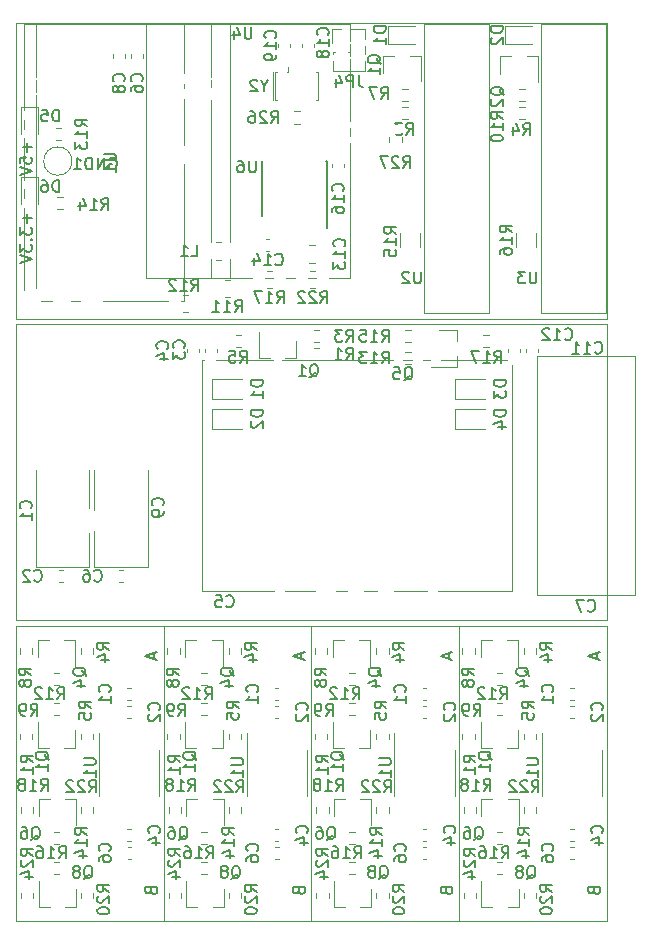
<source format=gbr>
%TF.GenerationSoftware,KiCad,Pcbnew,(5.1.10)-1*%
%TF.CreationDate,2022-01-19T08:45:22+07:00*%
%TF.ProjectId,PCB_4x_pnlz1_3,5043425f-3478-45f7-906e-6c7a315f332e,rev?*%
%TF.SameCoordinates,Original*%
%TF.FileFunction,Legend,Bot*%
%TF.FilePolarity,Positive*%
%FSLAX46Y46*%
G04 Gerber Fmt 4.6, Leading zero omitted, Abs format (unit mm)*
G04 Created by KiCad (PCBNEW (5.1.10)-1) date 2022-01-19 08:45:22*
%MOMM*%
%LPD*%
G01*
G04 APERTURE LIST*
%ADD10C,0.100000*%
%ADD11C,0.150000*%
%ADD12C,0.120000*%
%ADD13R,0.800000X0.900000*%
%ADD14R,1.000000X1.000000*%
%ADD15O,1.000000X1.000000*%
%ADD16C,1.000000*%
%ADD17C,1.600000*%
%ADD18R,1.600000X1.600000*%
%ADD19R,2.400000X1.700000*%
%ADD20O,2.400000X1.700000*%
%ADD21O,1.700000X1.700000*%
%ADD22R,1.900000X2.700000*%
%ADD23C,1.500000*%
%ADD24O,1.600000X1.600000*%
%ADD25C,2.000000*%
%ADD26R,0.400000X3.200000*%
%ADD27R,0.400000X1.000000*%
%ADD28C,1.800000*%
%ADD29R,1.800000X1.800000*%
%ADD30R,1.800000X1.500000*%
%ADD31R,0.900000X0.800000*%
%ADD32R,1.700000X1.700000*%
%ADD33O,1.750000X2.250000*%
%ADD34R,1.750000X2.250000*%
%ADD35R,0.600000X0.450000*%
G04 APERTURE END LIST*
D10*
X85600000Y-128400000D02*
X85600000Y-103400000D01*
X73100000Y-128400000D02*
X73100000Y-103400000D01*
X60600000Y-103400000D02*
X60600000Y-128400000D01*
D11*
X97250666Y-105755904D02*
X97250666Y-106232095D01*
X97536380Y-105660666D02*
X96536380Y-105994000D01*
X97536380Y-106327333D01*
X84750666Y-105755904D02*
X84750666Y-106232095D01*
X85036380Y-105660666D02*
X84036380Y-105994000D01*
X85036380Y-106327333D01*
X72250666Y-105755904D02*
X72250666Y-106232095D01*
X72536380Y-105660666D02*
X71536380Y-105994000D01*
X72536380Y-106327333D01*
X97012571Y-125877428D02*
X97060190Y-126020285D01*
X97107809Y-126067904D01*
X97203047Y-126115523D01*
X97345904Y-126115523D01*
X97441142Y-126067904D01*
X97488761Y-126020285D01*
X97536380Y-125925047D01*
X97536380Y-125544095D01*
X96536380Y-125544095D01*
X96536380Y-125877428D01*
X96584000Y-125972666D01*
X96631619Y-126020285D01*
X96726857Y-126067904D01*
X96822095Y-126067904D01*
X96917333Y-126020285D01*
X96964952Y-125972666D01*
X97012571Y-125877428D01*
X97012571Y-125544095D01*
X84512571Y-125877428D02*
X84560190Y-126020285D01*
X84607809Y-126067904D01*
X84703047Y-126115523D01*
X84845904Y-126115523D01*
X84941142Y-126067904D01*
X84988761Y-126020285D01*
X85036380Y-125925047D01*
X85036380Y-125544095D01*
X84036380Y-125544095D01*
X84036380Y-125877428D01*
X84084000Y-125972666D01*
X84131619Y-126020285D01*
X84226857Y-126067904D01*
X84322095Y-126067904D01*
X84417333Y-126020285D01*
X84464952Y-125972666D01*
X84512571Y-125877428D01*
X84512571Y-125544095D01*
X72012571Y-125877428D02*
X72060190Y-126020285D01*
X72107809Y-126067904D01*
X72203047Y-126115523D01*
X72345904Y-126115523D01*
X72441142Y-126067904D01*
X72488761Y-126020285D01*
X72536380Y-125925047D01*
X72536380Y-125544095D01*
X71536380Y-125544095D01*
X71536380Y-125877428D01*
X71584000Y-125972666D01*
X71631619Y-126020285D01*
X71726857Y-126067904D01*
X71822095Y-126067904D01*
X71917333Y-126020285D01*
X71964952Y-125972666D01*
X72012571Y-125877428D01*
X72012571Y-125544095D01*
D10*
X48100000Y-52400000D02*
X98100000Y-52400000D01*
X98100000Y-77400000D02*
X98100000Y-52400000D01*
X48100000Y-77400000D02*
X48100000Y-52400000D01*
X98100000Y-77400000D02*
X48100000Y-77400000D01*
X48100000Y-77900000D02*
X98100000Y-77900000D01*
X98100000Y-102900000D02*
X98100000Y-77900000D01*
X48100000Y-102900000D02*
X48100000Y-77900000D01*
X98100000Y-102900000D02*
X48100000Y-102900000D01*
X48100000Y-103400000D02*
X98100000Y-103400000D01*
X98100000Y-128400000D02*
X98100000Y-103400000D01*
X48100000Y-128400000D02*
X48100000Y-103400000D01*
X98100000Y-128400000D02*
X48100000Y-128400000D01*
D11*
X49041428Y-68542000D02*
X49041428Y-69303904D01*
X49422380Y-68922952D02*
X48660476Y-68922952D01*
X48422380Y-69684857D02*
X48422380Y-70303904D01*
X48803333Y-69970571D01*
X48803333Y-70113428D01*
X48850952Y-70208666D01*
X48898571Y-70256285D01*
X48993809Y-70303904D01*
X49231904Y-70303904D01*
X49327142Y-70256285D01*
X49374761Y-70208666D01*
X49422380Y-70113428D01*
X49422380Y-69827714D01*
X49374761Y-69732476D01*
X49327142Y-69684857D01*
X49327142Y-70732476D02*
X49374761Y-70780095D01*
X49422380Y-70732476D01*
X49374761Y-70684857D01*
X49327142Y-70732476D01*
X49422380Y-70732476D01*
X48422380Y-71113428D02*
X48422380Y-71732476D01*
X48803333Y-71399142D01*
X48803333Y-71542000D01*
X48850952Y-71637238D01*
X48898571Y-71684857D01*
X48993809Y-71732476D01*
X49231904Y-71732476D01*
X49327142Y-71684857D01*
X49374761Y-71637238D01*
X49422380Y-71542000D01*
X49422380Y-71256285D01*
X49374761Y-71161047D01*
X49327142Y-71113428D01*
X48422380Y-72018190D02*
X49422380Y-72351523D01*
X48422380Y-72684857D01*
X49041428Y-62525285D02*
X49041428Y-63287190D01*
X49422380Y-62906238D02*
X48660476Y-62906238D01*
X48422380Y-64239571D02*
X48422380Y-63763380D01*
X48898571Y-63715761D01*
X48850952Y-63763380D01*
X48803333Y-63858619D01*
X48803333Y-64096714D01*
X48850952Y-64191952D01*
X48898571Y-64239571D01*
X48993809Y-64287190D01*
X49231904Y-64287190D01*
X49327142Y-64239571D01*
X49374761Y-64191952D01*
X49422380Y-64096714D01*
X49422380Y-63858619D01*
X49374761Y-63763380D01*
X49327142Y-63715761D01*
X48422380Y-64572904D02*
X49422380Y-64906238D01*
X48422380Y-65239571D01*
X59750666Y-105755904D02*
X59750666Y-106232095D01*
X60036380Y-105660666D02*
X59036380Y-105994000D01*
X60036380Y-106327333D01*
X59512571Y-125877428D02*
X59560190Y-126020285D01*
X59607809Y-126067904D01*
X59703047Y-126115523D01*
X59845904Y-126115523D01*
X59941142Y-126067904D01*
X59988761Y-126020285D01*
X60036380Y-125925047D01*
X60036380Y-125544095D01*
X59036380Y-125544095D01*
X59036380Y-125877428D01*
X59084000Y-125972666D01*
X59131619Y-126020285D01*
X59226857Y-126067904D01*
X59322095Y-126067904D01*
X59417333Y-126020285D01*
X59464952Y-125972666D01*
X59512571Y-125877428D01*
X59512571Y-125544095D01*
D12*
%TO.C,C1*%
X95306580Y-108659000D02*
X95025420Y-108659000D01*
X95306580Y-109679000D02*
X95025420Y-109679000D01*
X82806580Y-108659000D02*
X82525420Y-108659000D01*
X82806580Y-109679000D02*
X82525420Y-109679000D01*
X70306580Y-108659000D02*
X70025420Y-108659000D01*
X70306580Y-109679000D02*
X70025420Y-109679000D01*
%TO.C,C2*%
X95306580Y-110183000D02*
X95025420Y-110183000D01*
X95306580Y-111203000D02*
X95025420Y-111203000D01*
X82806580Y-110183000D02*
X82525420Y-110183000D01*
X82806580Y-111203000D02*
X82525420Y-111203000D01*
X70306580Y-110183000D02*
X70025420Y-110183000D01*
X70306580Y-111203000D02*
X70025420Y-111203000D01*
%TO.C,C4*%
X95306580Y-120597000D02*
X95025420Y-120597000D01*
X95306580Y-121617000D02*
X95025420Y-121617000D01*
X82806580Y-120597000D02*
X82525420Y-120597000D01*
X82806580Y-121617000D02*
X82525420Y-121617000D01*
X70306580Y-120597000D02*
X70025420Y-120597000D01*
X70306580Y-121617000D02*
X70025420Y-121617000D01*
%TO.C,C6*%
X95319580Y-122121000D02*
X95038420Y-122121000D01*
X95319580Y-123141000D02*
X95038420Y-123141000D01*
X82819580Y-122121000D02*
X82538420Y-122121000D01*
X82819580Y-123141000D02*
X82538420Y-123141000D01*
X70319580Y-122121000D02*
X70038420Y-122121000D01*
X70319580Y-123141000D02*
X70038420Y-123141000D01*
%TO.C,Q1*%
X90602000Y-113723000D02*
X89672000Y-113723000D01*
X87442000Y-113723000D02*
X88372000Y-113723000D01*
X87442000Y-113723000D02*
X87442000Y-111563000D01*
X90602000Y-113723000D02*
X90602000Y-112263000D01*
X78102000Y-113723000D02*
X77172000Y-113723000D01*
X74942000Y-113723000D02*
X75872000Y-113723000D01*
X74942000Y-113723000D02*
X74942000Y-111563000D01*
X78102000Y-113723000D02*
X78102000Y-112263000D01*
X65602000Y-113723000D02*
X64672000Y-113723000D01*
X62442000Y-113723000D02*
X63372000Y-113723000D01*
X62442000Y-113723000D02*
X62442000Y-111563000D01*
X65602000Y-113723000D02*
X65602000Y-112263000D01*
%TO.C,Q4*%
X87442000Y-104615000D02*
X88372000Y-104615000D01*
X90602000Y-104615000D02*
X89672000Y-104615000D01*
X90602000Y-104615000D02*
X90602000Y-106775000D01*
X87442000Y-104615000D02*
X87442000Y-106075000D01*
X74942000Y-104615000D02*
X75872000Y-104615000D01*
X78102000Y-104615000D02*
X77172000Y-104615000D01*
X78102000Y-104615000D02*
X78102000Y-106775000D01*
X74942000Y-104615000D02*
X74942000Y-106075000D01*
X62442000Y-104615000D02*
X63372000Y-104615000D01*
X65602000Y-104615000D02*
X64672000Y-104615000D01*
X65602000Y-104615000D02*
X65602000Y-106775000D01*
X62442000Y-104615000D02*
X62442000Y-106075000D01*
%TO.C,Q6*%
X87503000Y-118077000D02*
X88433000Y-118077000D01*
X90663000Y-118077000D02*
X89733000Y-118077000D01*
X90663000Y-118077000D02*
X90663000Y-120237000D01*
X87503000Y-118077000D02*
X87503000Y-119537000D01*
X75003000Y-118077000D02*
X75933000Y-118077000D01*
X78163000Y-118077000D02*
X77233000Y-118077000D01*
X78163000Y-118077000D02*
X78163000Y-120237000D01*
X75003000Y-118077000D02*
X75003000Y-119537000D01*
X62503000Y-118077000D02*
X63433000Y-118077000D01*
X65663000Y-118077000D02*
X64733000Y-118077000D01*
X65663000Y-118077000D02*
X65663000Y-120237000D01*
X62503000Y-118077000D02*
X62503000Y-119537000D01*
%TO.C,Q8*%
X90663000Y-127185000D02*
X89733000Y-127185000D01*
X87503000Y-127185000D02*
X88433000Y-127185000D01*
X87503000Y-127185000D02*
X87503000Y-125025000D01*
X90663000Y-127185000D02*
X90663000Y-125725000D01*
X78163000Y-127185000D02*
X77233000Y-127185000D01*
X75003000Y-127185000D02*
X75933000Y-127185000D01*
X75003000Y-127185000D02*
X75003000Y-125025000D01*
X78163000Y-127185000D02*
X78163000Y-125725000D01*
X65663000Y-127185000D02*
X64733000Y-127185000D01*
X62503000Y-127185000D02*
X63433000Y-127185000D01*
X62503000Y-127185000D02*
X62503000Y-125025000D01*
X65663000Y-127185000D02*
X65663000Y-125725000D01*
%TO.C,R1*%
X86938500Y-113025258D02*
X86938500Y-112550742D01*
X85893500Y-113025258D02*
X85893500Y-112550742D01*
X74438500Y-113025258D02*
X74438500Y-112550742D01*
X73393500Y-113025258D02*
X73393500Y-112550742D01*
X61938500Y-113025258D02*
X61938500Y-112550742D01*
X60893500Y-113025258D02*
X60893500Y-112550742D01*
%TO.C,R4*%
X91100500Y-105312742D02*
X91100500Y-105787258D01*
X92145500Y-105312742D02*
X92145500Y-105787258D01*
X78600500Y-105312742D02*
X78600500Y-105787258D01*
X79645500Y-105312742D02*
X79645500Y-105787258D01*
X66100500Y-105312742D02*
X66100500Y-105787258D01*
X67145500Y-105312742D02*
X67145500Y-105787258D01*
%TO.C,R5*%
X91100500Y-112550742D02*
X91100500Y-113025258D01*
X92145500Y-112550742D02*
X92145500Y-113025258D01*
X78600500Y-112550742D02*
X78600500Y-113025258D01*
X79645500Y-112550742D02*
X79645500Y-113025258D01*
X66100500Y-112550742D02*
X66100500Y-113025258D01*
X67145500Y-112550742D02*
X67145500Y-113025258D01*
%TO.C,R8*%
X86938500Y-105786258D02*
X86938500Y-105311742D01*
X85893500Y-105786258D02*
X85893500Y-105311742D01*
X74438500Y-105786258D02*
X74438500Y-105311742D01*
X73393500Y-105786258D02*
X73393500Y-105311742D01*
X61938500Y-105786258D02*
X61938500Y-105311742D01*
X60893500Y-105786258D02*
X60893500Y-105311742D01*
%TO.C,R9*%
X88781742Y-110961500D02*
X89256258Y-110961500D01*
X88781742Y-109916500D02*
X89256258Y-109916500D01*
X76281742Y-110961500D02*
X76756258Y-110961500D01*
X76281742Y-109916500D02*
X76756258Y-109916500D01*
X63781742Y-110961500D02*
X64256258Y-110961500D01*
X63781742Y-109916500D02*
X64256258Y-109916500D01*
%TO.C,R12*%
X89257258Y-107376500D02*
X88782742Y-107376500D01*
X89257258Y-108421500D02*
X88782742Y-108421500D01*
X76757258Y-107376500D02*
X76282742Y-107376500D01*
X76757258Y-108421500D02*
X76282742Y-108421500D01*
X64257258Y-107376500D02*
X63782742Y-107376500D01*
X64257258Y-108421500D02*
X63782742Y-108421500D01*
%TO.C,R14*%
X89256258Y-120838500D02*
X88781742Y-120838500D01*
X89256258Y-121883500D02*
X88781742Y-121883500D01*
X76756258Y-120838500D02*
X76281742Y-120838500D01*
X76756258Y-121883500D02*
X76281742Y-121883500D01*
X64256258Y-120838500D02*
X63781742Y-120838500D01*
X64256258Y-121883500D02*
X63781742Y-121883500D01*
%TO.C,R16*%
X88781742Y-124423500D02*
X89256258Y-124423500D01*
X88781742Y-123378500D02*
X89256258Y-123378500D01*
X76281742Y-124423500D02*
X76756258Y-124423500D01*
X76281742Y-123378500D02*
X76756258Y-123378500D01*
X63781742Y-124423500D02*
X64256258Y-124423500D01*
X63781742Y-123378500D02*
X64256258Y-123378500D01*
%TO.C,R18*%
X86020500Y-118774742D02*
X86020500Y-119249258D01*
X87065500Y-118774742D02*
X87065500Y-119249258D01*
X73520500Y-118774742D02*
X73520500Y-119249258D01*
X74565500Y-118774742D02*
X74565500Y-119249258D01*
X61020500Y-118774742D02*
X61020500Y-119249258D01*
X62065500Y-118774742D02*
X62065500Y-119249258D01*
%TO.C,R20*%
X92145500Y-126487258D02*
X92145500Y-126012742D01*
X91100500Y-126487258D02*
X91100500Y-126012742D01*
X79645500Y-126487258D02*
X79645500Y-126012742D01*
X78600500Y-126487258D02*
X78600500Y-126012742D01*
X67145500Y-126487258D02*
X67145500Y-126012742D01*
X66100500Y-126487258D02*
X66100500Y-126012742D01*
%TO.C,R22*%
X91100500Y-118774742D02*
X91100500Y-119249258D01*
X92145500Y-118774742D02*
X92145500Y-119249258D01*
X78600500Y-118774742D02*
X78600500Y-119249258D01*
X79645500Y-118774742D02*
X79645500Y-119249258D01*
X66100500Y-118774742D02*
X66100500Y-119249258D01*
X67145500Y-118774742D02*
X67145500Y-119249258D01*
%TO.C,R24*%
X87065500Y-126487258D02*
X87065500Y-126012742D01*
X86020500Y-126487258D02*
X86020500Y-126012742D01*
X74565500Y-126487258D02*
X74565500Y-126012742D01*
X73520500Y-126487258D02*
X73520500Y-126012742D01*
X62065500Y-126487258D02*
X62065500Y-126012742D01*
X61020500Y-126487258D02*
X61020500Y-126012742D01*
%TO.C,U1*%
X97739000Y-115900000D02*
X97739000Y-117850000D01*
X97739000Y-115900000D02*
X97739000Y-113950000D01*
X92619000Y-115900000D02*
X92619000Y-117850000D01*
X92619000Y-115900000D02*
X92619000Y-112450000D01*
X85239000Y-115900000D02*
X85239000Y-117850000D01*
X85239000Y-115900000D02*
X85239000Y-113950000D01*
X80119000Y-115900000D02*
X80119000Y-117850000D01*
X80119000Y-115900000D02*
X80119000Y-112450000D01*
X72739000Y-115900000D02*
X72739000Y-117850000D01*
X72739000Y-115900000D02*
X72739000Y-113950000D01*
X67619000Y-115900000D02*
X67619000Y-117850000D01*
X67619000Y-115900000D02*
X67619000Y-112450000D01*
%TO.C,U4*%
X66200500Y-52430000D02*
X66200500Y-73930000D01*
X76411500Y-73930000D02*
X59139500Y-73930000D01*
X64600500Y-52430000D02*
X64600500Y-73930000D01*
X76411500Y-52430000D02*
X59139500Y-52430000D01*
X76411500Y-52430000D02*
X76411500Y-73930000D01*
X59139500Y-52430000D02*
X59139500Y-73930000D01*
%TO.C,U1*%
X62308000Y-75943000D02*
X62308000Y-52443000D01*
X62308000Y-52443000D02*
X48808000Y-52443000D01*
X48808000Y-75943000D02*
X62308000Y-75943000D01*
X49808000Y-75943000D02*
X49808000Y-52443000D01*
X48808000Y-75943000D02*
X48808000Y-52443000D01*
%TO.C,JP4*%
X77605000Y-52902000D02*
X77605000Y-53724470D01*
X77605000Y-55609530D02*
X77605000Y-56432000D01*
X77605000Y-54339530D02*
X77605000Y-54994470D01*
X76400000Y-52902000D02*
X77605000Y-52902000D01*
X74945000Y-56432000D02*
X77605000Y-56432000D01*
X76400000Y-52902000D02*
X76400000Y-53468529D01*
X76400000Y-54595471D02*
X76400000Y-54738529D01*
X76346529Y-54792000D02*
X76203471Y-54792000D01*
X75076529Y-54792000D02*
X74945000Y-54792000D01*
X74945000Y-54792000D02*
X74945000Y-54994470D01*
X74945000Y-55609530D02*
X74945000Y-56432000D01*
X75640000Y-52902000D02*
X74880000Y-52902000D01*
X74880000Y-52902000D02*
X74880000Y-54032000D01*
%TO.C,R27*%
X79689500Y-61985742D02*
X79689500Y-62460258D01*
X80734500Y-61985742D02*
X80734500Y-62460258D01*
%TO.C,L1*%
X65022436Y-72420000D02*
X65476564Y-72420000D01*
X65022436Y-70950000D02*
X65476564Y-70950000D01*
%TO.C,C16*%
X74876000Y-64318420D02*
X74876000Y-64599580D01*
X75896000Y-64318420D02*
X75896000Y-64599580D01*
%TO.C,C14*%
X69544580Y-70667000D02*
X69263420Y-70667000D01*
X69544580Y-71687000D02*
X69263420Y-71687000D01*
%TO.C,GND1*%
X52837000Y-64065000D02*
G75*
G03*
X52837000Y-64065000I-1200000J0D01*
G01*
%TO.C,Y2*%
X73630000Y-58915000D02*
X73480000Y-58915000D01*
X73630000Y-56515000D02*
X73480000Y-56515000D01*
X71080000Y-56515000D02*
X71030000Y-56515000D01*
X70030000Y-56515000D02*
X70180000Y-56515000D01*
X70030000Y-58915000D02*
X70180000Y-58915000D01*
X69830000Y-56915000D02*
X69830000Y-56515000D01*
X70030000Y-56915000D02*
X70030000Y-56515000D01*
X73630000Y-56915000D02*
X73630000Y-56515000D01*
X69830000Y-58915000D02*
X69830000Y-56915000D01*
X71080000Y-56515000D02*
X71080000Y-56115000D01*
X70030000Y-56915000D02*
X70030000Y-58915000D01*
X73630000Y-58915000D02*
X73630000Y-56915000D01*
D11*
%TO.C,U6*%
X68907000Y-68697000D02*
X68907000Y-64047000D01*
X74432000Y-69772000D02*
X74432000Y-64072000D01*
X68907000Y-68697000D02*
X68932000Y-68697000D01*
X68907000Y-64047000D02*
X68932000Y-64047000D01*
X74432000Y-64072000D02*
X74332000Y-64072000D01*
D12*
%TO.C,R26*%
X72130258Y-60904500D02*
X71655742Y-60904500D01*
X72130258Y-59859500D02*
X71655742Y-59859500D01*
%TO.C,R22*%
X72976436Y-73363000D02*
X73430564Y-73363000D01*
X72976436Y-74833000D02*
X73430564Y-74833000D01*
%TO.C,R17*%
X69794564Y-74833000D02*
X69340436Y-74833000D01*
X69794564Y-73363000D02*
X69340436Y-73363000D01*
%TO.C,R12*%
X62682564Y-76865000D02*
X62228436Y-76865000D01*
X62682564Y-75395000D02*
X62228436Y-75395000D01*
%TO.C,R11*%
X66238564Y-75595000D02*
X65784436Y-75595000D01*
X66238564Y-74125000D02*
X65784436Y-74125000D01*
%TO.C,R7*%
X81275258Y-58999500D02*
X80800742Y-58999500D01*
X81275258Y-57954500D02*
X80800742Y-57954500D01*
%TO.C,R3*%
X81275258Y-60523500D02*
X80800742Y-60523500D01*
X81275258Y-59478500D02*
X80800742Y-59478500D01*
%TO.C,Q1*%
X79206000Y-55161000D02*
X79206000Y-56621000D01*
X82366000Y-55161000D02*
X82366000Y-57321000D01*
X82366000Y-55161000D02*
X81436000Y-55161000D01*
X79206000Y-55161000D02*
X80136000Y-55161000D01*
%TO.C,C19*%
X71324000Y-54132420D02*
X71324000Y-54413580D01*
X70304000Y-54132420D02*
X70304000Y-54413580D01*
%TO.C,C18*%
X73356000Y-54132420D02*
X73356000Y-54413580D01*
X72336000Y-54132420D02*
X72336000Y-54413580D01*
%TO.C,C13*%
X73427252Y-72674000D02*
X72904748Y-72674000D01*
X73427252Y-71204000D02*
X72904748Y-71204000D01*
%TO.C,C8*%
X56308000Y-55302580D02*
X56308000Y-55021420D01*
X57328000Y-55302580D02*
X57328000Y-55021420D01*
%TO.C,C6*%
X57858000Y-55302580D02*
X57858000Y-55021420D01*
X58878000Y-55302580D02*
X58878000Y-55021420D01*
%TO.C,R4*%
X91181258Y-60523500D02*
X90706742Y-60523500D01*
X91181258Y-59478500D02*
X90706742Y-59478500D01*
%TO.C,R10*%
X91181258Y-58999500D02*
X90706742Y-58999500D01*
X91181258Y-57954500D02*
X90706742Y-57954500D01*
%TO.C,Q2*%
X89112000Y-55193000D02*
X89112000Y-56653000D01*
X92272000Y-55193000D02*
X92272000Y-57353000D01*
X92272000Y-55193000D02*
X91342000Y-55193000D01*
X89112000Y-55193000D02*
X90042000Y-55193000D01*
%TO.C,R14*%
X51590742Y-67098500D02*
X52065258Y-67098500D01*
X51590742Y-68143500D02*
X52065258Y-68143500D01*
%TO.C,D6*%
X49959000Y-65399500D02*
X49959000Y-67684500D01*
X48489000Y-65399500D02*
X49959000Y-65399500D01*
X48489000Y-67684500D02*
X48489000Y-65399500D01*
%TO.C,U2*%
X88166000Y-52450000D02*
X88166000Y-76950000D01*
X88166000Y-52450000D02*
X82666000Y-52450000D01*
X82666000Y-52450000D02*
X82666000Y-76950000D01*
X88166000Y-76950000D02*
X82666000Y-76950000D01*
%TO.C,R16*%
X92111000Y-71372000D02*
X92111000Y-70172000D01*
X90411000Y-70172000D02*
X90411000Y-71372000D01*
%TO.C,R15*%
X82332000Y-71372000D02*
X82332000Y-70172000D01*
X80632000Y-70172000D02*
X80632000Y-71372000D01*
%TO.C,D2*%
X89484000Y-52662000D02*
X91769000Y-52662000D01*
X89484000Y-54132000D02*
X89484000Y-52662000D01*
X91769000Y-54132000D02*
X89484000Y-54132000D01*
%TO.C,D1*%
X79578000Y-52662000D02*
X81863000Y-52662000D01*
X79578000Y-54132000D02*
X79578000Y-52662000D01*
X81863000Y-54132000D02*
X79578000Y-54132000D01*
%TO.C,R13*%
X51462742Y-61256500D02*
X51937258Y-61256500D01*
X51462742Y-62301500D02*
X51937258Y-62301500D01*
%TO.C,D5*%
X49959000Y-59506500D02*
X49959000Y-61791500D01*
X48489000Y-59506500D02*
X49959000Y-59506500D01*
X48489000Y-61791500D02*
X48489000Y-59506500D01*
%TO.C,U3*%
X98072000Y-52450000D02*
X98072000Y-76950000D01*
X98072000Y-52450000D02*
X92572000Y-52450000D01*
X92572000Y-52450000D02*
X92572000Y-76950000D01*
X98072000Y-76950000D02*
X92572000Y-76950000D01*
%TO.C,C5*%
X90083000Y-100452000D02*
X90083000Y-80929000D01*
X63843000Y-100452000D02*
X63843000Y-80929000D01*
X63843000Y-80929000D02*
X90083000Y-80929000D01*
X63843000Y-100452000D02*
X90083000Y-100452000D01*
%TO.C,R15*%
X81054742Y-78374500D02*
X81529258Y-78374500D01*
X81054742Y-79419500D02*
X81529258Y-79419500D01*
%TO.C,R13*%
X81053742Y-80216000D02*
X81528258Y-80216000D01*
X81053742Y-81261000D02*
X81528258Y-81261000D01*
%TO.C,R3*%
X73781258Y-79419500D02*
X73306742Y-79419500D01*
X73781258Y-78374500D02*
X73306742Y-78374500D01*
%TO.C,R1*%
X73306742Y-79898500D02*
X73781258Y-79898500D01*
X73306742Y-80943500D02*
X73781258Y-80943500D01*
%TO.C,Q5*%
X85401000Y-78330500D02*
X83941000Y-78330500D01*
X85401000Y-81490500D02*
X83241000Y-81490500D01*
X85401000Y-81490500D02*
X85401000Y-80560500D01*
X85401000Y-78330500D02*
X85401000Y-79260500D01*
%TO.C,Q1*%
X71825000Y-80720500D02*
X71825000Y-79260500D01*
X68665000Y-80720500D02*
X68665000Y-78560500D01*
X68665000Y-80720500D02*
X69595000Y-80720500D01*
X71825000Y-80720500D02*
X70895000Y-80720500D01*
%TO.C,R17*%
X87658742Y-78755500D02*
X88133258Y-78755500D01*
X87658742Y-79800500D02*
X88133258Y-79800500D01*
%TO.C,R5*%
X67177258Y-79800500D02*
X66702742Y-79800500D01*
X67177258Y-78755500D02*
X66702742Y-78755500D01*
%TO.C,D4*%
X85223000Y-86732000D02*
X87773000Y-86732000D01*
X85223000Y-85032000D02*
X87773000Y-85032000D01*
X85223000Y-86732000D02*
X85223000Y-85032000D01*
%TO.C,D3*%
X85223000Y-84192000D02*
X87773000Y-84192000D01*
X85223000Y-82492000D02*
X87773000Y-82492000D01*
X85223000Y-84192000D02*
X85223000Y-82492000D01*
%TO.C,D2*%
X64649000Y-86732000D02*
X67199000Y-86732000D01*
X64649000Y-85032000D02*
X67199000Y-85032000D01*
X64649000Y-86732000D02*
X64649000Y-85032000D01*
%TO.C,D1*%
X64649000Y-84192000D02*
X67199000Y-84192000D01*
X64649000Y-82492000D02*
X67199000Y-82492000D01*
X64649000Y-84192000D02*
X64649000Y-82492000D01*
%TO.C,C9*%
X54711000Y-98443000D02*
X54711000Y-90208000D01*
X59231000Y-98443000D02*
X54711000Y-98443000D01*
X59231000Y-90208000D02*
X59231000Y-98443000D01*
%TO.C,C7*%
X92221000Y-80575000D02*
X92221000Y-100815000D01*
X100461000Y-80575000D02*
X100461000Y-100815000D01*
X92221000Y-80575000D02*
X100461000Y-80575000D01*
X92221000Y-100815000D02*
X100461000Y-100815000D01*
%TO.C,C6*%
X56830420Y-98707000D02*
X57111580Y-98707000D01*
X56830420Y-99727000D02*
X57111580Y-99727000D01*
%TO.C,C2*%
X51750420Y-98707000D02*
X52031580Y-98707000D01*
X51750420Y-99727000D02*
X52031580Y-99727000D01*
%TO.C,C1*%
X49758000Y-98443000D02*
X49758000Y-90208000D01*
X54278000Y-98443000D02*
X49758000Y-98443000D01*
X54278000Y-90208000D02*
X54278000Y-98443000D01*
%TO.C,C12*%
X90755000Y-79975920D02*
X90755000Y-80257080D01*
X89735000Y-79975920D02*
X89735000Y-80257080D01*
%TO.C,C11*%
X92279000Y-79975920D02*
X92279000Y-80257080D01*
X91259000Y-79975920D02*
X91259000Y-80257080D01*
%TO.C,C4*%
X63577000Y-79975920D02*
X63577000Y-80257080D01*
X62557000Y-79975920D02*
X62557000Y-80257080D01*
%TO.C,C3*%
X65101000Y-79975920D02*
X65101000Y-80257080D01*
X64081000Y-79975920D02*
X64081000Y-80257080D01*
%TO.C,U1*%
X55119000Y-115900000D02*
X55119000Y-112450000D01*
X55119000Y-115900000D02*
X55119000Y-117850000D01*
X60239000Y-115900000D02*
X60239000Y-113950000D01*
X60239000Y-115900000D02*
X60239000Y-117850000D01*
%TO.C,R24*%
X48520500Y-126487258D02*
X48520500Y-126012742D01*
X49565500Y-126487258D02*
X49565500Y-126012742D01*
%TO.C,R22*%
X54645500Y-118774742D02*
X54645500Y-119249258D01*
X53600500Y-118774742D02*
X53600500Y-119249258D01*
%TO.C,R20*%
X53600500Y-126487258D02*
X53600500Y-126012742D01*
X54645500Y-126487258D02*
X54645500Y-126012742D01*
%TO.C,R18*%
X49565500Y-118774742D02*
X49565500Y-119249258D01*
X48520500Y-118774742D02*
X48520500Y-119249258D01*
%TO.C,R16*%
X51281742Y-123378500D02*
X51756258Y-123378500D01*
X51281742Y-124423500D02*
X51756258Y-124423500D01*
%TO.C,R14*%
X51756258Y-121883500D02*
X51281742Y-121883500D01*
X51756258Y-120838500D02*
X51281742Y-120838500D01*
%TO.C,R12*%
X51757258Y-108421500D02*
X51282742Y-108421500D01*
X51757258Y-107376500D02*
X51282742Y-107376500D01*
%TO.C,R9*%
X51281742Y-109916500D02*
X51756258Y-109916500D01*
X51281742Y-110961500D02*
X51756258Y-110961500D01*
%TO.C,R8*%
X48393500Y-105786258D02*
X48393500Y-105311742D01*
X49438500Y-105786258D02*
X49438500Y-105311742D01*
%TO.C,R5*%
X54645500Y-112550742D02*
X54645500Y-113025258D01*
X53600500Y-112550742D02*
X53600500Y-113025258D01*
%TO.C,R4*%
X54645500Y-105312742D02*
X54645500Y-105787258D01*
X53600500Y-105312742D02*
X53600500Y-105787258D01*
%TO.C,R1*%
X48393500Y-113025258D02*
X48393500Y-112550742D01*
X49438500Y-113025258D02*
X49438500Y-112550742D01*
%TO.C,Q8*%
X53163000Y-127185000D02*
X53163000Y-125725000D01*
X50003000Y-127185000D02*
X50003000Y-125025000D01*
X50003000Y-127185000D02*
X50933000Y-127185000D01*
X53163000Y-127185000D02*
X52233000Y-127185000D01*
%TO.C,Q6*%
X50003000Y-118077000D02*
X50003000Y-119537000D01*
X53163000Y-118077000D02*
X53163000Y-120237000D01*
X53163000Y-118077000D02*
X52233000Y-118077000D01*
X50003000Y-118077000D02*
X50933000Y-118077000D01*
%TO.C,Q4*%
X49942000Y-104615000D02*
X49942000Y-106075000D01*
X53102000Y-104615000D02*
X53102000Y-106775000D01*
X53102000Y-104615000D02*
X52172000Y-104615000D01*
X49942000Y-104615000D02*
X50872000Y-104615000D01*
%TO.C,Q1*%
X53102000Y-113723000D02*
X53102000Y-112263000D01*
X49942000Y-113723000D02*
X49942000Y-111563000D01*
X49942000Y-113723000D02*
X50872000Y-113723000D01*
X53102000Y-113723000D02*
X52172000Y-113723000D01*
%TO.C,C6*%
X57819580Y-123141000D02*
X57538420Y-123141000D01*
X57819580Y-122121000D02*
X57538420Y-122121000D01*
%TO.C,C4*%
X57806580Y-121617000D02*
X57525420Y-121617000D01*
X57806580Y-120597000D02*
X57525420Y-120597000D01*
%TO.C,C2*%
X57806580Y-111203000D02*
X57525420Y-111203000D01*
X57806580Y-110183000D02*
X57525420Y-110183000D01*
%TO.C,C1*%
X57806580Y-109679000D02*
X57525420Y-109679000D01*
X57806580Y-108659000D02*
X57525420Y-108659000D01*
D11*
X93504142Y-109002333D02*
X93551761Y-108954714D01*
X93599380Y-108811857D01*
X93599380Y-108716619D01*
X93551761Y-108573761D01*
X93456523Y-108478523D01*
X93361285Y-108430904D01*
X93170809Y-108383285D01*
X93027952Y-108383285D01*
X92837476Y-108430904D01*
X92742238Y-108478523D01*
X92647000Y-108573761D01*
X92599380Y-108716619D01*
X92599380Y-108811857D01*
X92647000Y-108954714D01*
X92694619Y-109002333D01*
X93599380Y-109954714D02*
X93599380Y-109383285D01*
X93599380Y-109669000D02*
X92599380Y-109669000D01*
X92742238Y-109573761D01*
X92837476Y-109478523D01*
X92885095Y-109383285D01*
X81004142Y-109002333D02*
X81051761Y-108954714D01*
X81099380Y-108811857D01*
X81099380Y-108716619D01*
X81051761Y-108573761D01*
X80956523Y-108478523D01*
X80861285Y-108430904D01*
X80670809Y-108383285D01*
X80527952Y-108383285D01*
X80337476Y-108430904D01*
X80242238Y-108478523D01*
X80147000Y-108573761D01*
X80099380Y-108716619D01*
X80099380Y-108811857D01*
X80147000Y-108954714D01*
X80194619Y-109002333D01*
X81099380Y-109954714D02*
X81099380Y-109383285D01*
X81099380Y-109669000D02*
X80099380Y-109669000D01*
X80242238Y-109573761D01*
X80337476Y-109478523D01*
X80385095Y-109383285D01*
X68504142Y-109002333D02*
X68551761Y-108954714D01*
X68599380Y-108811857D01*
X68599380Y-108716619D01*
X68551761Y-108573761D01*
X68456523Y-108478523D01*
X68361285Y-108430904D01*
X68170809Y-108383285D01*
X68027952Y-108383285D01*
X67837476Y-108430904D01*
X67742238Y-108478523D01*
X67647000Y-108573761D01*
X67599380Y-108716619D01*
X67599380Y-108811857D01*
X67647000Y-108954714D01*
X67694619Y-109002333D01*
X68599380Y-109954714D02*
X68599380Y-109383285D01*
X68599380Y-109669000D02*
X67599380Y-109669000D01*
X67742238Y-109573761D01*
X67837476Y-109478523D01*
X67885095Y-109383285D01*
%TO.C,C2*%
X97695142Y-110526333D02*
X97742761Y-110478714D01*
X97790380Y-110335857D01*
X97790380Y-110240619D01*
X97742761Y-110097761D01*
X97647523Y-110002523D01*
X97552285Y-109954904D01*
X97361809Y-109907285D01*
X97218952Y-109907285D01*
X97028476Y-109954904D01*
X96933238Y-110002523D01*
X96838000Y-110097761D01*
X96790380Y-110240619D01*
X96790380Y-110335857D01*
X96838000Y-110478714D01*
X96885619Y-110526333D01*
X96885619Y-110907285D02*
X96838000Y-110954904D01*
X96790380Y-111050142D01*
X96790380Y-111288238D01*
X96838000Y-111383476D01*
X96885619Y-111431095D01*
X96980857Y-111478714D01*
X97076095Y-111478714D01*
X97218952Y-111431095D01*
X97790380Y-110859666D01*
X97790380Y-111478714D01*
X85195142Y-110526333D02*
X85242761Y-110478714D01*
X85290380Y-110335857D01*
X85290380Y-110240619D01*
X85242761Y-110097761D01*
X85147523Y-110002523D01*
X85052285Y-109954904D01*
X84861809Y-109907285D01*
X84718952Y-109907285D01*
X84528476Y-109954904D01*
X84433238Y-110002523D01*
X84338000Y-110097761D01*
X84290380Y-110240619D01*
X84290380Y-110335857D01*
X84338000Y-110478714D01*
X84385619Y-110526333D01*
X84385619Y-110907285D02*
X84338000Y-110954904D01*
X84290380Y-111050142D01*
X84290380Y-111288238D01*
X84338000Y-111383476D01*
X84385619Y-111431095D01*
X84480857Y-111478714D01*
X84576095Y-111478714D01*
X84718952Y-111431095D01*
X85290380Y-110859666D01*
X85290380Y-111478714D01*
X72695142Y-110526333D02*
X72742761Y-110478714D01*
X72790380Y-110335857D01*
X72790380Y-110240619D01*
X72742761Y-110097761D01*
X72647523Y-110002523D01*
X72552285Y-109954904D01*
X72361809Y-109907285D01*
X72218952Y-109907285D01*
X72028476Y-109954904D01*
X71933238Y-110002523D01*
X71838000Y-110097761D01*
X71790380Y-110240619D01*
X71790380Y-110335857D01*
X71838000Y-110478714D01*
X71885619Y-110526333D01*
X71885619Y-110907285D02*
X71838000Y-110954904D01*
X71790380Y-111050142D01*
X71790380Y-111288238D01*
X71838000Y-111383476D01*
X71885619Y-111431095D01*
X71980857Y-111478714D01*
X72076095Y-111478714D01*
X72218952Y-111431095D01*
X72790380Y-110859666D01*
X72790380Y-111478714D01*
%TO.C,C4*%
X97695142Y-120940333D02*
X97742761Y-120892714D01*
X97790380Y-120749857D01*
X97790380Y-120654619D01*
X97742761Y-120511761D01*
X97647523Y-120416523D01*
X97552285Y-120368904D01*
X97361809Y-120321285D01*
X97218952Y-120321285D01*
X97028476Y-120368904D01*
X96933238Y-120416523D01*
X96838000Y-120511761D01*
X96790380Y-120654619D01*
X96790380Y-120749857D01*
X96838000Y-120892714D01*
X96885619Y-120940333D01*
X97123714Y-121797476D02*
X97790380Y-121797476D01*
X96742761Y-121559380D02*
X97457047Y-121321285D01*
X97457047Y-121940333D01*
X85195142Y-120940333D02*
X85242761Y-120892714D01*
X85290380Y-120749857D01*
X85290380Y-120654619D01*
X85242761Y-120511761D01*
X85147523Y-120416523D01*
X85052285Y-120368904D01*
X84861809Y-120321285D01*
X84718952Y-120321285D01*
X84528476Y-120368904D01*
X84433238Y-120416523D01*
X84338000Y-120511761D01*
X84290380Y-120654619D01*
X84290380Y-120749857D01*
X84338000Y-120892714D01*
X84385619Y-120940333D01*
X84623714Y-121797476D02*
X85290380Y-121797476D01*
X84242761Y-121559380D02*
X84957047Y-121321285D01*
X84957047Y-121940333D01*
X72695142Y-120940333D02*
X72742761Y-120892714D01*
X72790380Y-120749857D01*
X72790380Y-120654619D01*
X72742761Y-120511761D01*
X72647523Y-120416523D01*
X72552285Y-120368904D01*
X72361809Y-120321285D01*
X72218952Y-120321285D01*
X72028476Y-120368904D01*
X71933238Y-120416523D01*
X71838000Y-120511761D01*
X71790380Y-120654619D01*
X71790380Y-120749857D01*
X71838000Y-120892714D01*
X71885619Y-120940333D01*
X72123714Y-121797476D02*
X72790380Y-121797476D01*
X71742761Y-121559380D02*
X72457047Y-121321285D01*
X72457047Y-121940333D01*
%TO.C,C6*%
X93504142Y-122464333D02*
X93551761Y-122416714D01*
X93599380Y-122273857D01*
X93599380Y-122178619D01*
X93551761Y-122035761D01*
X93456523Y-121940523D01*
X93361285Y-121892904D01*
X93170809Y-121845285D01*
X93027952Y-121845285D01*
X92837476Y-121892904D01*
X92742238Y-121940523D01*
X92647000Y-122035761D01*
X92599380Y-122178619D01*
X92599380Y-122273857D01*
X92647000Y-122416714D01*
X92694619Y-122464333D01*
X92599380Y-123321476D02*
X92599380Y-123131000D01*
X92647000Y-123035761D01*
X92694619Y-122988142D01*
X92837476Y-122892904D01*
X93027952Y-122845285D01*
X93408904Y-122845285D01*
X93504142Y-122892904D01*
X93551761Y-122940523D01*
X93599380Y-123035761D01*
X93599380Y-123226238D01*
X93551761Y-123321476D01*
X93504142Y-123369095D01*
X93408904Y-123416714D01*
X93170809Y-123416714D01*
X93075571Y-123369095D01*
X93027952Y-123321476D01*
X92980333Y-123226238D01*
X92980333Y-123035761D01*
X93027952Y-122940523D01*
X93075571Y-122892904D01*
X93170809Y-122845285D01*
X81004142Y-122464333D02*
X81051761Y-122416714D01*
X81099380Y-122273857D01*
X81099380Y-122178619D01*
X81051761Y-122035761D01*
X80956523Y-121940523D01*
X80861285Y-121892904D01*
X80670809Y-121845285D01*
X80527952Y-121845285D01*
X80337476Y-121892904D01*
X80242238Y-121940523D01*
X80147000Y-122035761D01*
X80099380Y-122178619D01*
X80099380Y-122273857D01*
X80147000Y-122416714D01*
X80194619Y-122464333D01*
X80099380Y-123321476D02*
X80099380Y-123131000D01*
X80147000Y-123035761D01*
X80194619Y-122988142D01*
X80337476Y-122892904D01*
X80527952Y-122845285D01*
X80908904Y-122845285D01*
X81004142Y-122892904D01*
X81051761Y-122940523D01*
X81099380Y-123035761D01*
X81099380Y-123226238D01*
X81051761Y-123321476D01*
X81004142Y-123369095D01*
X80908904Y-123416714D01*
X80670809Y-123416714D01*
X80575571Y-123369095D01*
X80527952Y-123321476D01*
X80480333Y-123226238D01*
X80480333Y-123035761D01*
X80527952Y-122940523D01*
X80575571Y-122892904D01*
X80670809Y-122845285D01*
X68504142Y-122464333D02*
X68551761Y-122416714D01*
X68599380Y-122273857D01*
X68599380Y-122178619D01*
X68551761Y-122035761D01*
X68456523Y-121940523D01*
X68361285Y-121892904D01*
X68170809Y-121845285D01*
X68027952Y-121845285D01*
X67837476Y-121892904D01*
X67742238Y-121940523D01*
X67647000Y-122035761D01*
X67599380Y-122178619D01*
X67599380Y-122273857D01*
X67647000Y-122416714D01*
X67694619Y-122464333D01*
X67599380Y-123321476D02*
X67599380Y-123131000D01*
X67647000Y-123035761D01*
X67694619Y-122988142D01*
X67837476Y-122892904D01*
X68027952Y-122845285D01*
X68408904Y-122845285D01*
X68504142Y-122892904D01*
X68551761Y-122940523D01*
X68599380Y-123035761D01*
X68599380Y-123226238D01*
X68551761Y-123321476D01*
X68504142Y-123369095D01*
X68408904Y-123416714D01*
X68170809Y-123416714D01*
X68075571Y-123369095D01*
X68027952Y-123321476D01*
X67980333Y-123226238D01*
X67980333Y-123035761D01*
X68027952Y-122940523D01*
X68075571Y-122892904D01*
X68170809Y-122845285D01*
%TO.C,Q1*%
X88360619Y-114788761D02*
X88313000Y-114693523D01*
X88217761Y-114598285D01*
X88074904Y-114455428D01*
X88027285Y-114360190D01*
X88027285Y-114264952D01*
X88265380Y-114312571D02*
X88217761Y-114217333D01*
X88122523Y-114122095D01*
X87932047Y-114074476D01*
X87598714Y-114074476D01*
X87408238Y-114122095D01*
X87313000Y-114217333D01*
X87265380Y-114312571D01*
X87265380Y-114503047D01*
X87313000Y-114598285D01*
X87408238Y-114693523D01*
X87598714Y-114741142D01*
X87932047Y-114741142D01*
X88122523Y-114693523D01*
X88217761Y-114598285D01*
X88265380Y-114503047D01*
X88265380Y-114312571D01*
X88265380Y-115693523D02*
X88265380Y-115122095D01*
X88265380Y-115407809D02*
X87265380Y-115407809D01*
X87408238Y-115312571D01*
X87503476Y-115217333D01*
X87551095Y-115122095D01*
X75860619Y-114788761D02*
X75813000Y-114693523D01*
X75717761Y-114598285D01*
X75574904Y-114455428D01*
X75527285Y-114360190D01*
X75527285Y-114264952D01*
X75765380Y-114312571D02*
X75717761Y-114217333D01*
X75622523Y-114122095D01*
X75432047Y-114074476D01*
X75098714Y-114074476D01*
X74908238Y-114122095D01*
X74813000Y-114217333D01*
X74765380Y-114312571D01*
X74765380Y-114503047D01*
X74813000Y-114598285D01*
X74908238Y-114693523D01*
X75098714Y-114741142D01*
X75432047Y-114741142D01*
X75622523Y-114693523D01*
X75717761Y-114598285D01*
X75765380Y-114503047D01*
X75765380Y-114312571D01*
X75765380Y-115693523D02*
X75765380Y-115122095D01*
X75765380Y-115407809D02*
X74765380Y-115407809D01*
X74908238Y-115312571D01*
X75003476Y-115217333D01*
X75051095Y-115122095D01*
X63360619Y-114788761D02*
X63313000Y-114693523D01*
X63217761Y-114598285D01*
X63074904Y-114455428D01*
X63027285Y-114360190D01*
X63027285Y-114264952D01*
X63265380Y-114312571D02*
X63217761Y-114217333D01*
X63122523Y-114122095D01*
X62932047Y-114074476D01*
X62598714Y-114074476D01*
X62408238Y-114122095D01*
X62313000Y-114217333D01*
X62265380Y-114312571D01*
X62265380Y-114503047D01*
X62313000Y-114598285D01*
X62408238Y-114693523D01*
X62598714Y-114741142D01*
X62932047Y-114741142D01*
X63122523Y-114693523D01*
X63217761Y-114598285D01*
X63265380Y-114503047D01*
X63265380Y-114312571D01*
X63265380Y-115693523D02*
X63265380Y-115122095D01*
X63265380Y-115407809D02*
X62265380Y-115407809D01*
X62408238Y-115312571D01*
X62503476Y-115217333D01*
X62551095Y-115122095D01*
%TO.C,Q4*%
X91535619Y-107676761D02*
X91488000Y-107581523D01*
X91392761Y-107486285D01*
X91249904Y-107343428D01*
X91202285Y-107248190D01*
X91202285Y-107152952D01*
X91440380Y-107200571D02*
X91392761Y-107105333D01*
X91297523Y-107010095D01*
X91107047Y-106962476D01*
X90773714Y-106962476D01*
X90583238Y-107010095D01*
X90488000Y-107105333D01*
X90440380Y-107200571D01*
X90440380Y-107391047D01*
X90488000Y-107486285D01*
X90583238Y-107581523D01*
X90773714Y-107629142D01*
X91107047Y-107629142D01*
X91297523Y-107581523D01*
X91392761Y-107486285D01*
X91440380Y-107391047D01*
X91440380Y-107200571D01*
X90773714Y-108486285D02*
X91440380Y-108486285D01*
X90392761Y-108248190D02*
X91107047Y-108010095D01*
X91107047Y-108629142D01*
X79035619Y-107676761D02*
X78988000Y-107581523D01*
X78892761Y-107486285D01*
X78749904Y-107343428D01*
X78702285Y-107248190D01*
X78702285Y-107152952D01*
X78940380Y-107200571D02*
X78892761Y-107105333D01*
X78797523Y-107010095D01*
X78607047Y-106962476D01*
X78273714Y-106962476D01*
X78083238Y-107010095D01*
X77988000Y-107105333D01*
X77940380Y-107200571D01*
X77940380Y-107391047D01*
X77988000Y-107486285D01*
X78083238Y-107581523D01*
X78273714Y-107629142D01*
X78607047Y-107629142D01*
X78797523Y-107581523D01*
X78892761Y-107486285D01*
X78940380Y-107391047D01*
X78940380Y-107200571D01*
X78273714Y-108486285D02*
X78940380Y-108486285D01*
X77892761Y-108248190D02*
X78607047Y-108010095D01*
X78607047Y-108629142D01*
X66535619Y-107676761D02*
X66488000Y-107581523D01*
X66392761Y-107486285D01*
X66249904Y-107343428D01*
X66202285Y-107248190D01*
X66202285Y-107152952D01*
X66440380Y-107200571D02*
X66392761Y-107105333D01*
X66297523Y-107010095D01*
X66107047Y-106962476D01*
X65773714Y-106962476D01*
X65583238Y-107010095D01*
X65488000Y-107105333D01*
X65440380Y-107200571D01*
X65440380Y-107391047D01*
X65488000Y-107486285D01*
X65583238Y-107581523D01*
X65773714Y-107629142D01*
X66107047Y-107629142D01*
X66297523Y-107581523D01*
X66392761Y-107486285D01*
X66440380Y-107391047D01*
X66440380Y-107200571D01*
X65773714Y-108486285D02*
X66440380Y-108486285D01*
X65392761Y-108248190D02*
X66107047Y-108010095D01*
X66107047Y-108629142D01*
%TO.C,Q6*%
X86892238Y-121527619D02*
X86987476Y-121480000D01*
X87082714Y-121384761D01*
X87225571Y-121241904D01*
X87320809Y-121194285D01*
X87416047Y-121194285D01*
X87368428Y-121432380D02*
X87463666Y-121384761D01*
X87558904Y-121289523D01*
X87606523Y-121099047D01*
X87606523Y-120765714D01*
X87558904Y-120575238D01*
X87463666Y-120480000D01*
X87368428Y-120432380D01*
X87177952Y-120432380D01*
X87082714Y-120480000D01*
X86987476Y-120575238D01*
X86939857Y-120765714D01*
X86939857Y-121099047D01*
X86987476Y-121289523D01*
X87082714Y-121384761D01*
X87177952Y-121432380D01*
X87368428Y-121432380D01*
X86082714Y-120432380D02*
X86273190Y-120432380D01*
X86368428Y-120480000D01*
X86416047Y-120527619D01*
X86511285Y-120670476D01*
X86558904Y-120860952D01*
X86558904Y-121241904D01*
X86511285Y-121337142D01*
X86463666Y-121384761D01*
X86368428Y-121432380D01*
X86177952Y-121432380D01*
X86082714Y-121384761D01*
X86035095Y-121337142D01*
X85987476Y-121241904D01*
X85987476Y-121003809D01*
X86035095Y-120908571D01*
X86082714Y-120860952D01*
X86177952Y-120813333D01*
X86368428Y-120813333D01*
X86463666Y-120860952D01*
X86511285Y-120908571D01*
X86558904Y-121003809D01*
X74392238Y-121527619D02*
X74487476Y-121480000D01*
X74582714Y-121384761D01*
X74725571Y-121241904D01*
X74820809Y-121194285D01*
X74916047Y-121194285D01*
X74868428Y-121432380D02*
X74963666Y-121384761D01*
X75058904Y-121289523D01*
X75106523Y-121099047D01*
X75106523Y-120765714D01*
X75058904Y-120575238D01*
X74963666Y-120480000D01*
X74868428Y-120432380D01*
X74677952Y-120432380D01*
X74582714Y-120480000D01*
X74487476Y-120575238D01*
X74439857Y-120765714D01*
X74439857Y-121099047D01*
X74487476Y-121289523D01*
X74582714Y-121384761D01*
X74677952Y-121432380D01*
X74868428Y-121432380D01*
X73582714Y-120432380D02*
X73773190Y-120432380D01*
X73868428Y-120480000D01*
X73916047Y-120527619D01*
X74011285Y-120670476D01*
X74058904Y-120860952D01*
X74058904Y-121241904D01*
X74011285Y-121337142D01*
X73963666Y-121384761D01*
X73868428Y-121432380D01*
X73677952Y-121432380D01*
X73582714Y-121384761D01*
X73535095Y-121337142D01*
X73487476Y-121241904D01*
X73487476Y-121003809D01*
X73535095Y-120908571D01*
X73582714Y-120860952D01*
X73677952Y-120813333D01*
X73868428Y-120813333D01*
X73963666Y-120860952D01*
X74011285Y-120908571D01*
X74058904Y-121003809D01*
X61892238Y-121527619D02*
X61987476Y-121480000D01*
X62082714Y-121384761D01*
X62225571Y-121241904D01*
X62320809Y-121194285D01*
X62416047Y-121194285D01*
X62368428Y-121432380D02*
X62463666Y-121384761D01*
X62558904Y-121289523D01*
X62606523Y-121099047D01*
X62606523Y-120765714D01*
X62558904Y-120575238D01*
X62463666Y-120480000D01*
X62368428Y-120432380D01*
X62177952Y-120432380D01*
X62082714Y-120480000D01*
X61987476Y-120575238D01*
X61939857Y-120765714D01*
X61939857Y-121099047D01*
X61987476Y-121289523D01*
X62082714Y-121384761D01*
X62177952Y-121432380D01*
X62368428Y-121432380D01*
X61082714Y-120432380D02*
X61273190Y-120432380D01*
X61368428Y-120480000D01*
X61416047Y-120527619D01*
X61511285Y-120670476D01*
X61558904Y-120860952D01*
X61558904Y-121241904D01*
X61511285Y-121337142D01*
X61463666Y-121384761D01*
X61368428Y-121432380D01*
X61177952Y-121432380D01*
X61082714Y-121384761D01*
X61035095Y-121337142D01*
X60987476Y-121241904D01*
X60987476Y-121003809D01*
X61035095Y-120908571D01*
X61082714Y-120860952D01*
X61177952Y-120813333D01*
X61368428Y-120813333D01*
X61463666Y-120860952D01*
X61511285Y-120908571D01*
X61558904Y-121003809D01*
%TO.C,Q8*%
X91337238Y-124829619D02*
X91432476Y-124782000D01*
X91527714Y-124686761D01*
X91670571Y-124543904D01*
X91765809Y-124496285D01*
X91861047Y-124496285D01*
X91813428Y-124734380D02*
X91908666Y-124686761D01*
X92003904Y-124591523D01*
X92051523Y-124401047D01*
X92051523Y-124067714D01*
X92003904Y-123877238D01*
X91908666Y-123782000D01*
X91813428Y-123734380D01*
X91622952Y-123734380D01*
X91527714Y-123782000D01*
X91432476Y-123877238D01*
X91384857Y-124067714D01*
X91384857Y-124401047D01*
X91432476Y-124591523D01*
X91527714Y-124686761D01*
X91622952Y-124734380D01*
X91813428Y-124734380D01*
X90813428Y-124162952D02*
X90908666Y-124115333D01*
X90956285Y-124067714D01*
X91003904Y-123972476D01*
X91003904Y-123924857D01*
X90956285Y-123829619D01*
X90908666Y-123782000D01*
X90813428Y-123734380D01*
X90622952Y-123734380D01*
X90527714Y-123782000D01*
X90480095Y-123829619D01*
X90432476Y-123924857D01*
X90432476Y-123972476D01*
X90480095Y-124067714D01*
X90527714Y-124115333D01*
X90622952Y-124162952D01*
X90813428Y-124162952D01*
X90908666Y-124210571D01*
X90956285Y-124258190D01*
X91003904Y-124353428D01*
X91003904Y-124543904D01*
X90956285Y-124639142D01*
X90908666Y-124686761D01*
X90813428Y-124734380D01*
X90622952Y-124734380D01*
X90527714Y-124686761D01*
X90480095Y-124639142D01*
X90432476Y-124543904D01*
X90432476Y-124353428D01*
X90480095Y-124258190D01*
X90527714Y-124210571D01*
X90622952Y-124162952D01*
X78837238Y-124829619D02*
X78932476Y-124782000D01*
X79027714Y-124686761D01*
X79170571Y-124543904D01*
X79265809Y-124496285D01*
X79361047Y-124496285D01*
X79313428Y-124734380D02*
X79408666Y-124686761D01*
X79503904Y-124591523D01*
X79551523Y-124401047D01*
X79551523Y-124067714D01*
X79503904Y-123877238D01*
X79408666Y-123782000D01*
X79313428Y-123734380D01*
X79122952Y-123734380D01*
X79027714Y-123782000D01*
X78932476Y-123877238D01*
X78884857Y-124067714D01*
X78884857Y-124401047D01*
X78932476Y-124591523D01*
X79027714Y-124686761D01*
X79122952Y-124734380D01*
X79313428Y-124734380D01*
X78313428Y-124162952D02*
X78408666Y-124115333D01*
X78456285Y-124067714D01*
X78503904Y-123972476D01*
X78503904Y-123924857D01*
X78456285Y-123829619D01*
X78408666Y-123782000D01*
X78313428Y-123734380D01*
X78122952Y-123734380D01*
X78027714Y-123782000D01*
X77980095Y-123829619D01*
X77932476Y-123924857D01*
X77932476Y-123972476D01*
X77980095Y-124067714D01*
X78027714Y-124115333D01*
X78122952Y-124162952D01*
X78313428Y-124162952D01*
X78408666Y-124210571D01*
X78456285Y-124258190D01*
X78503904Y-124353428D01*
X78503904Y-124543904D01*
X78456285Y-124639142D01*
X78408666Y-124686761D01*
X78313428Y-124734380D01*
X78122952Y-124734380D01*
X78027714Y-124686761D01*
X77980095Y-124639142D01*
X77932476Y-124543904D01*
X77932476Y-124353428D01*
X77980095Y-124258190D01*
X78027714Y-124210571D01*
X78122952Y-124162952D01*
X66337238Y-124829619D02*
X66432476Y-124782000D01*
X66527714Y-124686761D01*
X66670571Y-124543904D01*
X66765809Y-124496285D01*
X66861047Y-124496285D01*
X66813428Y-124734380D02*
X66908666Y-124686761D01*
X67003904Y-124591523D01*
X67051523Y-124401047D01*
X67051523Y-124067714D01*
X67003904Y-123877238D01*
X66908666Y-123782000D01*
X66813428Y-123734380D01*
X66622952Y-123734380D01*
X66527714Y-123782000D01*
X66432476Y-123877238D01*
X66384857Y-124067714D01*
X66384857Y-124401047D01*
X66432476Y-124591523D01*
X66527714Y-124686761D01*
X66622952Y-124734380D01*
X66813428Y-124734380D01*
X65813428Y-124162952D02*
X65908666Y-124115333D01*
X65956285Y-124067714D01*
X66003904Y-123972476D01*
X66003904Y-123924857D01*
X65956285Y-123829619D01*
X65908666Y-123782000D01*
X65813428Y-123734380D01*
X65622952Y-123734380D01*
X65527714Y-123782000D01*
X65480095Y-123829619D01*
X65432476Y-123924857D01*
X65432476Y-123972476D01*
X65480095Y-124067714D01*
X65527714Y-124115333D01*
X65622952Y-124162952D01*
X65813428Y-124162952D01*
X65908666Y-124210571D01*
X65956285Y-124258190D01*
X66003904Y-124353428D01*
X66003904Y-124543904D01*
X65956285Y-124639142D01*
X65908666Y-124686761D01*
X65813428Y-124734380D01*
X65622952Y-124734380D01*
X65527714Y-124686761D01*
X65480095Y-124639142D01*
X65432476Y-124543904D01*
X65432476Y-124353428D01*
X65480095Y-124258190D01*
X65527714Y-124210571D01*
X65622952Y-124162952D01*
%TO.C,R1*%
X86995380Y-114971333D02*
X86519190Y-114638000D01*
X86995380Y-114399904D02*
X85995380Y-114399904D01*
X85995380Y-114780857D01*
X86043000Y-114876095D01*
X86090619Y-114923714D01*
X86185857Y-114971333D01*
X86328714Y-114971333D01*
X86423952Y-114923714D01*
X86471571Y-114876095D01*
X86519190Y-114780857D01*
X86519190Y-114399904D01*
X86995380Y-115923714D02*
X86995380Y-115352285D01*
X86995380Y-115638000D02*
X85995380Y-115638000D01*
X86138238Y-115542761D01*
X86233476Y-115447523D01*
X86281095Y-115352285D01*
X74495380Y-114971333D02*
X74019190Y-114638000D01*
X74495380Y-114399904D02*
X73495380Y-114399904D01*
X73495380Y-114780857D01*
X73543000Y-114876095D01*
X73590619Y-114923714D01*
X73685857Y-114971333D01*
X73828714Y-114971333D01*
X73923952Y-114923714D01*
X73971571Y-114876095D01*
X74019190Y-114780857D01*
X74019190Y-114399904D01*
X74495380Y-115923714D02*
X74495380Y-115352285D01*
X74495380Y-115638000D02*
X73495380Y-115638000D01*
X73638238Y-115542761D01*
X73733476Y-115447523D01*
X73781095Y-115352285D01*
X61995380Y-114971333D02*
X61519190Y-114638000D01*
X61995380Y-114399904D02*
X60995380Y-114399904D01*
X60995380Y-114780857D01*
X61043000Y-114876095D01*
X61090619Y-114923714D01*
X61185857Y-114971333D01*
X61328714Y-114971333D01*
X61423952Y-114923714D01*
X61471571Y-114876095D01*
X61519190Y-114780857D01*
X61519190Y-114399904D01*
X61995380Y-115923714D02*
X61995380Y-115352285D01*
X61995380Y-115638000D02*
X60995380Y-115638000D01*
X61138238Y-115542761D01*
X61233476Y-115447523D01*
X61281095Y-115352285D01*
%TO.C,R4*%
X93472380Y-105446333D02*
X92996190Y-105113000D01*
X93472380Y-104874904D02*
X92472380Y-104874904D01*
X92472380Y-105255857D01*
X92520000Y-105351095D01*
X92567619Y-105398714D01*
X92662857Y-105446333D01*
X92805714Y-105446333D01*
X92900952Y-105398714D01*
X92948571Y-105351095D01*
X92996190Y-105255857D01*
X92996190Y-104874904D01*
X92805714Y-106303476D02*
X93472380Y-106303476D01*
X92424761Y-106065380D02*
X93139047Y-105827285D01*
X93139047Y-106446333D01*
X80972380Y-105446333D02*
X80496190Y-105113000D01*
X80972380Y-104874904D02*
X79972380Y-104874904D01*
X79972380Y-105255857D01*
X80020000Y-105351095D01*
X80067619Y-105398714D01*
X80162857Y-105446333D01*
X80305714Y-105446333D01*
X80400952Y-105398714D01*
X80448571Y-105351095D01*
X80496190Y-105255857D01*
X80496190Y-104874904D01*
X80305714Y-106303476D02*
X80972380Y-106303476D01*
X79924761Y-106065380D02*
X80639047Y-105827285D01*
X80639047Y-106446333D01*
X68472380Y-105446333D02*
X67996190Y-105113000D01*
X68472380Y-104874904D02*
X67472380Y-104874904D01*
X67472380Y-105255857D01*
X67520000Y-105351095D01*
X67567619Y-105398714D01*
X67662857Y-105446333D01*
X67805714Y-105446333D01*
X67900952Y-105398714D01*
X67948571Y-105351095D01*
X67996190Y-105255857D01*
X67996190Y-104874904D01*
X67805714Y-106303476D02*
X68472380Y-106303476D01*
X67424761Y-106065380D02*
X68139047Y-105827285D01*
X68139047Y-106446333D01*
%TO.C,R5*%
X91948380Y-110399333D02*
X91472190Y-110066000D01*
X91948380Y-109827904D02*
X90948380Y-109827904D01*
X90948380Y-110208857D01*
X90996000Y-110304095D01*
X91043619Y-110351714D01*
X91138857Y-110399333D01*
X91281714Y-110399333D01*
X91376952Y-110351714D01*
X91424571Y-110304095D01*
X91472190Y-110208857D01*
X91472190Y-109827904D01*
X90948380Y-111304095D02*
X90948380Y-110827904D01*
X91424571Y-110780285D01*
X91376952Y-110827904D01*
X91329333Y-110923142D01*
X91329333Y-111161238D01*
X91376952Y-111256476D01*
X91424571Y-111304095D01*
X91519809Y-111351714D01*
X91757904Y-111351714D01*
X91853142Y-111304095D01*
X91900761Y-111256476D01*
X91948380Y-111161238D01*
X91948380Y-110923142D01*
X91900761Y-110827904D01*
X91853142Y-110780285D01*
X79448380Y-110399333D02*
X78972190Y-110066000D01*
X79448380Y-109827904D02*
X78448380Y-109827904D01*
X78448380Y-110208857D01*
X78496000Y-110304095D01*
X78543619Y-110351714D01*
X78638857Y-110399333D01*
X78781714Y-110399333D01*
X78876952Y-110351714D01*
X78924571Y-110304095D01*
X78972190Y-110208857D01*
X78972190Y-109827904D01*
X78448380Y-111304095D02*
X78448380Y-110827904D01*
X78924571Y-110780285D01*
X78876952Y-110827904D01*
X78829333Y-110923142D01*
X78829333Y-111161238D01*
X78876952Y-111256476D01*
X78924571Y-111304095D01*
X79019809Y-111351714D01*
X79257904Y-111351714D01*
X79353142Y-111304095D01*
X79400761Y-111256476D01*
X79448380Y-111161238D01*
X79448380Y-110923142D01*
X79400761Y-110827904D01*
X79353142Y-110780285D01*
X66948380Y-110399333D02*
X66472190Y-110066000D01*
X66948380Y-109827904D02*
X65948380Y-109827904D01*
X65948380Y-110208857D01*
X65996000Y-110304095D01*
X66043619Y-110351714D01*
X66138857Y-110399333D01*
X66281714Y-110399333D01*
X66376952Y-110351714D01*
X66424571Y-110304095D01*
X66472190Y-110208857D01*
X66472190Y-109827904D01*
X65948380Y-111304095D02*
X65948380Y-110827904D01*
X66424571Y-110780285D01*
X66376952Y-110827904D01*
X66329333Y-110923142D01*
X66329333Y-111161238D01*
X66376952Y-111256476D01*
X66424571Y-111304095D01*
X66519809Y-111351714D01*
X66757904Y-111351714D01*
X66853142Y-111304095D01*
X66900761Y-111256476D01*
X66948380Y-111161238D01*
X66948380Y-110923142D01*
X66900761Y-110827904D01*
X66853142Y-110780285D01*
%TO.C,R8*%
X86868380Y-107605333D02*
X86392190Y-107272000D01*
X86868380Y-107033904D02*
X85868380Y-107033904D01*
X85868380Y-107414857D01*
X85916000Y-107510095D01*
X85963619Y-107557714D01*
X86058857Y-107605333D01*
X86201714Y-107605333D01*
X86296952Y-107557714D01*
X86344571Y-107510095D01*
X86392190Y-107414857D01*
X86392190Y-107033904D01*
X86296952Y-108176761D02*
X86249333Y-108081523D01*
X86201714Y-108033904D01*
X86106476Y-107986285D01*
X86058857Y-107986285D01*
X85963619Y-108033904D01*
X85916000Y-108081523D01*
X85868380Y-108176761D01*
X85868380Y-108367238D01*
X85916000Y-108462476D01*
X85963619Y-108510095D01*
X86058857Y-108557714D01*
X86106476Y-108557714D01*
X86201714Y-108510095D01*
X86249333Y-108462476D01*
X86296952Y-108367238D01*
X86296952Y-108176761D01*
X86344571Y-108081523D01*
X86392190Y-108033904D01*
X86487428Y-107986285D01*
X86677904Y-107986285D01*
X86773142Y-108033904D01*
X86820761Y-108081523D01*
X86868380Y-108176761D01*
X86868380Y-108367238D01*
X86820761Y-108462476D01*
X86773142Y-108510095D01*
X86677904Y-108557714D01*
X86487428Y-108557714D01*
X86392190Y-108510095D01*
X86344571Y-108462476D01*
X86296952Y-108367238D01*
X74368380Y-107605333D02*
X73892190Y-107272000D01*
X74368380Y-107033904D02*
X73368380Y-107033904D01*
X73368380Y-107414857D01*
X73416000Y-107510095D01*
X73463619Y-107557714D01*
X73558857Y-107605333D01*
X73701714Y-107605333D01*
X73796952Y-107557714D01*
X73844571Y-107510095D01*
X73892190Y-107414857D01*
X73892190Y-107033904D01*
X73796952Y-108176761D02*
X73749333Y-108081523D01*
X73701714Y-108033904D01*
X73606476Y-107986285D01*
X73558857Y-107986285D01*
X73463619Y-108033904D01*
X73416000Y-108081523D01*
X73368380Y-108176761D01*
X73368380Y-108367238D01*
X73416000Y-108462476D01*
X73463619Y-108510095D01*
X73558857Y-108557714D01*
X73606476Y-108557714D01*
X73701714Y-108510095D01*
X73749333Y-108462476D01*
X73796952Y-108367238D01*
X73796952Y-108176761D01*
X73844571Y-108081523D01*
X73892190Y-108033904D01*
X73987428Y-107986285D01*
X74177904Y-107986285D01*
X74273142Y-108033904D01*
X74320761Y-108081523D01*
X74368380Y-108176761D01*
X74368380Y-108367238D01*
X74320761Y-108462476D01*
X74273142Y-108510095D01*
X74177904Y-108557714D01*
X73987428Y-108557714D01*
X73892190Y-108510095D01*
X73844571Y-108462476D01*
X73796952Y-108367238D01*
X61868380Y-107605333D02*
X61392190Y-107272000D01*
X61868380Y-107033904D02*
X60868380Y-107033904D01*
X60868380Y-107414857D01*
X60916000Y-107510095D01*
X60963619Y-107557714D01*
X61058857Y-107605333D01*
X61201714Y-107605333D01*
X61296952Y-107557714D01*
X61344571Y-107510095D01*
X61392190Y-107414857D01*
X61392190Y-107033904D01*
X61296952Y-108176761D02*
X61249333Y-108081523D01*
X61201714Y-108033904D01*
X61106476Y-107986285D01*
X61058857Y-107986285D01*
X60963619Y-108033904D01*
X60916000Y-108081523D01*
X60868380Y-108176761D01*
X60868380Y-108367238D01*
X60916000Y-108462476D01*
X60963619Y-108510095D01*
X61058857Y-108557714D01*
X61106476Y-108557714D01*
X61201714Y-108510095D01*
X61249333Y-108462476D01*
X61296952Y-108367238D01*
X61296952Y-108176761D01*
X61344571Y-108081523D01*
X61392190Y-108033904D01*
X61487428Y-107986285D01*
X61677904Y-107986285D01*
X61773142Y-108033904D01*
X61820761Y-108081523D01*
X61868380Y-108176761D01*
X61868380Y-108367238D01*
X61820761Y-108462476D01*
X61773142Y-108510095D01*
X61677904Y-108557714D01*
X61487428Y-108557714D01*
X61392190Y-108510095D01*
X61344571Y-108462476D01*
X61296952Y-108367238D01*
%TO.C,R9*%
X86836666Y-111018380D02*
X87170000Y-110542190D01*
X87408095Y-111018380D02*
X87408095Y-110018380D01*
X87027142Y-110018380D01*
X86931904Y-110066000D01*
X86884285Y-110113619D01*
X86836666Y-110208857D01*
X86836666Y-110351714D01*
X86884285Y-110446952D01*
X86931904Y-110494571D01*
X87027142Y-110542190D01*
X87408095Y-110542190D01*
X86360476Y-111018380D02*
X86170000Y-111018380D01*
X86074761Y-110970761D01*
X86027142Y-110923142D01*
X85931904Y-110780285D01*
X85884285Y-110589809D01*
X85884285Y-110208857D01*
X85931904Y-110113619D01*
X85979523Y-110066000D01*
X86074761Y-110018380D01*
X86265238Y-110018380D01*
X86360476Y-110066000D01*
X86408095Y-110113619D01*
X86455714Y-110208857D01*
X86455714Y-110446952D01*
X86408095Y-110542190D01*
X86360476Y-110589809D01*
X86265238Y-110637428D01*
X86074761Y-110637428D01*
X85979523Y-110589809D01*
X85931904Y-110542190D01*
X85884285Y-110446952D01*
X74336666Y-111018380D02*
X74670000Y-110542190D01*
X74908095Y-111018380D02*
X74908095Y-110018380D01*
X74527142Y-110018380D01*
X74431904Y-110066000D01*
X74384285Y-110113619D01*
X74336666Y-110208857D01*
X74336666Y-110351714D01*
X74384285Y-110446952D01*
X74431904Y-110494571D01*
X74527142Y-110542190D01*
X74908095Y-110542190D01*
X73860476Y-111018380D02*
X73670000Y-111018380D01*
X73574761Y-110970761D01*
X73527142Y-110923142D01*
X73431904Y-110780285D01*
X73384285Y-110589809D01*
X73384285Y-110208857D01*
X73431904Y-110113619D01*
X73479523Y-110066000D01*
X73574761Y-110018380D01*
X73765238Y-110018380D01*
X73860476Y-110066000D01*
X73908095Y-110113619D01*
X73955714Y-110208857D01*
X73955714Y-110446952D01*
X73908095Y-110542190D01*
X73860476Y-110589809D01*
X73765238Y-110637428D01*
X73574761Y-110637428D01*
X73479523Y-110589809D01*
X73431904Y-110542190D01*
X73384285Y-110446952D01*
X61836666Y-111018380D02*
X62170000Y-110542190D01*
X62408095Y-111018380D02*
X62408095Y-110018380D01*
X62027142Y-110018380D01*
X61931904Y-110066000D01*
X61884285Y-110113619D01*
X61836666Y-110208857D01*
X61836666Y-110351714D01*
X61884285Y-110446952D01*
X61931904Y-110494571D01*
X62027142Y-110542190D01*
X62408095Y-110542190D01*
X61360476Y-111018380D02*
X61170000Y-111018380D01*
X61074761Y-110970761D01*
X61027142Y-110923142D01*
X60931904Y-110780285D01*
X60884285Y-110589809D01*
X60884285Y-110208857D01*
X60931904Y-110113619D01*
X60979523Y-110066000D01*
X61074761Y-110018380D01*
X61265238Y-110018380D01*
X61360476Y-110066000D01*
X61408095Y-110113619D01*
X61455714Y-110208857D01*
X61455714Y-110446952D01*
X61408095Y-110542190D01*
X61360476Y-110589809D01*
X61265238Y-110637428D01*
X61074761Y-110637428D01*
X60979523Y-110589809D01*
X60931904Y-110542190D01*
X60884285Y-110446952D01*
%TO.C,R12*%
X89090857Y-109621380D02*
X89424190Y-109145190D01*
X89662285Y-109621380D02*
X89662285Y-108621380D01*
X89281333Y-108621380D01*
X89186095Y-108669000D01*
X89138476Y-108716619D01*
X89090857Y-108811857D01*
X89090857Y-108954714D01*
X89138476Y-109049952D01*
X89186095Y-109097571D01*
X89281333Y-109145190D01*
X89662285Y-109145190D01*
X88138476Y-109621380D02*
X88709904Y-109621380D01*
X88424190Y-109621380D02*
X88424190Y-108621380D01*
X88519428Y-108764238D01*
X88614666Y-108859476D01*
X88709904Y-108907095D01*
X87757523Y-108716619D02*
X87709904Y-108669000D01*
X87614666Y-108621380D01*
X87376571Y-108621380D01*
X87281333Y-108669000D01*
X87233714Y-108716619D01*
X87186095Y-108811857D01*
X87186095Y-108907095D01*
X87233714Y-109049952D01*
X87805142Y-109621380D01*
X87186095Y-109621380D01*
X76590857Y-109621380D02*
X76924190Y-109145190D01*
X77162285Y-109621380D02*
X77162285Y-108621380D01*
X76781333Y-108621380D01*
X76686095Y-108669000D01*
X76638476Y-108716619D01*
X76590857Y-108811857D01*
X76590857Y-108954714D01*
X76638476Y-109049952D01*
X76686095Y-109097571D01*
X76781333Y-109145190D01*
X77162285Y-109145190D01*
X75638476Y-109621380D02*
X76209904Y-109621380D01*
X75924190Y-109621380D02*
X75924190Y-108621380D01*
X76019428Y-108764238D01*
X76114666Y-108859476D01*
X76209904Y-108907095D01*
X75257523Y-108716619D02*
X75209904Y-108669000D01*
X75114666Y-108621380D01*
X74876571Y-108621380D01*
X74781333Y-108669000D01*
X74733714Y-108716619D01*
X74686095Y-108811857D01*
X74686095Y-108907095D01*
X74733714Y-109049952D01*
X75305142Y-109621380D01*
X74686095Y-109621380D01*
X64090857Y-109621380D02*
X64424190Y-109145190D01*
X64662285Y-109621380D02*
X64662285Y-108621380D01*
X64281333Y-108621380D01*
X64186095Y-108669000D01*
X64138476Y-108716619D01*
X64090857Y-108811857D01*
X64090857Y-108954714D01*
X64138476Y-109049952D01*
X64186095Y-109097571D01*
X64281333Y-109145190D01*
X64662285Y-109145190D01*
X63138476Y-109621380D02*
X63709904Y-109621380D01*
X63424190Y-109621380D02*
X63424190Y-108621380D01*
X63519428Y-108764238D01*
X63614666Y-108859476D01*
X63709904Y-108907095D01*
X62757523Y-108716619D02*
X62709904Y-108669000D01*
X62614666Y-108621380D01*
X62376571Y-108621380D01*
X62281333Y-108669000D01*
X62233714Y-108716619D01*
X62186095Y-108811857D01*
X62186095Y-108907095D01*
X62233714Y-109049952D01*
X62805142Y-109621380D01*
X62186095Y-109621380D01*
%TO.C,R14*%
X91566380Y-121099142D02*
X91090190Y-120765809D01*
X91566380Y-120527714D02*
X90566380Y-120527714D01*
X90566380Y-120908666D01*
X90614000Y-121003904D01*
X90661619Y-121051523D01*
X90756857Y-121099142D01*
X90899714Y-121099142D01*
X90994952Y-121051523D01*
X91042571Y-121003904D01*
X91090190Y-120908666D01*
X91090190Y-120527714D01*
X91566380Y-122051523D02*
X91566380Y-121480095D01*
X91566380Y-121765809D02*
X90566380Y-121765809D01*
X90709238Y-121670571D01*
X90804476Y-121575333D01*
X90852095Y-121480095D01*
X90899714Y-122908666D02*
X91566380Y-122908666D01*
X90518761Y-122670571D02*
X91233047Y-122432476D01*
X91233047Y-123051523D01*
X79066380Y-121099142D02*
X78590190Y-120765809D01*
X79066380Y-120527714D02*
X78066380Y-120527714D01*
X78066380Y-120908666D01*
X78114000Y-121003904D01*
X78161619Y-121051523D01*
X78256857Y-121099142D01*
X78399714Y-121099142D01*
X78494952Y-121051523D01*
X78542571Y-121003904D01*
X78590190Y-120908666D01*
X78590190Y-120527714D01*
X79066380Y-122051523D02*
X79066380Y-121480095D01*
X79066380Y-121765809D02*
X78066380Y-121765809D01*
X78209238Y-121670571D01*
X78304476Y-121575333D01*
X78352095Y-121480095D01*
X78399714Y-122908666D02*
X79066380Y-122908666D01*
X78018761Y-122670571D02*
X78733047Y-122432476D01*
X78733047Y-123051523D01*
X66566380Y-121099142D02*
X66090190Y-120765809D01*
X66566380Y-120527714D02*
X65566380Y-120527714D01*
X65566380Y-120908666D01*
X65614000Y-121003904D01*
X65661619Y-121051523D01*
X65756857Y-121099142D01*
X65899714Y-121099142D01*
X65994952Y-121051523D01*
X66042571Y-121003904D01*
X66090190Y-120908666D01*
X66090190Y-120527714D01*
X66566380Y-122051523D02*
X66566380Y-121480095D01*
X66566380Y-121765809D02*
X65566380Y-121765809D01*
X65709238Y-121670571D01*
X65804476Y-121575333D01*
X65852095Y-121480095D01*
X65899714Y-122908666D02*
X66566380Y-122908666D01*
X65518761Y-122670571D02*
X66233047Y-122432476D01*
X66233047Y-123051523D01*
%TO.C,R16*%
X89217857Y-123083380D02*
X89551190Y-122607190D01*
X89789285Y-123083380D02*
X89789285Y-122083380D01*
X89408333Y-122083380D01*
X89313095Y-122131000D01*
X89265476Y-122178619D01*
X89217857Y-122273857D01*
X89217857Y-122416714D01*
X89265476Y-122511952D01*
X89313095Y-122559571D01*
X89408333Y-122607190D01*
X89789285Y-122607190D01*
X88265476Y-123083380D02*
X88836904Y-123083380D01*
X88551190Y-123083380D02*
X88551190Y-122083380D01*
X88646428Y-122226238D01*
X88741666Y-122321476D01*
X88836904Y-122369095D01*
X87408333Y-122083380D02*
X87598809Y-122083380D01*
X87694047Y-122131000D01*
X87741666Y-122178619D01*
X87836904Y-122321476D01*
X87884523Y-122511952D01*
X87884523Y-122892904D01*
X87836904Y-122988142D01*
X87789285Y-123035761D01*
X87694047Y-123083380D01*
X87503571Y-123083380D01*
X87408333Y-123035761D01*
X87360714Y-122988142D01*
X87313095Y-122892904D01*
X87313095Y-122654809D01*
X87360714Y-122559571D01*
X87408333Y-122511952D01*
X87503571Y-122464333D01*
X87694047Y-122464333D01*
X87789285Y-122511952D01*
X87836904Y-122559571D01*
X87884523Y-122654809D01*
X76717857Y-123083380D02*
X77051190Y-122607190D01*
X77289285Y-123083380D02*
X77289285Y-122083380D01*
X76908333Y-122083380D01*
X76813095Y-122131000D01*
X76765476Y-122178619D01*
X76717857Y-122273857D01*
X76717857Y-122416714D01*
X76765476Y-122511952D01*
X76813095Y-122559571D01*
X76908333Y-122607190D01*
X77289285Y-122607190D01*
X75765476Y-123083380D02*
X76336904Y-123083380D01*
X76051190Y-123083380D02*
X76051190Y-122083380D01*
X76146428Y-122226238D01*
X76241666Y-122321476D01*
X76336904Y-122369095D01*
X74908333Y-122083380D02*
X75098809Y-122083380D01*
X75194047Y-122131000D01*
X75241666Y-122178619D01*
X75336904Y-122321476D01*
X75384523Y-122511952D01*
X75384523Y-122892904D01*
X75336904Y-122988142D01*
X75289285Y-123035761D01*
X75194047Y-123083380D01*
X75003571Y-123083380D01*
X74908333Y-123035761D01*
X74860714Y-122988142D01*
X74813095Y-122892904D01*
X74813095Y-122654809D01*
X74860714Y-122559571D01*
X74908333Y-122511952D01*
X75003571Y-122464333D01*
X75194047Y-122464333D01*
X75289285Y-122511952D01*
X75336904Y-122559571D01*
X75384523Y-122654809D01*
X64217857Y-123083380D02*
X64551190Y-122607190D01*
X64789285Y-123083380D02*
X64789285Y-122083380D01*
X64408333Y-122083380D01*
X64313095Y-122131000D01*
X64265476Y-122178619D01*
X64217857Y-122273857D01*
X64217857Y-122416714D01*
X64265476Y-122511952D01*
X64313095Y-122559571D01*
X64408333Y-122607190D01*
X64789285Y-122607190D01*
X63265476Y-123083380D02*
X63836904Y-123083380D01*
X63551190Y-123083380D02*
X63551190Y-122083380D01*
X63646428Y-122226238D01*
X63741666Y-122321476D01*
X63836904Y-122369095D01*
X62408333Y-122083380D02*
X62598809Y-122083380D01*
X62694047Y-122131000D01*
X62741666Y-122178619D01*
X62836904Y-122321476D01*
X62884523Y-122511952D01*
X62884523Y-122892904D01*
X62836904Y-122988142D01*
X62789285Y-123035761D01*
X62694047Y-123083380D01*
X62503571Y-123083380D01*
X62408333Y-123035761D01*
X62360714Y-122988142D01*
X62313095Y-122892904D01*
X62313095Y-122654809D01*
X62360714Y-122559571D01*
X62408333Y-122511952D01*
X62503571Y-122464333D01*
X62694047Y-122464333D01*
X62789285Y-122511952D01*
X62836904Y-122559571D01*
X62884523Y-122654809D01*
%TO.C,R18*%
X87693857Y-117368380D02*
X88027190Y-116892190D01*
X88265285Y-117368380D02*
X88265285Y-116368380D01*
X87884333Y-116368380D01*
X87789095Y-116416000D01*
X87741476Y-116463619D01*
X87693857Y-116558857D01*
X87693857Y-116701714D01*
X87741476Y-116796952D01*
X87789095Y-116844571D01*
X87884333Y-116892190D01*
X88265285Y-116892190D01*
X86741476Y-117368380D02*
X87312904Y-117368380D01*
X87027190Y-117368380D02*
X87027190Y-116368380D01*
X87122428Y-116511238D01*
X87217666Y-116606476D01*
X87312904Y-116654095D01*
X86170047Y-116796952D02*
X86265285Y-116749333D01*
X86312904Y-116701714D01*
X86360523Y-116606476D01*
X86360523Y-116558857D01*
X86312904Y-116463619D01*
X86265285Y-116416000D01*
X86170047Y-116368380D01*
X85979571Y-116368380D01*
X85884333Y-116416000D01*
X85836714Y-116463619D01*
X85789095Y-116558857D01*
X85789095Y-116606476D01*
X85836714Y-116701714D01*
X85884333Y-116749333D01*
X85979571Y-116796952D01*
X86170047Y-116796952D01*
X86265285Y-116844571D01*
X86312904Y-116892190D01*
X86360523Y-116987428D01*
X86360523Y-117177904D01*
X86312904Y-117273142D01*
X86265285Y-117320761D01*
X86170047Y-117368380D01*
X85979571Y-117368380D01*
X85884333Y-117320761D01*
X85836714Y-117273142D01*
X85789095Y-117177904D01*
X85789095Y-116987428D01*
X85836714Y-116892190D01*
X85884333Y-116844571D01*
X85979571Y-116796952D01*
X75193857Y-117368380D02*
X75527190Y-116892190D01*
X75765285Y-117368380D02*
X75765285Y-116368380D01*
X75384333Y-116368380D01*
X75289095Y-116416000D01*
X75241476Y-116463619D01*
X75193857Y-116558857D01*
X75193857Y-116701714D01*
X75241476Y-116796952D01*
X75289095Y-116844571D01*
X75384333Y-116892190D01*
X75765285Y-116892190D01*
X74241476Y-117368380D02*
X74812904Y-117368380D01*
X74527190Y-117368380D02*
X74527190Y-116368380D01*
X74622428Y-116511238D01*
X74717666Y-116606476D01*
X74812904Y-116654095D01*
X73670047Y-116796952D02*
X73765285Y-116749333D01*
X73812904Y-116701714D01*
X73860523Y-116606476D01*
X73860523Y-116558857D01*
X73812904Y-116463619D01*
X73765285Y-116416000D01*
X73670047Y-116368380D01*
X73479571Y-116368380D01*
X73384333Y-116416000D01*
X73336714Y-116463619D01*
X73289095Y-116558857D01*
X73289095Y-116606476D01*
X73336714Y-116701714D01*
X73384333Y-116749333D01*
X73479571Y-116796952D01*
X73670047Y-116796952D01*
X73765285Y-116844571D01*
X73812904Y-116892190D01*
X73860523Y-116987428D01*
X73860523Y-117177904D01*
X73812904Y-117273142D01*
X73765285Y-117320761D01*
X73670047Y-117368380D01*
X73479571Y-117368380D01*
X73384333Y-117320761D01*
X73336714Y-117273142D01*
X73289095Y-117177904D01*
X73289095Y-116987428D01*
X73336714Y-116892190D01*
X73384333Y-116844571D01*
X73479571Y-116796952D01*
X62693857Y-117368380D02*
X63027190Y-116892190D01*
X63265285Y-117368380D02*
X63265285Y-116368380D01*
X62884333Y-116368380D01*
X62789095Y-116416000D01*
X62741476Y-116463619D01*
X62693857Y-116558857D01*
X62693857Y-116701714D01*
X62741476Y-116796952D01*
X62789095Y-116844571D01*
X62884333Y-116892190D01*
X63265285Y-116892190D01*
X61741476Y-117368380D02*
X62312904Y-117368380D01*
X62027190Y-117368380D02*
X62027190Y-116368380D01*
X62122428Y-116511238D01*
X62217666Y-116606476D01*
X62312904Y-116654095D01*
X61170047Y-116796952D02*
X61265285Y-116749333D01*
X61312904Y-116701714D01*
X61360523Y-116606476D01*
X61360523Y-116558857D01*
X61312904Y-116463619D01*
X61265285Y-116416000D01*
X61170047Y-116368380D01*
X60979571Y-116368380D01*
X60884333Y-116416000D01*
X60836714Y-116463619D01*
X60789095Y-116558857D01*
X60789095Y-116606476D01*
X60836714Y-116701714D01*
X60884333Y-116749333D01*
X60979571Y-116796952D01*
X61170047Y-116796952D01*
X61265285Y-116844571D01*
X61312904Y-116892190D01*
X61360523Y-116987428D01*
X61360523Y-117177904D01*
X61312904Y-117273142D01*
X61265285Y-117320761D01*
X61170047Y-117368380D01*
X60979571Y-117368380D01*
X60884333Y-117320761D01*
X60836714Y-117273142D01*
X60789095Y-117177904D01*
X60789095Y-116987428D01*
X60836714Y-116892190D01*
X60884333Y-116844571D01*
X60979571Y-116796952D01*
%TO.C,R20*%
X93472380Y-125925142D02*
X92996190Y-125591809D01*
X93472380Y-125353714D02*
X92472380Y-125353714D01*
X92472380Y-125734666D01*
X92520000Y-125829904D01*
X92567619Y-125877523D01*
X92662857Y-125925142D01*
X92805714Y-125925142D01*
X92900952Y-125877523D01*
X92948571Y-125829904D01*
X92996190Y-125734666D01*
X92996190Y-125353714D01*
X92567619Y-126306095D02*
X92520000Y-126353714D01*
X92472380Y-126448952D01*
X92472380Y-126687047D01*
X92520000Y-126782285D01*
X92567619Y-126829904D01*
X92662857Y-126877523D01*
X92758095Y-126877523D01*
X92900952Y-126829904D01*
X93472380Y-126258476D01*
X93472380Y-126877523D01*
X92472380Y-127496571D02*
X92472380Y-127591809D01*
X92520000Y-127687047D01*
X92567619Y-127734666D01*
X92662857Y-127782285D01*
X92853333Y-127829904D01*
X93091428Y-127829904D01*
X93281904Y-127782285D01*
X93377142Y-127734666D01*
X93424761Y-127687047D01*
X93472380Y-127591809D01*
X93472380Y-127496571D01*
X93424761Y-127401333D01*
X93377142Y-127353714D01*
X93281904Y-127306095D01*
X93091428Y-127258476D01*
X92853333Y-127258476D01*
X92662857Y-127306095D01*
X92567619Y-127353714D01*
X92520000Y-127401333D01*
X92472380Y-127496571D01*
X80972380Y-125925142D02*
X80496190Y-125591809D01*
X80972380Y-125353714D02*
X79972380Y-125353714D01*
X79972380Y-125734666D01*
X80020000Y-125829904D01*
X80067619Y-125877523D01*
X80162857Y-125925142D01*
X80305714Y-125925142D01*
X80400952Y-125877523D01*
X80448571Y-125829904D01*
X80496190Y-125734666D01*
X80496190Y-125353714D01*
X80067619Y-126306095D02*
X80020000Y-126353714D01*
X79972380Y-126448952D01*
X79972380Y-126687047D01*
X80020000Y-126782285D01*
X80067619Y-126829904D01*
X80162857Y-126877523D01*
X80258095Y-126877523D01*
X80400952Y-126829904D01*
X80972380Y-126258476D01*
X80972380Y-126877523D01*
X79972380Y-127496571D02*
X79972380Y-127591809D01*
X80020000Y-127687047D01*
X80067619Y-127734666D01*
X80162857Y-127782285D01*
X80353333Y-127829904D01*
X80591428Y-127829904D01*
X80781904Y-127782285D01*
X80877142Y-127734666D01*
X80924761Y-127687047D01*
X80972380Y-127591809D01*
X80972380Y-127496571D01*
X80924761Y-127401333D01*
X80877142Y-127353714D01*
X80781904Y-127306095D01*
X80591428Y-127258476D01*
X80353333Y-127258476D01*
X80162857Y-127306095D01*
X80067619Y-127353714D01*
X80020000Y-127401333D01*
X79972380Y-127496571D01*
X68472380Y-125925142D02*
X67996190Y-125591809D01*
X68472380Y-125353714D02*
X67472380Y-125353714D01*
X67472380Y-125734666D01*
X67520000Y-125829904D01*
X67567619Y-125877523D01*
X67662857Y-125925142D01*
X67805714Y-125925142D01*
X67900952Y-125877523D01*
X67948571Y-125829904D01*
X67996190Y-125734666D01*
X67996190Y-125353714D01*
X67567619Y-126306095D02*
X67520000Y-126353714D01*
X67472380Y-126448952D01*
X67472380Y-126687047D01*
X67520000Y-126782285D01*
X67567619Y-126829904D01*
X67662857Y-126877523D01*
X67758095Y-126877523D01*
X67900952Y-126829904D01*
X68472380Y-126258476D01*
X68472380Y-126877523D01*
X67472380Y-127496571D02*
X67472380Y-127591809D01*
X67520000Y-127687047D01*
X67567619Y-127734666D01*
X67662857Y-127782285D01*
X67853333Y-127829904D01*
X68091428Y-127829904D01*
X68281904Y-127782285D01*
X68377142Y-127734666D01*
X68424761Y-127687047D01*
X68472380Y-127591809D01*
X68472380Y-127496571D01*
X68424761Y-127401333D01*
X68377142Y-127353714D01*
X68281904Y-127306095D01*
X68091428Y-127258476D01*
X67853333Y-127258476D01*
X67662857Y-127306095D01*
X67567619Y-127353714D01*
X67520000Y-127401333D01*
X67472380Y-127496571D01*
%TO.C,R22*%
X91757857Y-117495380D02*
X92091190Y-117019190D01*
X92329285Y-117495380D02*
X92329285Y-116495380D01*
X91948333Y-116495380D01*
X91853095Y-116543000D01*
X91805476Y-116590619D01*
X91757857Y-116685857D01*
X91757857Y-116828714D01*
X91805476Y-116923952D01*
X91853095Y-116971571D01*
X91948333Y-117019190D01*
X92329285Y-117019190D01*
X91376904Y-116590619D02*
X91329285Y-116543000D01*
X91234047Y-116495380D01*
X90995952Y-116495380D01*
X90900714Y-116543000D01*
X90853095Y-116590619D01*
X90805476Y-116685857D01*
X90805476Y-116781095D01*
X90853095Y-116923952D01*
X91424523Y-117495380D01*
X90805476Y-117495380D01*
X90424523Y-116590619D02*
X90376904Y-116543000D01*
X90281666Y-116495380D01*
X90043571Y-116495380D01*
X89948333Y-116543000D01*
X89900714Y-116590619D01*
X89853095Y-116685857D01*
X89853095Y-116781095D01*
X89900714Y-116923952D01*
X90472142Y-117495380D01*
X89853095Y-117495380D01*
X79257857Y-117495380D02*
X79591190Y-117019190D01*
X79829285Y-117495380D02*
X79829285Y-116495380D01*
X79448333Y-116495380D01*
X79353095Y-116543000D01*
X79305476Y-116590619D01*
X79257857Y-116685857D01*
X79257857Y-116828714D01*
X79305476Y-116923952D01*
X79353095Y-116971571D01*
X79448333Y-117019190D01*
X79829285Y-117019190D01*
X78876904Y-116590619D02*
X78829285Y-116543000D01*
X78734047Y-116495380D01*
X78495952Y-116495380D01*
X78400714Y-116543000D01*
X78353095Y-116590619D01*
X78305476Y-116685857D01*
X78305476Y-116781095D01*
X78353095Y-116923952D01*
X78924523Y-117495380D01*
X78305476Y-117495380D01*
X77924523Y-116590619D02*
X77876904Y-116543000D01*
X77781666Y-116495380D01*
X77543571Y-116495380D01*
X77448333Y-116543000D01*
X77400714Y-116590619D01*
X77353095Y-116685857D01*
X77353095Y-116781095D01*
X77400714Y-116923952D01*
X77972142Y-117495380D01*
X77353095Y-117495380D01*
X66757857Y-117495380D02*
X67091190Y-117019190D01*
X67329285Y-117495380D02*
X67329285Y-116495380D01*
X66948333Y-116495380D01*
X66853095Y-116543000D01*
X66805476Y-116590619D01*
X66757857Y-116685857D01*
X66757857Y-116828714D01*
X66805476Y-116923952D01*
X66853095Y-116971571D01*
X66948333Y-117019190D01*
X67329285Y-117019190D01*
X66376904Y-116590619D02*
X66329285Y-116543000D01*
X66234047Y-116495380D01*
X65995952Y-116495380D01*
X65900714Y-116543000D01*
X65853095Y-116590619D01*
X65805476Y-116685857D01*
X65805476Y-116781095D01*
X65853095Y-116923952D01*
X66424523Y-117495380D01*
X65805476Y-117495380D01*
X65424523Y-116590619D02*
X65376904Y-116543000D01*
X65281666Y-116495380D01*
X65043571Y-116495380D01*
X64948333Y-116543000D01*
X64900714Y-116590619D01*
X64853095Y-116685857D01*
X64853095Y-116781095D01*
X64900714Y-116923952D01*
X65472142Y-117495380D01*
X64853095Y-117495380D01*
%TO.C,R24*%
X86995380Y-122877142D02*
X86519190Y-122543809D01*
X86995380Y-122305714D02*
X85995380Y-122305714D01*
X85995380Y-122686666D01*
X86043000Y-122781904D01*
X86090619Y-122829523D01*
X86185857Y-122877142D01*
X86328714Y-122877142D01*
X86423952Y-122829523D01*
X86471571Y-122781904D01*
X86519190Y-122686666D01*
X86519190Y-122305714D01*
X86090619Y-123258095D02*
X86043000Y-123305714D01*
X85995380Y-123400952D01*
X85995380Y-123639047D01*
X86043000Y-123734285D01*
X86090619Y-123781904D01*
X86185857Y-123829523D01*
X86281095Y-123829523D01*
X86423952Y-123781904D01*
X86995380Y-123210476D01*
X86995380Y-123829523D01*
X86328714Y-124686666D02*
X86995380Y-124686666D01*
X85947761Y-124448571D02*
X86662047Y-124210476D01*
X86662047Y-124829523D01*
X74495380Y-122877142D02*
X74019190Y-122543809D01*
X74495380Y-122305714D02*
X73495380Y-122305714D01*
X73495380Y-122686666D01*
X73543000Y-122781904D01*
X73590619Y-122829523D01*
X73685857Y-122877142D01*
X73828714Y-122877142D01*
X73923952Y-122829523D01*
X73971571Y-122781904D01*
X74019190Y-122686666D01*
X74019190Y-122305714D01*
X73590619Y-123258095D02*
X73543000Y-123305714D01*
X73495380Y-123400952D01*
X73495380Y-123639047D01*
X73543000Y-123734285D01*
X73590619Y-123781904D01*
X73685857Y-123829523D01*
X73781095Y-123829523D01*
X73923952Y-123781904D01*
X74495380Y-123210476D01*
X74495380Y-123829523D01*
X73828714Y-124686666D02*
X74495380Y-124686666D01*
X73447761Y-124448571D02*
X74162047Y-124210476D01*
X74162047Y-124829523D01*
X61995380Y-122877142D02*
X61519190Y-122543809D01*
X61995380Y-122305714D02*
X60995380Y-122305714D01*
X60995380Y-122686666D01*
X61043000Y-122781904D01*
X61090619Y-122829523D01*
X61185857Y-122877142D01*
X61328714Y-122877142D01*
X61423952Y-122829523D01*
X61471571Y-122781904D01*
X61519190Y-122686666D01*
X61519190Y-122305714D01*
X61090619Y-123258095D02*
X61043000Y-123305714D01*
X60995380Y-123400952D01*
X60995380Y-123639047D01*
X61043000Y-123734285D01*
X61090619Y-123781904D01*
X61185857Y-123829523D01*
X61281095Y-123829523D01*
X61423952Y-123781904D01*
X61995380Y-123210476D01*
X61995380Y-123829523D01*
X61328714Y-124686666D02*
X61995380Y-124686666D01*
X60947761Y-124448571D02*
X61662047Y-124210476D01*
X61662047Y-124829523D01*
%TO.C,U1*%
X91329380Y-114630095D02*
X92138904Y-114630095D01*
X92234142Y-114677714D01*
X92281761Y-114725333D01*
X92329380Y-114820571D01*
X92329380Y-115011047D01*
X92281761Y-115106285D01*
X92234142Y-115153904D01*
X92138904Y-115201523D01*
X91329380Y-115201523D01*
X92329380Y-116201523D02*
X92329380Y-115630095D01*
X92329380Y-115915809D02*
X91329380Y-115915809D01*
X91472238Y-115820571D01*
X91567476Y-115725333D01*
X91615095Y-115630095D01*
X78829380Y-114630095D02*
X79638904Y-114630095D01*
X79734142Y-114677714D01*
X79781761Y-114725333D01*
X79829380Y-114820571D01*
X79829380Y-115011047D01*
X79781761Y-115106285D01*
X79734142Y-115153904D01*
X79638904Y-115201523D01*
X78829380Y-115201523D01*
X79829380Y-116201523D02*
X79829380Y-115630095D01*
X79829380Y-115915809D02*
X78829380Y-115915809D01*
X78972238Y-115820571D01*
X79067476Y-115725333D01*
X79115095Y-115630095D01*
X66329380Y-114630095D02*
X67138904Y-114630095D01*
X67234142Y-114677714D01*
X67281761Y-114725333D01*
X67329380Y-114820571D01*
X67329380Y-115011047D01*
X67281761Y-115106285D01*
X67234142Y-115153904D01*
X67138904Y-115201523D01*
X66329380Y-115201523D01*
X67329380Y-116201523D02*
X67329380Y-115630095D01*
X67329380Y-115915809D02*
X66329380Y-115915809D01*
X66472238Y-115820571D01*
X66567476Y-115725333D01*
X66615095Y-115630095D01*
%TO.C,U4*%
X68019904Y-52722380D02*
X68019904Y-53531904D01*
X67972285Y-53627142D01*
X67924666Y-53674761D01*
X67829428Y-53722380D01*
X67638952Y-53722380D01*
X67543714Y-53674761D01*
X67496095Y-53627142D01*
X67448476Y-53531904D01*
X67448476Y-52722380D01*
X66543714Y-53055714D02*
X66543714Y-53722380D01*
X66781809Y-52674761D02*
X67019904Y-53389047D01*
X66400857Y-53389047D01*
%TO.C,U1*%
X55560380Y-63431095D02*
X56369904Y-63431095D01*
X56465142Y-63478714D01*
X56512761Y-63526333D01*
X56560380Y-63621571D01*
X56560380Y-63812047D01*
X56512761Y-63907285D01*
X56465142Y-63954904D01*
X56369904Y-64002523D01*
X55560380Y-64002523D01*
X56560380Y-65002523D02*
X56560380Y-64431095D01*
X56560380Y-64716809D02*
X55560380Y-64716809D01*
X55703238Y-64621571D01*
X55798476Y-64526333D01*
X55846095Y-64431095D01*
%TO.C,JP4*%
X77108333Y-56786380D02*
X77108333Y-57500666D01*
X77155952Y-57643523D01*
X77251190Y-57738761D01*
X77394047Y-57786380D01*
X77489285Y-57786380D01*
X76632142Y-57786380D02*
X76632142Y-56786380D01*
X76251190Y-56786380D01*
X76155952Y-56834000D01*
X76108333Y-56881619D01*
X76060714Y-56976857D01*
X76060714Y-57119714D01*
X76108333Y-57214952D01*
X76155952Y-57262571D01*
X76251190Y-57310190D01*
X76632142Y-57310190D01*
X75203571Y-57119714D02*
X75203571Y-57786380D01*
X75441666Y-56738761D02*
X75679761Y-57453047D01*
X75060714Y-57453047D01*
%TO.C,R27*%
X80854857Y-64644380D02*
X81188190Y-64168190D01*
X81426285Y-64644380D02*
X81426285Y-63644380D01*
X81045333Y-63644380D01*
X80950095Y-63692000D01*
X80902476Y-63739619D01*
X80854857Y-63834857D01*
X80854857Y-63977714D01*
X80902476Y-64072952D01*
X80950095Y-64120571D01*
X81045333Y-64168190D01*
X81426285Y-64168190D01*
X80473904Y-63739619D02*
X80426285Y-63692000D01*
X80331047Y-63644380D01*
X80092952Y-63644380D01*
X79997714Y-63692000D01*
X79950095Y-63739619D01*
X79902476Y-63834857D01*
X79902476Y-63930095D01*
X79950095Y-64072952D01*
X80521523Y-64644380D01*
X79902476Y-64644380D01*
X79569142Y-63644380D02*
X78902476Y-63644380D01*
X79331047Y-64644380D01*
%TO.C,L1*%
X62899666Y-72137380D02*
X63375857Y-72137380D01*
X63375857Y-71137380D01*
X62042523Y-72137380D02*
X62613952Y-72137380D01*
X62328238Y-72137380D02*
X62328238Y-71137380D01*
X62423476Y-71280238D01*
X62518714Y-71375476D01*
X62613952Y-71423095D01*
%TO.C,C16*%
X75743142Y-66597142D02*
X75790761Y-66549523D01*
X75838380Y-66406666D01*
X75838380Y-66311428D01*
X75790761Y-66168571D01*
X75695523Y-66073333D01*
X75600285Y-66025714D01*
X75409809Y-65978095D01*
X75266952Y-65978095D01*
X75076476Y-66025714D01*
X74981238Y-66073333D01*
X74886000Y-66168571D01*
X74838380Y-66311428D01*
X74838380Y-66406666D01*
X74886000Y-66549523D01*
X74933619Y-66597142D01*
X75838380Y-67549523D02*
X75838380Y-66978095D01*
X75838380Y-67263809D02*
X74838380Y-67263809D01*
X74981238Y-67168571D01*
X75076476Y-67073333D01*
X75124095Y-66978095D01*
X74838380Y-68406666D02*
X74838380Y-68216190D01*
X74886000Y-68120952D01*
X74933619Y-68073333D01*
X75076476Y-67978095D01*
X75266952Y-67930476D01*
X75647904Y-67930476D01*
X75743142Y-67978095D01*
X75790761Y-68025714D01*
X75838380Y-68120952D01*
X75838380Y-68311428D01*
X75790761Y-68406666D01*
X75743142Y-68454285D01*
X75647904Y-68501904D01*
X75409809Y-68501904D01*
X75314571Y-68454285D01*
X75266952Y-68406666D01*
X75219333Y-68311428D01*
X75219333Y-68120952D01*
X75266952Y-68025714D01*
X75314571Y-67978095D01*
X75409809Y-67930476D01*
%TO.C,C14*%
X70059857Y-72804142D02*
X70107476Y-72851761D01*
X70250333Y-72899380D01*
X70345571Y-72899380D01*
X70488428Y-72851761D01*
X70583666Y-72756523D01*
X70631285Y-72661285D01*
X70678904Y-72470809D01*
X70678904Y-72327952D01*
X70631285Y-72137476D01*
X70583666Y-72042238D01*
X70488428Y-71947000D01*
X70345571Y-71899380D01*
X70250333Y-71899380D01*
X70107476Y-71947000D01*
X70059857Y-71994619D01*
X69107476Y-72899380D02*
X69678904Y-72899380D01*
X69393190Y-72899380D02*
X69393190Y-71899380D01*
X69488428Y-72042238D01*
X69583666Y-72137476D01*
X69678904Y-72185095D01*
X68250333Y-72232714D02*
X68250333Y-72899380D01*
X68488428Y-71851761D02*
X68726523Y-72566047D01*
X68107476Y-72566047D01*
%TO.C,GND1*%
X56050095Y-63819000D02*
X56145333Y-63771380D01*
X56288190Y-63771380D01*
X56431047Y-63819000D01*
X56526285Y-63914238D01*
X56573904Y-64009476D01*
X56621523Y-64199952D01*
X56621523Y-64342809D01*
X56573904Y-64533285D01*
X56526285Y-64628523D01*
X56431047Y-64723761D01*
X56288190Y-64771380D01*
X56192952Y-64771380D01*
X56050095Y-64723761D01*
X56002476Y-64676142D01*
X56002476Y-64342809D01*
X56192952Y-64342809D01*
X55573904Y-64771380D02*
X55573904Y-63771380D01*
X55002476Y-64771380D01*
X55002476Y-63771380D01*
X54526285Y-64771380D02*
X54526285Y-63771380D01*
X54288190Y-63771380D01*
X54145333Y-63819000D01*
X54050095Y-63914238D01*
X54002476Y-64009476D01*
X53954857Y-64199952D01*
X53954857Y-64342809D01*
X54002476Y-64533285D01*
X54050095Y-64628523D01*
X54145333Y-64723761D01*
X54288190Y-64771380D01*
X54526285Y-64771380D01*
X53002476Y-64771380D02*
X53573904Y-64771380D01*
X53288190Y-64771380D02*
X53288190Y-63771380D01*
X53383428Y-63914238D01*
X53478666Y-64009476D01*
X53573904Y-64057095D01*
%TO.C,Y2*%
X69131190Y-57691190D02*
X69131190Y-58167380D01*
X69464523Y-57167380D02*
X69131190Y-57691190D01*
X68797857Y-57167380D01*
X68512142Y-57262619D02*
X68464523Y-57215000D01*
X68369285Y-57167380D01*
X68131190Y-57167380D01*
X68035952Y-57215000D01*
X67988333Y-57262619D01*
X67940714Y-57357857D01*
X67940714Y-57453095D01*
X67988333Y-57595952D01*
X68559761Y-58167380D01*
X67940714Y-58167380D01*
%TO.C,U6*%
X68400904Y-64025380D02*
X68400904Y-64834904D01*
X68353285Y-64930142D01*
X68305666Y-64977761D01*
X68210428Y-65025380D01*
X68019952Y-65025380D01*
X67924714Y-64977761D01*
X67877095Y-64930142D01*
X67829476Y-64834904D01*
X67829476Y-64025380D01*
X66924714Y-64025380D02*
X67115190Y-64025380D01*
X67210428Y-64073000D01*
X67258047Y-64120619D01*
X67353285Y-64263476D01*
X67400904Y-64453952D01*
X67400904Y-64834904D01*
X67353285Y-64930142D01*
X67305666Y-64977761D01*
X67210428Y-65025380D01*
X67019952Y-65025380D01*
X66924714Y-64977761D01*
X66877095Y-64930142D01*
X66829476Y-64834904D01*
X66829476Y-64596809D01*
X66877095Y-64501571D01*
X66924714Y-64453952D01*
X67019952Y-64406333D01*
X67210428Y-64406333D01*
X67305666Y-64453952D01*
X67353285Y-64501571D01*
X67400904Y-64596809D01*
%TO.C,R26*%
X69678857Y-60834380D02*
X70012190Y-60358190D01*
X70250285Y-60834380D02*
X70250285Y-59834380D01*
X69869333Y-59834380D01*
X69774095Y-59882000D01*
X69726476Y-59929619D01*
X69678857Y-60024857D01*
X69678857Y-60167714D01*
X69726476Y-60262952D01*
X69774095Y-60310571D01*
X69869333Y-60358190D01*
X70250285Y-60358190D01*
X69297904Y-59929619D02*
X69250285Y-59882000D01*
X69155047Y-59834380D01*
X68916952Y-59834380D01*
X68821714Y-59882000D01*
X68774095Y-59929619D01*
X68726476Y-60024857D01*
X68726476Y-60120095D01*
X68774095Y-60262952D01*
X69345523Y-60834380D01*
X68726476Y-60834380D01*
X67869333Y-59834380D02*
X68059809Y-59834380D01*
X68155047Y-59882000D01*
X68202666Y-59929619D01*
X68297904Y-60072476D01*
X68345523Y-60262952D01*
X68345523Y-60643904D01*
X68297904Y-60739142D01*
X68250285Y-60786761D01*
X68155047Y-60834380D01*
X67964571Y-60834380D01*
X67869333Y-60786761D01*
X67821714Y-60739142D01*
X67774095Y-60643904D01*
X67774095Y-60405809D01*
X67821714Y-60310571D01*
X67869333Y-60262952D01*
X67964571Y-60215333D01*
X68155047Y-60215333D01*
X68250285Y-60262952D01*
X68297904Y-60310571D01*
X68345523Y-60405809D01*
%TO.C,R22*%
X73869857Y-76074380D02*
X74203190Y-75598190D01*
X74441285Y-76074380D02*
X74441285Y-75074380D01*
X74060333Y-75074380D01*
X73965095Y-75122000D01*
X73917476Y-75169619D01*
X73869857Y-75264857D01*
X73869857Y-75407714D01*
X73917476Y-75502952D01*
X73965095Y-75550571D01*
X74060333Y-75598190D01*
X74441285Y-75598190D01*
X73488904Y-75169619D02*
X73441285Y-75122000D01*
X73346047Y-75074380D01*
X73107952Y-75074380D01*
X73012714Y-75122000D01*
X72965095Y-75169619D01*
X72917476Y-75264857D01*
X72917476Y-75360095D01*
X72965095Y-75502952D01*
X73536523Y-76074380D01*
X72917476Y-76074380D01*
X72536523Y-75169619D02*
X72488904Y-75122000D01*
X72393666Y-75074380D01*
X72155571Y-75074380D01*
X72060333Y-75122000D01*
X72012714Y-75169619D01*
X71965095Y-75264857D01*
X71965095Y-75360095D01*
X72012714Y-75502952D01*
X72584142Y-76074380D01*
X71965095Y-76074380D01*
%TO.C,R17*%
X70186857Y-76074380D02*
X70520190Y-75598190D01*
X70758285Y-76074380D02*
X70758285Y-75074380D01*
X70377333Y-75074380D01*
X70282095Y-75122000D01*
X70234476Y-75169619D01*
X70186857Y-75264857D01*
X70186857Y-75407714D01*
X70234476Y-75502952D01*
X70282095Y-75550571D01*
X70377333Y-75598190D01*
X70758285Y-75598190D01*
X69234476Y-76074380D02*
X69805904Y-76074380D01*
X69520190Y-76074380D02*
X69520190Y-75074380D01*
X69615428Y-75217238D01*
X69710666Y-75312476D01*
X69805904Y-75360095D01*
X68901142Y-75074380D02*
X68234476Y-75074380D01*
X68663047Y-76074380D01*
%TO.C,R12*%
X62947857Y-75058380D02*
X63281190Y-74582190D01*
X63519285Y-75058380D02*
X63519285Y-74058380D01*
X63138333Y-74058380D01*
X63043095Y-74106000D01*
X62995476Y-74153619D01*
X62947857Y-74248857D01*
X62947857Y-74391714D01*
X62995476Y-74486952D01*
X63043095Y-74534571D01*
X63138333Y-74582190D01*
X63519285Y-74582190D01*
X61995476Y-75058380D02*
X62566904Y-75058380D01*
X62281190Y-75058380D02*
X62281190Y-74058380D01*
X62376428Y-74201238D01*
X62471666Y-74296476D01*
X62566904Y-74344095D01*
X61614523Y-74153619D02*
X61566904Y-74106000D01*
X61471666Y-74058380D01*
X61233571Y-74058380D01*
X61138333Y-74106000D01*
X61090714Y-74153619D01*
X61043095Y-74248857D01*
X61043095Y-74344095D01*
X61090714Y-74486952D01*
X61662142Y-75058380D01*
X61043095Y-75058380D01*
%TO.C,R11*%
X66630857Y-76836380D02*
X66964190Y-76360190D01*
X67202285Y-76836380D02*
X67202285Y-75836380D01*
X66821333Y-75836380D01*
X66726095Y-75884000D01*
X66678476Y-75931619D01*
X66630857Y-76026857D01*
X66630857Y-76169714D01*
X66678476Y-76264952D01*
X66726095Y-76312571D01*
X66821333Y-76360190D01*
X67202285Y-76360190D01*
X65678476Y-76836380D02*
X66249904Y-76836380D01*
X65964190Y-76836380D02*
X65964190Y-75836380D01*
X66059428Y-75979238D01*
X66154666Y-76074476D01*
X66249904Y-76122095D01*
X64726095Y-76836380D02*
X65297523Y-76836380D01*
X65011809Y-76836380D02*
X65011809Y-75836380D01*
X65107047Y-75979238D01*
X65202285Y-76074476D01*
X65297523Y-76122095D01*
%TO.C,R7*%
X78982666Y-58802380D02*
X79316000Y-58326190D01*
X79554095Y-58802380D02*
X79554095Y-57802380D01*
X79173142Y-57802380D01*
X79077904Y-57850000D01*
X79030285Y-57897619D01*
X78982666Y-57992857D01*
X78982666Y-58135714D01*
X79030285Y-58230952D01*
X79077904Y-58278571D01*
X79173142Y-58326190D01*
X79554095Y-58326190D01*
X78649333Y-57802380D02*
X77982666Y-57802380D01*
X78411238Y-58802380D01*
%TO.C,R3*%
X81140666Y-61824980D02*
X81474000Y-61348790D01*
X81712095Y-61824980D02*
X81712095Y-60824980D01*
X81331142Y-60824980D01*
X81235904Y-60872600D01*
X81188285Y-60920219D01*
X81140666Y-61015457D01*
X81140666Y-61158314D01*
X81188285Y-61253552D01*
X81235904Y-61301171D01*
X81331142Y-61348790D01*
X81712095Y-61348790D01*
X80807333Y-60824980D02*
X80188285Y-60824980D01*
X80521619Y-61205933D01*
X80378761Y-61205933D01*
X80283523Y-61253552D01*
X80235904Y-61301171D01*
X80188285Y-61396409D01*
X80188285Y-61634504D01*
X80235904Y-61729742D01*
X80283523Y-61777361D01*
X80378761Y-61824980D01*
X80664476Y-61824980D01*
X80759714Y-61777361D01*
X80807333Y-61729742D01*
%TO.C,Q1*%
X78981619Y-55825761D02*
X78934000Y-55730523D01*
X78838761Y-55635285D01*
X78695904Y-55492428D01*
X78648285Y-55397190D01*
X78648285Y-55301952D01*
X78886380Y-55349571D02*
X78838761Y-55254333D01*
X78743523Y-55159095D01*
X78553047Y-55111476D01*
X78219714Y-55111476D01*
X78029238Y-55159095D01*
X77934000Y-55254333D01*
X77886380Y-55349571D01*
X77886380Y-55540047D01*
X77934000Y-55635285D01*
X78029238Y-55730523D01*
X78219714Y-55778142D01*
X78553047Y-55778142D01*
X78743523Y-55730523D01*
X78838761Y-55635285D01*
X78886380Y-55540047D01*
X78886380Y-55349571D01*
X78886380Y-56730523D02*
X78886380Y-56159095D01*
X78886380Y-56444809D02*
X77886380Y-56444809D01*
X78029238Y-56349571D01*
X78124476Y-56254333D01*
X78172095Y-56159095D01*
%TO.C,C19*%
X70028142Y-53643142D02*
X70075761Y-53595523D01*
X70123380Y-53452666D01*
X70123380Y-53357428D01*
X70075761Y-53214571D01*
X69980523Y-53119333D01*
X69885285Y-53071714D01*
X69694809Y-53024095D01*
X69551952Y-53024095D01*
X69361476Y-53071714D01*
X69266238Y-53119333D01*
X69171000Y-53214571D01*
X69123380Y-53357428D01*
X69123380Y-53452666D01*
X69171000Y-53595523D01*
X69218619Y-53643142D01*
X70123380Y-54595523D02*
X70123380Y-54024095D01*
X70123380Y-54309809D02*
X69123380Y-54309809D01*
X69266238Y-54214571D01*
X69361476Y-54119333D01*
X69409095Y-54024095D01*
X70123380Y-55071714D02*
X70123380Y-55262190D01*
X70075761Y-55357428D01*
X70028142Y-55405047D01*
X69885285Y-55500285D01*
X69694809Y-55547904D01*
X69313857Y-55547904D01*
X69218619Y-55500285D01*
X69171000Y-55452666D01*
X69123380Y-55357428D01*
X69123380Y-55166952D01*
X69171000Y-55071714D01*
X69218619Y-55024095D01*
X69313857Y-54976476D01*
X69551952Y-54976476D01*
X69647190Y-55024095D01*
X69694809Y-55071714D01*
X69742428Y-55166952D01*
X69742428Y-55357428D01*
X69694809Y-55452666D01*
X69647190Y-55500285D01*
X69551952Y-55547904D01*
%TO.C,C18*%
X74473142Y-53389142D02*
X74520761Y-53341523D01*
X74568380Y-53198666D01*
X74568380Y-53103428D01*
X74520761Y-52960571D01*
X74425523Y-52865333D01*
X74330285Y-52817714D01*
X74139809Y-52770095D01*
X73996952Y-52770095D01*
X73806476Y-52817714D01*
X73711238Y-52865333D01*
X73616000Y-52960571D01*
X73568380Y-53103428D01*
X73568380Y-53198666D01*
X73616000Y-53341523D01*
X73663619Y-53389142D01*
X74568380Y-54341523D02*
X74568380Y-53770095D01*
X74568380Y-54055809D02*
X73568380Y-54055809D01*
X73711238Y-53960571D01*
X73806476Y-53865333D01*
X73854095Y-53770095D01*
X73996952Y-54912952D02*
X73949333Y-54817714D01*
X73901714Y-54770095D01*
X73806476Y-54722476D01*
X73758857Y-54722476D01*
X73663619Y-54770095D01*
X73616000Y-54817714D01*
X73568380Y-54912952D01*
X73568380Y-55103428D01*
X73616000Y-55198666D01*
X73663619Y-55246285D01*
X73758857Y-55293904D01*
X73806476Y-55293904D01*
X73901714Y-55246285D01*
X73949333Y-55198666D01*
X73996952Y-55103428D01*
X73996952Y-54912952D01*
X74044571Y-54817714D01*
X74092190Y-54770095D01*
X74187428Y-54722476D01*
X74377904Y-54722476D01*
X74473142Y-54770095D01*
X74520761Y-54817714D01*
X74568380Y-54912952D01*
X74568380Y-55103428D01*
X74520761Y-55198666D01*
X74473142Y-55246285D01*
X74377904Y-55293904D01*
X74187428Y-55293904D01*
X74092190Y-55246285D01*
X74044571Y-55198666D01*
X73996952Y-55103428D01*
%TO.C,C13*%
X75870142Y-71296142D02*
X75917761Y-71248523D01*
X75965380Y-71105666D01*
X75965380Y-71010428D01*
X75917761Y-70867571D01*
X75822523Y-70772333D01*
X75727285Y-70724714D01*
X75536809Y-70677095D01*
X75393952Y-70677095D01*
X75203476Y-70724714D01*
X75108238Y-70772333D01*
X75013000Y-70867571D01*
X74965380Y-71010428D01*
X74965380Y-71105666D01*
X75013000Y-71248523D01*
X75060619Y-71296142D01*
X75965380Y-72248523D02*
X75965380Y-71677095D01*
X75965380Y-71962809D02*
X74965380Y-71962809D01*
X75108238Y-71867571D01*
X75203476Y-71772333D01*
X75251095Y-71677095D01*
X74965380Y-72581857D02*
X74965380Y-73200904D01*
X75346333Y-72867571D01*
X75346333Y-73010428D01*
X75393952Y-73105666D01*
X75441571Y-73153285D01*
X75536809Y-73200904D01*
X75774904Y-73200904D01*
X75870142Y-73153285D01*
X75917761Y-73105666D01*
X75965380Y-73010428D01*
X75965380Y-72724714D01*
X75917761Y-72629476D01*
X75870142Y-72581857D01*
%TO.C,C8*%
X57201142Y-57294333D02*
X57248761Y-57246714D01*
X57296380Y-57103857D01*
X57296380Y-57008619D01*
X57248761Y-56865761D01*
X57153523Y-56770523D01*
X57058285Y-56722904D01*
X56867809Y-56675285D01*
X56724952Y-56675285D01*
X56534476Y-56722904D01*
X56439238Y-56770523D01*
X56344000Y-56865761D01*
X56296380Y-57008619D01*
X56296380Y-57103857D01*
X56344000Y-57246714D01*
X56391619Y-57294333D01*
X56724952Y-57865761D02*
X56677333Y-57770523D01*
X56629714Y-57722904D01*
X56534476Y-57675285D01*
X56486857Y-57675285D01*
X56391619Y-57722904D01*
X56344000Y-57770523D01*
X56296380Y-57865761D01*
X56296380Y-58056238D01*
X56344000Y-58151476D01*
X56391619Y-58199095D01*
X56486857Y-58246714D01*
X56534476Y-58246714D01*
X56629714Y-58199095D01*
X56677333Y-58151476D01*
X56724952Y-58056238D01*
X56724952Y-57865761D01*
X56772571Y-57770523D01*
X56820190Y-57722904D01*
X56915428Y-57675285D01*
X57105904Y-57675285D01*
X57201142Y-57722904D01*
X57248761Y-57770523D01*
X57296380Y-57865761D01*
X57296380Y-58056238D01*
X57248761Y-58151476D01*
X57201142Y-58199095D01*
X57105904Y-58246714D01*
X56915428Y-58246714D01*
X56820190Y-58199095D01*
X56772571Y-58151476D01*
X56724952Y-58056238D01*
%TO.C,C6*%
X58725142Y-57294333D02*
X58772761Y-57246714D01*
X58820380Y-57103857D01*
X58820380Y-57008619D01*
X58772761Y-56865761D01*
X58677523Y-56770523D01*
X58582285Y-56722904D01*
X58391809Y-56675285D01*
X58248952Y-56675285D01*
X58058476Y-56722904D01*
X57963238Y-56770523D01*
X57868000Y-56865761D01*
X57820380Y-57008619D01*
X57820380Y-57103857D01*
X57868000Y-57246714D01*
X57915619Y-57294333D01*
X57820380Y-58151476D02*
X57820380Y-57961000D01*
X57868000Y-57865761D01*
X57915619Y-57818142D01*
X58058476Y-57722904D01*
X58248952Y-57675285D01*
X58629904Y-57675285D01*
X58725142Y-57722904D01*
X58772761Y-57770523D01*
X58820380Y-57865761D01*
X58820380Y-58056238D01*
X58772761Y-58151476D01*
X58725142Y-58199095D01*
X58629904Y-58246714D01*
X58391809Y-58246714D01*
X58296571Y-58199095D01*
X58248952Y-58151476D01*
X58201333Y-58056238D01*
X58201333Y-57865761D01*
X58248952Y-57770523D01*
X58296571Y-57722904D01*
X58391809Y-57675285D01*
%TO.C,R4*%
X91046666Y-61850380D02*
X91380000Y-61374190D01*
X91618095Y-61850380D02*
X91618095Y-60850380D01*
X91237142Y-60850380D01*
X91141904Y-60898000D01*
X91094285Y-60945619D01*
X91046666Y-61040857D01*
X91046666Y-61183714D01*
X91094285Y-61278952D01*
X91141904Y-61326571D01*
X91237142Y-61374190D01*
X91618095Y-61374190D01*
X90189523Y-61183714D02*
X90189523Y-61850380D01*
X90427619Y-60802761D02*
X90665714Y-61517047D01*
X90046666Y-61517047D01*
%TO.C,R10*%
X89300380Y-60501142D02*
X88824190Y-60167809D01*
X89300380Y-59929714D02*
X88300380Y-59929714D01*
X88300380Y-60310666D01*
X88348000Y-60405904D01*
X88395619Y-60453523D01*
X88490857Y-60501142D01*
X88633714Y-60501142D01*
X88728952Y-60453523D01*
X88776571Y-60405904D01*
X88824190Y-60310666D01*
X88824190Y-59929714D01*
X89300380Y-61453523D02*
X89300380Y-60882095D01*
X89300380Y-61167809D02*
X88300380Y-61167809D01*
X88443238Y-61072571D01*
X88538476Y-60977333D01*
X88586095Y-60882095D01*
X88300380Y-62072571D02*
X88300380Y-62167809D01*
X88348000Y-62263047D01*
X88395619Y-62310666D01*
X88490857Y-62358285D01*
X88681333Y-62405904D01*
X88919428Y-62405904D01*
X89109904Y-62358285D01*
X89205142Y-62310666D01*
X89252761Y-62263047D01*
X89300380Y-62167809D01*
X89300380Y-62072571D01*
X89252761Y-61977333D01*
X89205142Y-61929714D01*
X89109904Y-61882095D01*
X88919428Y-61834476D01*
X88681333Y-61834476D01*
X88490857Y-61882095D01*
X88395619Y-61929714D01*
X88348000Y-61977333D01*
X88300380Y-62072571D01*
%TO.C,Q2*%
X89395619Y-58508761D02*
X89348000Y-58413523D01*
X89252761Y-58318285D01*
X89109904Y-58175428D01*
X89062285Y-58080190D01*
X89062285Y-57984952D01*
X89300380Y-58032571D02*
X89252761Y-57937333D01*
X89157523Y-57842095D01*
X88967047Y-57794476D01*
X88633714Y-57794476D01*
X88443238Y-57842095D01*
X88348000Y-57937333D01*
X88300380Y-58032571D01*
X88300380Y-58223047D01*
X88348000Y-58318285D01*
X88443238Y-58413523D01*
X88633714Y-58461142D01*
X88967047Y-58461142D01*
X89157523Y-58413523D01*
X89252761Y-58318285D01*
X89300380Y-58223047D01*
X89300380Y-58032571D01*
X88395619Y-58842095D02*
X88348000Y-58889714D01*
X88300380Y-58984952D01*
X88300380Y-59223047D01*
X88348000Y-59318285D01*
X88395619Y-59365904D01*
X88490857Y-59413523D01*
X88586095Y-59413523D01*
X88728952Y-59365904D01*
X89300380Y-58794476D01*
X89300380Y-59413523D01*
%TO.C,R14*%
X55327857Y-68200380D02*
X55661190Y-67724190D01*
X55899285Y-68200380D02*
X55899285Y-67200380D01*
X55518333Y-67200380D01*
X55423095Y-67248000D01*
X55375476Y-67295619D01*
X55327857Y-67390857D01*
X55327857Y-67533714D01*
X55375476Y-67628952D01*
X55423095Y-67676571D01*
X55518333Y-67724190D01*
X55899285Y-67724190D01*
X54375476Y-68200380D02*
X54946904Y-68200380D01*
X54661190Y-68200380D02*
X54661190Y-67200380D01*
X54756428Y-67343238D01*
X54851666Y-67438476D01*
X54946904Y-67486095D01*
X53518333Y-67533714D02*
X53518333Y-68200380D01*
X53756428Y-67152761D02*
X53994523Y-67867047D01*
X53375476Y-67867047D01*
%TO.C,D6*%
X51740095Y-66676380D02*
X51740095Y-65676380D01*
X51502000Y-65676380D01*
X51359142Y-65724000D01*
X51263904Y-65819238D01*
X51216285Y-65914476D01*
X51168666Y-66104952D01*
X51168666Y-66247809D01*
X51216285Y-66438285D01*
X51263904Y-66533523D01*
X51359142Y-66628761D01*
X51502000Y-66676380D01*
X51740095Y-66676380D01*
X50311523Y-65676380D02*
X50502000Y-65676380D01*
X50597238Y-65724000D01*
X50644857Y-65771619D01*
X50740095Y-65914476D01*
X50787714Y-66104952D01*
X50787714Y-66485904D01*
X50740095Y-66581142D01*
X50692476Y-66628761D01*
X50597238Y-66676380D01*
X50406761Y-66676380D01*
X50311523Y-66628761D01*
X50263904Y-66581142D01*
X50216285Y-66485904D01*
X50216285Y-66247809D01*
X50263904Y-66152571D01*
X50311523Y-66104952D01*
X50406761Y-66057333D01*
X50597238Y-66057333D01*
X50692476Y-66104952D01*
X50740095Y-66152571D01*
X50787714Y-66247809D01*
%TO.C,U2*%
X82370904Y-73423380D02*
X82370904Y-74232904D01*
X82323285Y-74328142D01*
X82275666Y-74375761D01*
X82180428Y-74423380D01*
X81989952Y-74423380D01*
X81894714Y-74375761D01*
X81847095Y-74328142D01*
X81799476Y-74232904D01*
X81799476Y-73423380D01*
X81370904Y-73518619D02*
X81323285Y-73471000D01*
X81228047Y-73423380D01*
X80989952Y-73423380D01*
X80894714Y-73471000D01*
X80847095Y-73518619D01*
X80799476Y-73613857D01*
X80799476Y-73709095D01*
X80847095Y-73851952D01*
X81418523Y-74423380D01*
X80799476Y-74423380D01*
%TO.C,R16*%
X90062380Y-70105142D02*
X89586190Y-69771809D01*
X90062380Y-69533714D02*
X89062380Y-69533714D01*
X89062380Y-69914666D01*
X89110000Y-70009904D01*
X89157619Y-70057523D01*
X89252857Y-70105142D01*
X89395714Y-70105142D01*
X89490952Y-70057523D01*
X89538571Y-70009904D01*
X89586190Y-69914666D01*
X89586190Y-69533714D01*
X90062380Y-71057523D02*
X90062380Y-70486095D01*
X90062380Y-70771809D02*
X89062380Y-70771809D01*
X89205238Y-70676571D01*
X89300476Y-70581333D01*
X89348095Y-70486095D01*
X89062380Y-71914666D02*
X89062380Y-71724190D01*
X89110000Y-71628952D01*
X89157619Y-71581333D01*
X89300476Y-71486095D01*
X89490952Y-71438476D01*
X89871904Y-71438476D01*
X89967142Y-71486095D01*
X90014761Y-71533714D01*
X90062380Y-71628952D01*
X90062380Y-71819428D01*
X90014761Y-71914666D01*
X89967142Y-71962285D01*
X89871904Y-72009904D01*
X89633809Y-72009904D01*
X89538571Y-71962285D01*
X89490952Y-71914666D01*
X89443333Y-71819428D01*
X89443333Y-71628952D01*
X89490952Y-71533714D01*
X89538571Y-71486095D01*
X89633809Y-71438476D01*
%TO.C,R15*%
X80283380Y-70232142D02*
X79807190Y-69898809D01*
X80283380Y-69660714D02*
X79283380Y-69660714D01*
X79283380Y-70041666D01*
X79331000Y-70136904D01*
X79378619Y-70184523D01*
X79473857Y-70232142D01*
X79616714Y-70232142D01*
X79711952Y-70184523D01*
X79759571Y-70136904D01*
X79807190Y-70041666D01*
X79807190Y-69660714D01*
X80283380Y-71184523D02*
X80283380Y-70613095D01*
X80283380Y-70898809D02*
X79283380Y-70898809D01*
X79426238Y-70803571D01*
X79521476Y-70708333D01*
X79569095Y-70613095D01*
X79283380Y-72089285D02*
X79283380Y-71613095D01*
X79759571Y-71565476D01*
X79711952Y-71613095D01*
X79664333Y-71708333D01*
X79664333Y-71946428D01*
X79711952Y-72041666D01*
X79759571Y-72089285D01*
X79854809Y-72136904D01*
X80092904Y-72136904D01*
X80188142Y-72089285D01*
X80235761Y-72041666D01*
X80283380Y-71946428D01*
X80283380Y-71708333D01*
X80235761Y-71613095D01*
X80188142Y-71565476D01*
%TO.C,D2*%
X89287880Y-52658904D02*
X88287880Y-52658904D01*
X88287880Y-52897000D01*
X88335500Y-53039857D01*
X88430738Y-53135095D01*
X88525976Y-53182714D01*
X88716452Y-53230333D01*
X88859309Y-53230333D01*
X89049785Y-53182714D01*
X89145023Y-53135095D01*
X89240261Y-53039857D01*
X89287880Y-52897000D01*
X89287880Y-52658904D01*
X88383119Y-53611285D02*
X88335500Y-53658904D01*
X88287880Y-53754142D01*
X88287880Y-53992238D01*
X88335500Y-54087476D01*
X88383119Y-54135095D01*
X88478357Y-54182714D01*
X88573595Y-54182714D01*
X88716452Y-54135095D01*
X89287880Y-53563666D01*
X89287880Y-54182714D01*
%TO.C,D1*%
X79381880Y-52658904D02*
X78381880Y-52658904D01*
X78381880Y-52897000D01*
X78429500Y-53039857D01*
X78524738Y-53135095D01*
X78619976Y-53182714D01*
X78810452Y-53230333D01*
X78953309Y-53230333D01*
X79143785Y-53182714D01*
X79239023Y-53135095D01*
X79334261Y-53039857D01*
X79381880Y-52897000D01*
X79381880Y-52658904D01*
X79381880Y-54182714D02*
X79381880Y-53611285D01*
X79381880Y-53897000D02*
X78381880Y-53897000D01*
X78524738Y-53801761D01*
X78619976Y-53706523D01*
X78667595Y-53611285D01*
%TO.C,R13*%
X54121380Y-61136142D02*
X53645190Y-60802809D01*
X54121380Y-60564714D02*
X53121380Y-60564714D01*
X53121380Y-60945666D01*
X53169000Y-61040904D01*
X53216619Y-61088523D01*
X53311857Y-61136142D01*
X53454714Y-61136142D01*
X53549952Y-61088523D01*
X53597571Y-61040904D01*
X53645190Y-60945666D01*
X53645190Y-60564714D01*
X54121380Y-62088523D02*
X54121380Y-61517095D01*
X54121380Y-61802809D02*
X53121380Y-61802809D01*
X53264238Y-61707571D01*
X53359476Y-61612333D01*
X53407095Y-61517095D01*
X53121380Y-62421857D02*
X53121380Y-63040904D01*
X53502333Y-62707571D01*
X53502333Y-62850428D01*
X53549952Y-62945666D01*
X53597571Y-62993285D01*
X53692809Y-63040904D01*
X53930904Y-63040904D01*
X54026142Y-62993285D01*
X54073761Y-62945666D01*
X54121380Y-62850428D01*
X54121380Y-62564714D01*
X54073761Y-62469476D01*
X54026142Y-62421857D01*
%TO.C,D5*%
X51740095Y-60707380D02*
X51740095Y-59707380D01*
X51502000Y-59707380D01*
X51359142Y-59755000D01*
X51263904Y-59850238D01*
X51216285Y-59945476D01*
X51168666Y-60135952D01*
X51168666Y-60278809D01*
X51216285Y-60469285D01*
X51263904Y-60564523D01*
X51359142Y-60659761D01*
X51502000Y-60707380D01*
X51740095Y-60707380D01*
X50263904Y-59707380D02*
X50740095Y-59707380D01*
X50787714Y-60183571D01*
X50740095Y-60135952D01*
X50644857Y-60088333D01*
X50406761Y-60088333D01*
X50311523Y-60135952D01*
X50263904Y-60183571D01*
X50216285Y-60278809D01*
X50216285Y-60516904D01*
X50263904Y-60612142D01*
X50311523Y-60659761D01*
X50406761Y-60707380D01*
X50644857Y-60707380D01*
X50740095Y-60659761D01*
X50787714Y-60612142D01*
%TO.C,U3*%
X92149904Y-73423380D02*
X92149904Y-74232904D01*
X92102285Y-74328142D01*
X92054666Y-74375761D01*
X91959428Y-74423380D01*
X91768952Y-74423380D01*
X91673714Y-74375761D01*
X91626095Y-74328142D01*
X91578476Y-74232904D01*
X91578476Y-73423380D01*
X91197523Y-73423380D02*
X90578476Y-73423380D01*
X90911809Y-73804333D01*
X90768952Y-73804333D01*
X90673714Y-73851952D01*
X90626095Y-73899571D01*
X90578476Y-73994809D01*
X90578476Y-74232904D01*
X90626095Y-74328142D01*
X90673714Y-74375761D01*
X90768952Y-74423380D01*
X91054666Y-74423380D01*
X91149904Y-74375761D01*
X91197523Y-74328142D01*
%TO.C,C5*%
X65900666Y-101733142D02*
X65948285Y-101780761D01*
X66091142Y-101828380D01*
X66186380Y-101828380D01*
X66329238Y-101780761D01*
X66424476Y-101685523D01*
X66472095Y-101590285D01*
X66519714Y-101399809D01*
X66519714Y-101256952D01*
X66472095Y-101066476D01*
X66424476Y-100971238D01*
X66329238Y-100876000D01*
X66186380Y-100828380D01*
X66091142Y-100828380D01*
X65948285Y-100876000D01*
X65900666Y-100923619D01*
X64995904Y-100828380D02*
X65472095Y-100828380D01*
X65519714Y-101304571D01*
X65472095Y-101256952D01*
X65376857Y-101209333D01*
X65138761Y-101209333D01*
X65043523Y-101256952D01*
X64995904Y-101304571D01*
X64948285Y-101399809D01*
X64948285Y-101637904D01*
X64995904Y-101733142D01*
X65043523Y-101780761D01*
X65138761Y-101828380D01*
X65376857Y-101828380D01*
X65472095Y-101780761D01*
X65519714Y-101733142D01*
%TO.C,R15*%
X79076857Y-79349380D02*
X79410190Y-78873190D01*
X79648285Y-79349380D02*
X79648285Y-78349380D01*
X79267333Y-78349380D01*
X79172095Y-78397000D01*
X79124476Y-78444619D01*
X79076857Y-78539857D01*
X79076857Y-78682714D01*
X79124476Y-78777952D01*
X79172095Y-78825571D01*
X79267333Y-78873190D01*
X79648285Y-78873190D01*
X78124476Y-79349380D02*
X78695904Y-79349380D01*
X78410190Y-79349380D02*
X78410190Y-78349380D01*
X78505428Y-78492238D01*
X78600666Y-78587476D01*
X78695904Y-78635095D01*
X77219714Y-78349380D02*
X77695904Y-78349380D01*
X77743523Y-78825571D01*
X77695904Y-78777952D01*
X77600666Y-78730333D01*
X77362571Y-78730333D01*
X77267333Y-78777952D01*
X77219714Y-78825571D01*
X77172095Y-78920809D01*
X77172095Y-79158904D01*
X77219714Y-79254142D01*
X77267333Y-79301761D01*
X77362571Y-79349380D01*
X77600666Y-79349380D01*
X77695904Y-79301761D01*
X77743523Y-79254142D01*
%TO.C,R13*%
X79076857Y-81190880D02*
X79410190Y-80714690D01*
X79648285Y-81190880D02*
X79648285Y-80190880D01*
X79267333Y-80190880D01*
X79172095Y-80238500D01*
X79124476Y-80286119D01*
X79076857Y-80381357D01*
X79076857Y-80524214D01*
X79124476Y-80619452D01*
X79172095Y-80667071D01*
X79267333Y-80714690D01*
X79648285Y-80714690D01*
X78124476Y-81190880D02*
X78695904Y-81190880D01*
X78410190Y-81190880D02*
X78410190Y-80190880D01*
X78505428Y-80333738D01*
X78600666Y-80428976D01*
X78695904Y-80476595D01*
X77791142Y-80190880D02*
X77172095Y-80190880D01*
X77505428Y-80571833D01*
X77362571Y-80571833D01*
X77267333Y-80619452D01*
X77219714Y-80667071D01*
X77172095Y-80762309D01*
X77172095Y-81000404D01*
X77219714Y-81095642D01*
X77267333Y-81143261D01*
X77362571Y-81190880D01*
X77648285Y-81190880D01*
X77743523Y-81143261D01*
X77791142Y-81095642D01*
%TO.C,R3*%
X76060666Y-79349380D02*
X76394000Y-78873190D01*
X76632095Y-79349380D02*
X76632095Y-78349380D01*
X76251142Y-78349380D01*
X76155904Y-78397000D01*
X76108285Y-78444619D01*
X76060666Y-78539857D01*
X76060666Y-78682714D01*
X76108285Y-78777952D01*
X76155904Y-78825571D01*
X76251142Y-78873190D01*
X76632095Y-78873190D01*
X75727333Y-78349380D02*
X75108285Y-78349380D01*
X75441619Y-78730333D01*
X75298761Y-78730333D01*
X75203523Y-78777952D01*
X75155904Y-78825571D01*
X75108285Y-78920809D01*
X75108285Y-79158904D01*
X75155904Y-79254142D01*
X75203523Y-79301761D01*
X75298761Y-79349380D01*
X75584476Y-79349380D01*
X75679714Y-79301761D01*
X75727333Y-79254142D01*
%TO.C,R1*%
X76060666Y-80873380D02*
X76394000Y-80397190D01*
X76632095Y-80873380D02*
X76632095Y-79873380D01*
X76251142Y-79873380D01*
X76155904Y-79921000D01*
X76108285Y-79968619D01*
X76060666Y-80063857D01*
X76060666Y-80206714D01*
X76108285Y-80301952D01*
X76155904Y-80349571D01*
X76251142Y-80397190D01*
X76632095Y-80397190D01*
X75108285Y-80873380D02*
X75679714Y-80873380D01*
X75394000Y-80873380D02*
X75394000Y-79873380D01*
X75489238Y-80016238D01*
X75584476Y-80111476D01*
X75679714Y-80159095D01*
%TO.C,Q5*%
X80942238Y-82619619D02*
X81037476Y-82572000D01*
X81132714Y-82476761D01*
X81275571Y-82333904D01*
X81370809Y-82286285D01*
X81466047Y-82286285D01*
X81418428Y-82524380D02*
X81513666Y-82476761D01*
X81608904Y-82381523D01*
X81656523Y-82191047D01*
X81656523Y-81857714D01*
X81608904Y-81667238D01*
X81513666Y-81572000D01*
X81418428Y-81524380D01*
X81227952Y-81524380D01*
X81132714Y-81572000D01*
X81037476Y-81667238D01*
X80989857Y-81857714D01*
X80989857Y-82191047D01*
X81037476Y-82381523D01*
X81132714Y-82476761D01*
X81227952Y-82524380D01*
X81418428Y-82524380D01*
X80085095Y-81524380D02*
X80561285Y-81524380D01*
X80608904Y-82000571D01*
X80561285Y-81952952D01*
X80466047Y-81905333D01*
X80227952Y-81905333D01*
X80132714Y-81952952D01*
X80085095Y-82000571D01*
X80037476Y-82095809D01*
X80037476Y-82333904D01*
X80085095Y-82429142D01*
X80132714Y-82476761D01*
X80227952Y-82524380D01*
X80466047Y-82524380D01*
X80561285Y-82476761D01*
X80608904Y-82429142D01*
%TO.C,Q1*%
X72941238Y-82365619D02*
X73036476Y-82318000D01*
X73131714Y-82222761D01*
X73274571Y-82079904D01*
X73369809Y-82032285D01*
X73465047Y-82032285D01*
X73417428Y-82270380D02*
X73512666Y-82222761D01*
X73607904Y-82127523D01*
X73655523Y-81937047D01*
X73655523Y-81603714D01*
X73607904Y-81413238D01*
X73512666Y-81318000D01*
X73417428Y-81270380D01*
X73226952Y-81270380D01*
X73131714Y-81318000D01*
X73036476Y-81413238D01*
X72988857Y-81603714D01*
X72988857Y-81937047D01*
X73036476Y-82127523D01*
X73131714Y-82222761D01*
X73226952Y-82270380D01*
X73417428Y-82270380D01*
X72036476Y-82270380D02*
X72607904Y-82270380D01*
X72322190Y-82270380D02*
X72322190Y-81270380D01*
X72417428Y-81413238D01*
X72512666Y-81508476D01*
X72607904Y-81556095D01*
%TO.C,R17*%
X88601857Y-81127380D02*
X88935190Y-80651190D01*
X89173285Y-81127380D02*
X89173285Y-80127380D01*
X88792333Y-80127380D01*
X88697095Y-80175000D01*
X88649476Y-80222619D01*
X88601857Y-80317857D01*
X88601857Y-80460714D01*
X88649476Y-80555952D01*
X88697095Y-80603571D01*
X88792333Y-80651190D01*
X89173285Y-80651190D01*
X87649476Y-81127380D02*
X88220904Y-81127380D01*
X87935190Y-81127380D02*
X87935190Y-80127380D01*
X88030428Y-80270238D01*
X88125666Y-80365476D01*
X88220904Y-80413095D01*
X87316142Y-80127380D02*
X86649476Y-80127380D01*
X87078047Y-81127380D01*
%TO.C,R5*%
X67043666Y-81127380D02*
X67377000Y-80651190D01*
X67615095Y-81127380D02*
X67615095Y-80127380D01*
X67234142Y-80127380D01*
X67138904Y-80175000D01*
X67091285Y-80222619D01*
X67043666Y-80317857D01*
X67043666Y-80460714D01*
X67091285Y-80555952D01*
X67138904Y-80603571D01*
X67234142Y-80651190D01*
X67615095Y-80651190D01*
X66138904Y-80127380D02*
X66615095Y-80127380D01*
X66662714Y-80603571D01*
X66615095Y-80555952D01*
X66519857Y-80508333D01*
X66281761Y-80508333D01*
X66186523Y-80555952D01*
X66138904Y-80603571D01*
X66091285Y-80698809D01*
X66091285Y-80936904D01*
X66138904Y-81032142D01*
X66186523Y-81079761D01*
X66281761Y-81127380D01*
X66519857Y-81127380D01*
X66615095Y-81079761D01*
X66662714Y-81032142D01*
%TO.C,D4*%
X89554380Y-85143904D02*
X88554380Y-85143904D01*
X88554380Y-85382000D01*
X88602000Y-85524857D01*
X88697238Y-85620095D01*
X88792476Y-85667714D01*
X88982952Y-85715333D01*
X89125809Y-85715333D01*
X89316285Y-85667714D01*
X89411523Y-85620095D01*
X89506761Y-85524857D01*
X89554380Y-85382000D01*
X89554380Y-85143904D01*
X88887714Y-86572476D02*
X89554380Y-86572476D01*
X88506761Y-86334380D02*
X89221047Y-86096285D01*
X89221047Y-86715333D01*
%TO.C,D3*%
X89554380Y-82603904D02*
X88554380Y-82603904D01*
X88554380Y-82842000D01*
X88602000Y-82984857D01*
X88697238Y-83080095D01*
X88792476Y-83127714D01*
X88982952Y-83175333D01*
X89125809Y-83175333D01*
X89316285Y-83127714D01*
X89411523Y-83080095D01*
X89506761Y-82984857D01*
X89554380Y-82842000D01*
X89554380Y-82603904D01*
X88554380Y-83508666D02*
X88554380Y-84127714D01*
X88935333Y-83794380D01*
X88935333Y-83937238D01*
X88982952Y-84032476D01*
X89030571Y-84080095D01*
X89125809Y-84127714D01*
X89363904Y-84127714D01*
X89459142Y-84080095D01*
X89506761Y-84032476D01*
X89554380Y-83937238D01*
X89554380Y-83651523D01*
X89506761Y-83556285D01*
X89459142Y-83508666D01*
%TO.C,D2*%
X68980380Y-85143904D02*
X67980380Y-85143904D01*
X67980380Y-85382000D01*
X68028000Y-85524857D01*
X68123238Y-85620095D01*
X68218476Y-85667714D01*
X68408952Y-85715333D01*
X68551809Y-85715333D01*
X68742285Y-85667714D01*
X68837523Y-85620095D01*
X68932761Y-85524857D01*
X68980380Y-85382000D01*
X68980380Y-85143904D01*
X68075619Y-86096285D02*
X68028000Y-86143904D01*
X67980380Y-86239142D01*
X67980380Y-86477238D01*
X68028000Y-86572476D01*
X68075619Y-86620095D01*
X68170857Y-86667714D01*
X68266095Y-86667714D01*
X68408952Y-86620095D01*
X68980380Y-86048666D01*
X68980380Y-86667714D01*
%TO.C,D1*%
X68980380Y-82603904D02*
X67980380Y-82603904D01*
X67980380Y-82842000D01*
X68028000Y-82984857D01*
X68123238Y-83080095D01*
X68218476Y-83127714D01*
X68408952Y-83175333D01*
X68551809Y-83175333D01*
X68742285Y-83127714D01*
X68837523Y-83080095D01*
X68932761Y-82984857D01*
X68980380Y-82842000D01*
X68980380Y-82603904D01*
X68980380Y-84127714D02*
X68980380Y-83556285D01*
X68980380Y-83842000D02*
X67980380Y-83842000D01*
X68123238Y-83746761D01*
X68218476Y-83651523D01*
X68266095Y-83556285D01*
%TO.C,C9*%
X60503142Y-93208333D02*
X60550761Y-93160714D01*
X60598380Y-93017857D01*
X60598380Y-92922619D01*
X60550761Y-92779761D01*
X60455523Y-92684523D01*
X60360285Y-92636904D01*
X60169809Y-92589285D01*
X60026952Y-92589285D01*
X59836476Y-92636904D01*
X59741238Y-92684523D01*
X59646000Y-92779761D01*
X59598380Y-92922619D01*
X59598380Y-93017857D01*
X59646000Y-93160714D01*
X59693619Y-93208333D01*
X60598380Y-93684523D02*
X60598380Y-93875000D01*
X60550761Y-93970238D01*
X60503142Y-94017857D01*
X60360285Y-94113095D01*
X60169809Y-94160714D01*
X59788857Y-94160714D01*
X59693619Y-94113095D01*
X59646000Y-94065476D01*
X59598380Y-93970238D01*
X59598380Y-93779761D01*
X59646000Y-93684523D01*
X59693619Y-93636904D01*
X59788857Y-93589285D01*
X60026952Y-93589285D01*
X60122190Y-93636904D01*
X60169809Y-93684523D01*
X60217428Y-93779761D01*
X60217428Y-93970238D01*
X60169809Y-94065476D01*
X60122190Y-94113095D01*
X60026952Y-94160714D01*
%TO.C,C7*%
X96507666Y-102114142D02*
X96555285Y-102161761D01*
X96698142Y-102209380D01*
X96793380Y-102209380D01*
X96936238Y-102161761D01*
X97031476Y-102066523D01*
X97079095Y-101971285D01*
X97126714Y-101780809D01*
X97126714Y-101637952D01*
X97079095Y-101447476D01*
X97031476Y-101352238D01*
X96936238Y-101257000D01*
X96793380Y-101209380D01*
X96698142Y-101209380D01*
X96555285Y-101257000D01*
X96507666Y-101304619D01*
X96174333Y-101209380D02*
X95507666Y-101209380D01*
X95936238Y-102209380D01*
%TO.C,C6*%
X54724666Y-99574142D02*
X54772285Y-99621761D01*
X54915142Y-99669380D01*
X55010380Y-99669380D01*
X55153238Y-99621761D01*
X55248476Y-99526523D01*
X55296095Y-99431285D01*
X55343714Y-99240809D01*
X55343714Y-99097952D01*
X55296095Y-98907476D01*
X55248476Y-98812238D01*
X55153238Y-98717000D01*
X55010380Y-98669380D01*
X54915142Y-98669380D01*
X54772285Y-98717000D01*
X54724666Y-98764619D01*
X53867523Y-98669380D02*
X54058000Y-98669380D01*
X54153238Y-98717000D01*
X54200857Y-98764619D01*
X54296095Y-98907476D01*
X54343714Y-99097952D01*
X54343714Y-99478904D01*
X54296095Y-99574142D01*
X54248476Y-99621761D01*
X54153238Y-99669380D01*
X53962761Y-99669380D01*
X53867523Y-99621761D01*
X53819904Y-99574142D01*
X53772285Y-99478904D01*
X53772285Y-99240809D01*
X53819904Y-99145571D01*
X53867523Y-99097952D01*
X53962761Y-99050333D01*
X54153238Y-99050333D01*
X54248476Y-99097952D01*
X54296095Y-99145571D01*
X54343714Y-99240809D01*
%TO.C,C2*%
X49644666Y-99574142D02*
X49692285Y-99621761D01*
X49835142Y-99669380D01*
X49930380Y-99669380D01*
X50073238Y-99621761D01*
X50168476Y-99526523D01*
X50216095Y-99431285D01*
X50263714Y-99240809D01*
X50263714Y-99097952D01*
X50216095Y-98907476D01*
X50168476Y-98812238D01*
X50073238Y-98717000D01*
X49930380Y-98669380D01*
X49835142Y-98669380D01*
X49692285Y-98717000D01*
X49644666Y-98764619D01*
X49263714Y-98764619D02*
X49216095Y-98717000D01*
X49120857Y-98669380D01*
X48882761Y-98669380D01*
X48787523Y-98717000D01*
X48739904Y-98764619D01*
X48692285Y-98859857D01*
X48692285Y-98955095D01*
X48739904Y-99097952D01*
X49311333Y-99669380D01*
X48692285Y-99669380D01*
%TO.C,C1*%
X49327142Y-93462333D02*
X49374761Y-93414714D01*
X49422380Y-93271857D01*
X49422380Y-93176619D01*
X49374761Y-93033761D01*
X49279523Y-92938523D01*
X49184285Y-92890904D01*
X48993809Y-92843285D01*
X48850952Y-92843285D01*
X48660476Y-92890904D01*
X48565238Y-92938523D01*
X48470000Y-93033761D01*
X48422380Y-93176619D01*
X48422380Y-93271857D01*
X48470000Y-93414714D01*
X48517619Y-93462333D01*
X49422380Y-94414714D02*
X49422380Y-93843285D01*
X49422380Y-94129000D02*
X48422380Y-94129000D01*
X48565238Y-94033761D01*
X48660476Y-93938523D01*
X48708095Y-93843285D01*
%TO.C,C12*%
X94570857Y-79127142D02*
X94618476Y-79174761D01*
X94761333Y-79222380D01*
X94856571Y-79222380D01*
X94999428Y-79174761D01*
X95094666Y-79079523D01*
X95142285Y-78984285D01*
X95189904Y-78793809D01*
X95189904Y-78650952D01*
X95142285Y-78460476D01*
X95094666Y-78365238D01*
X94999428Y-78270000D01*
X94856571Y-78222380D01*
X94761333Y-78222380D01*
X94618476Y-78270000D01*
X94570857Y-78317619D01*
X93618476Y-79222380D02*
X94189904Y-79222380D01*
X93904190Y-79222380D02*
X93904190Y-78222380D01*
X93999428Y-78365238D01*
X94094666Y-78460476D01*
X94189904Y-78508095D01*
X93237523Y-78317619D02*
X93189904Y-78270000D01*
X93094666Y-78222380D01*
X92856571Y-78222380D01*
X92761333Y-78270000D01*
X92713714Y-78317619D01*
X92666095Y-78412857D01*
X92666095Y-78508095D01*
X92713714Y-78650952D01*
X93285142Y-79222380D01*
X92666095Y-79222380D01*
%TO.C,C11*%
X97110857Y-80270142D02*
X97158476Y-80317761D01*
X97301333Y-80365380D01*
X97396571Y-80365380D01*
X97539428Y-80317761D01*
X97634666Y-80222523D01*
X97682285Y-80127285D01*
X97729904Y-79936809D01*
X97729904Y-79793952D01*
X97682285Y-79603476D01*
X97634666Y-79508238D01*
X97539428Y-79413000D01*
X97396571Y-79365380D01*
X97301333Y-79365380D01*
X97158476Y-79413000D01*
X97110857Y-79460619D01*
X96158476Y-80365380D02*
X96729904Y-80365380D01*
X96444190Y-80365380D02*
X96444190Y-79365380D01*
X96539428Y-79508238D01*
X96634666Y-79603476D01*
X96729904Y-79651095D01*
X95206095Y-80365380D02*
X95777523Y-80365380D01*
X95491809Y-80365380D02*
X95491809Y-79365380D01*
X95587047Y-79508238D01*
X95682285Y-79603476D01*
X95777523Y-79651095D01*
%TO.C,C4*%
X60884142Y-79949833D02*
X60931761Y-79902214D01*
X60979380Y-79759357D01*
X60979380Y-79664119D01*
X60931761Y-79521261D01*
X60836523Y-79426023D01*
X60741285Y-79378404D01*
X60550809Y-79330785D01*
X60407952Y-79330785D01*
X60217476Y-79378404D01*
X60122238Y-79426023D01*
X60027000Y-79521261D01*
X59979380Y-79664119D01*
X59979380Y-79759357D01*
X60027000Y-79902214D01*
X60074619Y-79949833D01*
X60312714Y-80806976D02*
X60979380Y-80806976D01*
X59931761Y-80568880D02*
X60646047Y-80330785D01*
X60646047Y-80949833D01*
%TO.C,C3*%
X62281142Y-79873333D02*
X62328761Y-79825714D01*
X62376380Y-79682857D01*
X62376380Y-79587619D01*
X62328761Y-79444761D01*
X62233523Y-79349523D01*
X62138285Y-79301904D01*
X61947809Y-79254285D01*
X61804952Y-79254285D01*
X61614476Y-79301904D01*
X61519238Y-79349523D01*
X61424000Y-79444761D01*
X61376380Y-79587619D01*
X61376380Y-79682857D01*
X61424000Y-79825714D01*
X61471619Y-79873333D01*
X61376380Y-80206666D02*
X61376380Y-80825714D01*
X61757333Y-80492380D01*
X61757333Y-80635238D01*
X61804952Y-80730476D01*
X61852571Y-80778095D01*
X61947809Y-80825714D01*
X62185904Y-80825714D01*
X62281142Y-80778095D01*
X62328761Y-80730476D01*
X62376380Y-80635238D01*
X62376380Y-80349523D01*
X62328761Y-80254285D01*
X62281142Y-80206666D01*
%TO.C,U1*%
X53829380Y-114630095D02*
X54638904Y-114630095D01*
X54734142Y-114677714D01*
X54781761Y-114725333D01*
X54829380Y-114820571D01*
X54829380Y-115011047D01*
X54781761Y-115106285D01*
X54734142Y-115153904D01*
X54638904Y-115201523D01*
X53829380Y-115201523D01*
X54829380Y-116201523D02*
X54829380Y-115630095D01*
X54829380Y-115915809D02*
X53829380Y-115915809D01*
X53972238Y-115820571D01*
X54067476Y-115725333D01*
X54115095Y-115630095D01*
%TO.C,R24*%
X49495380Y-122877142D02*
X49019190Y-122543809D01*
X49495380Y-122305714D02*
X48495380Y-122305714D01*
X48495380Y-122686666D01*
X48543000Y-122781904D01*
X48590619Y-122829523D01*
X48685857Y-122877142D01*
X48828714Y-122877142D01*
X48923952Y-122829523D01*
X48971571Y-122781904D01*
X49019190Y-122686666D01*
X49019190Y-122305714D01*
X48590619Y-123258095D02*
X48543000Y-123305714D01*
X48495380Y-123400952D01*
X48495380Y-123639047D01*
X48543000Y-123734285D01*
X48590619Y-123781904D01*
X48685857Y-123829523D01*
X48781095Y-123829523D01*
X48923952Y-123781904D01*
X49495380Y-123210476D01*
X49495380Y-123829523D01*
X48828714Y-124686666D02*
X49495380Y-124686666D01*
X48447761Y-124448571D02*
X49162047Y-124210476D01*
X49162047Y-124829523D01*
%TO.C,R22*%
X54257857Y-117495380D02*
X54591190Y-117019190D01*
X54829285Y-117495380D02*
X54829285Y-116495380D01*
X54448333Y-116495380D01*
X54353095Y-116543000D01*
X54305476Y-116590619D01*
X54257857Y-116685857D01*
X54257857Y-116828714D01*
X54305476Y-116923952D01*
X54353095Y-116971571D01*
X54448333Y-117019190D01*
X54829285Y-117019190D01*
X53876904Y-116590619D02*
X53829285Y-116543000D01*
X53734047Y-116495380D01*
X53495952Y-116495380D01*
X53400714Y-116543000D01*
X53353095Y-116590619D01*
X53305476Y-116685857D01*
X53305476Y-116781095D01*
X53353095Y-116923952D01*
X53924523Y-117495380D01*
X53305476Y-117495380D01*
X52924523Y-116590619D02*
X52876904Y-116543000D01*
X52781666Y-116495380D01*
X52543571Y-116495380D01*
X52448333Y-116543000D01*
X52400714Y-116590619D01*
X52353095Y-116685857D01*
X52353095Y-116781095D01*
X52400714Y-116923952D01*
X52972142Y-117495380D01*
X52353095Y-117495380D01*
%TO.C,R20*%
X55972380Y-125925142D02*
X55496190Y-125591809D01*
X55972380Y-125353714D02*
X54972380Y-125353714D01*
X54972380Y-125734666D01*
X55020000Y-125829904D01*
X55067619Y-125877523D01*
X55162857Y-125925142D01*
X55305714Y-125925142D01*
X55400952Y-125877523D01*
X55448571Y-125829904D01*
X55496190Y-125734666D01*
X55496190Y-125353714D01*
X55067619Y-126306095D02*
X55020000Y-126353714D01*
X54972380Y-126448952D01*
X54972380Y-126687047D01*
X55020000Y-126782285D01*
X55067619Y-126829904D01*
X55162857Y-126877523D01*
X55258095Y-126877523D01*
X55400952Y-126829904D01*
X55972380Y-126258476D01*
X55972380Y-126877523D01*
X54972380Y-127496571D02*
X54972380Y-127591809D01*
X55020000Y-127687047D01*
X55067619Y-127734666D01*
X55162857Y-127782285D01*
X55353333Y-127829904D01*
X55591428Y-127829904D01*
X55781904Y-127782285D01*
X55877142Y-127734666D01*
X55924761Y-127687047D01*
X55972380Y-127591809D01*
X55972380Y-127496571D01*
X55924761Y-127401333D01*
X55877142Y-127353714D01*
X55781904Y-127306095D01*
X55591428Y-127258476D01*
X55353333Y-127258476D01*
X55162857Y-127306095D01*
X55067619Y-127353714D01*
X55020000Y-127401333D01*
X54972380Y-127496571D01*
%TO.C,R18*%
X50193857Y-117368380D02*
X50527190Y-116892190D01*
X50765285Y-117368380D02*
X50765285Y-116368380D01*
X50384333Y-116368380D01*
X50289095Y-116416000D01*
X50241476Y-116463619D01*
X50193857Y-116558857D01*
X50193857Y-116701714D01*
X50241476Y-116796952D01*
X50289095Y-116844571D01*
X50384333Y-116892190D01*
X50765285Y-116892190D01*
X49241476Y-117368380D02*
X49812904Y-117368380D01*
X49527190Y-117368380D02*
X49527190Y-116368380D01*
X49622428Y-116511238D01*
X49717666Y-116606476D01*
X49812904Y-116654095D01*
X48670047Y-116796952D02*
X48765285Y-116749333D01*
X48812904Y-116701714D01*
X48860523Y-116606476D01*
X48860523Y-116558857D01*
X48812904Y-116463619D01*
X48765285Y-116416000D01*
X48670047Y-116368380D01*
X48479571Y-116368380D01*
X48384333Y-116416000D01*
X48336714Y-116463619D01*
X48289095Y-116558857D01*
X48289095Y-116606476D01*
X48336714Y-116701714D01*
X48384333Y-116749333D01*
X48479571Y-116796952D01*
X48670047Y-116796952D01*
X48765285Y-116844571D01*
X48812904Y-116892190D01*
X48860523Y-116987428D01*
X48860523Y-117177904D01*
X48812904Y-117273142D01*
X48765285Y-117320761D01*
X48670047Y-117368380D01*
X48479571Y-117368380D01*
X48384333Y-117320761D01*
X48336714Y-117273142D01*
X48289095Y-117177904D01*
X48289095Y-116987428D01*
X48336714Y-116892190D01*
X48384333Y-116844571D01*
X48479571Y-116796952D01*
%TO.C,R16*%
X51717857Y-123083380D02*
X52051190Y-122607190D01*
X52289285Y-123083380D02*
X52289285Y-122083380D01*
X51908333Y-122083380D01*
X51813095Y-122131000D01*
X51765476Y-122178619D01*
X51717857Y-122273857D01*
X51717857Y-122416714D01*
X51765476Y-122511952D01*
X51813095Y-122559571D01*
X51908333Y-122607190D01*
X52289285Y-122607190D01*
X50765476Y-123083380D02*
X51336904Y-123083380D01*
X51051190Y-123083380D02*
X51051190Y-122083380D01*
X51146428Y-122226238D01*
X51241666Y-122321476D01*
X51336904Y-122369095D01*
X49908333Y-122083380D02*
X50098809Y-122083380D01*
X50194047Y-122131000D01*
X50241666Y-122178619D01*
X50336904Y-122321476D01*
X50384523Y-122511952D01*
X50384523Y-122892904D01*
X50336904Y-122988142D01*
X50289285Y-123035761D01*
X50194047Y-123083380D01*
X50003571Y-123083380D01*
X49908333Y-123035761D01*
X49860714Y-122988142D01*
X49813095Y-122892904D01*
X49813095Y-122654809D01*
X49860714Y-122559571D01*
X49908333Y-122511952D01*
X50003571Y-122464333D01*
X50194047Y-122464333D01*
X50289285Y-122511952D01*
X50336904Y-122559571D01*
X50384523Y-122654809D01*
%TO.C,R14*%
X54066380Y-121099142D02*
X53590190Y-120765809D01*
X54066380Y-120527714D02*
X53066380Y-120527714D01*
X53066380Y-120908666D01*
X53114000Y-121003904D01*
X53161619Y-121051523D01*
X53256857Y-121099142D01*
X53399714Y-121099142D01*
X53494952Y-121051523D01*
X53542571Y-121003904D01*
X53590190Y-120908666D01*
X53590190Y-120527714D01*
X54066380Y-122051523D02*
X54066380Y-121480095D01*
X54066380Y-121765809D02*
X53066380Y-121765809D01*
X53209238Y-121670571D01*
X53304476Y-121575333D01*
X53352095Y-121480095D01*
X53399714Y-122908666D02*
X54066380Y-122908666D01*
X53018761Y-122670571D02*
X53733047Y-122432476D01*
X53733047Y-123051523D01*
%TO.C,R12*%
X51590857Y-109621380D02*
X51924190Y-109145190D01*
X52162285Y-109621380D02*
X52162285Y-108621380D01*
X51781333Y-108621380D01*
X51686095Y-108669000D01*
X51638476Y-108716619D01*
X51590857Y-108811857D01*
X51590857Y-108954714D01*
X51638476Y-109049952D01*
X51686095Y-109097571D01*
X51781333Y-109145190D01*
X52162285Y-109145190D01*
X50638476Y-109621380D02*
X51209904Y-109621380D01*
X50924190Y-109621380D02*
X50924190Y-108621380D01*
X51019428Y-108764238D01*
X51114666Y-108859476D01*
X51209904Y-108907095D01*
X50257523Y-108716619D02*
X50209904Y-108669000D01*
X50114666Y-108621380D01*
X49876571Y-108621380D01*
X49781333Y-108669000D01*
X49733714Y-108716619D01*
X49686095Y-108811857D01*
X49686095Y-108907095D01*
X49733714Y-109049952D01*
X50305142Y-109621380D01*
X49686095Y-109621380D01*
%TO.C,R9*%
X49336666Y-111018380D02*
X49670000Y-110542190D01*
X49908095Y-111018380D02*
X49908095Y-110018380D01*
X49527142Y-110018380D01*
X49431904Y-110066000D01*
X49384285Y-110113619D01*
X49336666Y-110208857D01*
X49336666Y-110351714D01*
X49384285Y-110446952D01*
X49431904Y-110494571D01*
X49527142Y-110542190D01*
X49908095Y-110542190D01*
X48860476Y-111018380D02*
X48670000Y-111018380D01*
X48574761Y-110970761D01*
X48527142Y-110923142D01*
X48431904Y-110780285D01*
X48384285Y-110589809D01*
X48384285Y-110208857D01*
X48431904Y-110113619D01*
X48479523Y-110066000D01*
X48574761Y-110018380D01*
X48765238Y-110018380D01*
X48860476Y-110066000D01*
X48908095Y-110113619D01*
X48955714Y-110208857D01*
X48955714Y-110446952D01*
X48908095Y-110542190D01*
X48860476Y-110589809D01*
X48765238Y-110637428D01*
X48574761Y-110637428D01*
X48479523Y-110589809D01*
X48431904Y-110542190D01*
X48384285Y-110446952D01*
%TO.C,R8*%
X49368380Y-107605333D02*
X48892190Y-107272000D01*
X49368380Y-107033904D02*
X48368380Y-107033904D01*
X48368380Y-107414857D01*
X48416000Y-107510095D01*
X48463619Y-107557714D01*
X48558857Y-107605333D01*
X48701714Y-107605333D01*
X48796952Y-107557714D01*
X48844571Y-107510095D01*
X48892190Y-107414857D01*
X48892190Y-107033904D01*
X48796952Y-108176761D02*
X48749333Y-108081523D01*
X48701714Y-108033904D01*
X48606476Y-107986285D01*
X48558857Y-107986285D01*
X48463619Y-108033904D01*
X48416000Y-108081523D01*
X48368380Y-108176761D01*
X48368380Y-108367238D01*
X48416000Y-108462476D01*
X48463619Y-108510095D01*
X48558857Y-108557714D01*
X48606476Y-108557714D01*
X48701714Y-108510095D01*
X48749333Y-108462476D01*
X48796952Y-108367238D01*
X48796952Y-108176761D01*
X48844571Y-108081523D01*
X48892190Y-108033904D01*
X48987428Y-107986285D01*
X49177904Y-107986285D01*
X49273142Y-108033904D01*
X49320761Y-108081523D01*
X49368380Y-108176761D01*
X49368380Y-108367238D01*
X49320761Y-108462476D01*
X49273142Y-108510095D01*
X49177904Y-108557714D01*
X48987428Y-108557714D01*
X48892190Y-108510095D01*
X48844571Y-108462476D01*
X48796952Y-108367238D01*
%TO.C,R5*%
X54448380Y-110399333D02*
X53972190Y-110066000D01*
X54448380Y-109827904D02*
X53448380Y-109827904D01*
X53448380Y-110208857D01*
X53496000Y-110304095D01*
X53543619Y-110351714D01*
X53638857Y-110399333D01*
X53781714Y-110399333D01*
X53876952Y-110351714D01*
X53924571Y-110304095D01*
X53972190Y-110208857D01*
X53972190Y-109827904D01*
X53448380Y-111304095D02*
X53448380Y-110827904D01*
X53924571Y-110780285D01*
X53876952Y-110827904D01*
X53829333Y-110923142D01*
X53829333Y-111161238D01*
X53876952Y-111256476D01*
X53924571Y-111304095D01*
X54019809Y-111351714D01*
X54257904Y-111351714D01*
X54353142Y-111304095D01*
X54400761Y-111256476D01*
X54448380Y-111161238D01*
X54448380Y-110923142D01*
X54400761Y-110827904D01*
X54353142Y-110780285D01*
%TO.C,R4*%
X55972380Y-105446333D02*
X55496190Y-105113000D01*
X55972380Y-104874904D02*
X54972380Y-104874904D01*
X54972380Y-105255857D01*
X55020000Y-105351095D01*
X55067619Y-105398714D01*
X55162857Y-105446333D01*
X55305714Y-105446333D01*
X55400952Y-105398714D01*
X55448571Y-105351095D01*
X55496190Y-105255857D01*
X55496190Y-104874904D01*
X55305714Y-106303476D02*
X55972380Y-106303476D01*
X54924761Y-106065380D02*
X55639047Y-105827285D01*
X55639047Y-106446333D01*
%TO.C,R1*%
X49495380Y-114971333D02*
X49019190Y-114638000D01*
X49495380Y-114399904D02*
X48495380Y-114399904D01*
X48495380Y-114780857D01*
X48543000Y-114876095D01*
X48590619Y-114923714D01*
X48685857Y-114971333D01*
X48828714Y-114971333D01*
X48923952Y-114923714D01*
X48971571Y-114876095D01*
X49019190Y-114780857D01*
X49019190Y-114399904D01*
X49495380Y-115923714D02*
X49495380Y-115352285D01*
X49495380Y-115638000D02*
X48495380Y-115638000D01*
X48638238Y-115542761D01*
X48733476Y-115447523D01*
X48781095Y-115352285D01*
%TO.C,Q8*%
X53837238Y-124829619D02*
X53932476Y-124782000D01*
X54027714Y-124686761D01*
X54170571Y-124543904D01*
X54265809Y-124496285D01*
X54361047Y-124496285D01*
X54313428Y-124734380D02*
X54408666Y-124686761D01*
X54503904Y-124591523D01*
X54551523Y-124401047D01*
X54551523Y-124067714D01*
X54503904Y-123877238D01*
X54408666Y-123782000D01*
X54313428Y-123734380D01*
X54122952Y-123734380D01*
X54027714Y-123782000D01*
X53932476Y-123877238D01*
X53884857Y-124067714D01*
X53884857Y-124401047D01*
X53932476Y-124591523D01*
X54027714Y-124686761D01*
X54122952Y-124734380D01*
X54313428Y-124734380D01*
X53313428Y-124162952D02*
X53408666Y-124115333D01*
X53456285Y-124067714D01*
X53503904Y-123972476D01*
X53503904Y-123924857D01*
X53456285Y-123829619D01*
X53408666Y-123782000D01*
X53313428Y-123734380D01*
X53122952Y-123734380D01*
X53027714Y-123782000D01*
X52980095Y-123829619D01*
X52932476Y-123924857D01*
X52932476Y-123972476D01*
X52980095Y-124067714D01*
X53027714Y-124115333D01*
X53122952Y-124162952D01*
X53313428Y-124162952D01*
X53408666Y-124210571D01*
X53456285Y-124258190D01*
X53503904Y-124353428D01*
X53503904Y-124543904D01*
X53456285Y-124639142D01*
X53408666Y-124686761D01*
X53313428Y-124734380D01*
X53122952Y-124734380D01*
X53027714Y-124686761D01*
X52980095Y-124639142D01*
X52932476Y-124543904D01*
X52932476Y-124353428D01*
X52980095Y-124258190D01*
X53027714Y-124210571D01*
X53122952Y-124162952D01*
%TO.C,Q6*%
X49392238Y-121527619D02*
X49487476Y-121480000D01*
X49582714Y-121384761D01*
X49725571Y-121241904D01*
X49820809Y-121194285D01*
X49916047Y-121194285D01*
X49868428Y-121432380D02*
X49963666Y-121384761D01*
X50058904Y-121289523D01*
X50106523Y-121099047D01*
X50106523Y-120765714D01*
X50058904Y-120575238D01*
X49963666Y-120480000D01*
X49868428Y-120432380D01*
X49677952Y-120432380D01*
X49582714Y-120480000D01*
X49487476Y-120575238D01*
X49439857Y-120765714D01*
X49439857Y-121099047D01*
X49487476Y-121289523D01*
X49582714Y-121384761D01*
X49677952Y-121432380D01*
X49868428Y-121432380D01*
X48582714Y-120432380D02*
X48773190Y-120432380D01*
X48868428Y-120480000D01*
X48916047Y-120527619D01*
X49011285Y-120670476D01*
X49058904Y-120860952D01*
X49058904Y-121241904D01*
X49011285Y-121337142D01*
X48963666Y-121384761D01*
X48868428Y-121432380D01*
X48677952Y-121432380D01*
X48582714Y-121384761D01*
X48535095Y-121337142D01*
X48487476Y-121241904D01*
X48487476Y-121003809D01*
X48535095Y-120908571D01*
X48582714Y-120860952D01*
X48677952Y-120813333D01*
X48868428Y-120813333D01*
X48963666Y-120860952D01*
X49011285Y-120908571D01*
X49058904Y-121003809D01*
%TO.C,Q4*%
X54035619Y-107676761D02*
X53988000Y-107581523D01*
X53892761Y-107486285D01*
X53749904Y-107343428D01*
X53702285Y-107248190D01*
X53702285Y-107152952D01*
X53940380Y-107200571D02*
X53892761Y-107105333D01*
X53797523Y-107010095D01*
X53607047Y-106962476D01*
X53273714Y-106962476D01*
X53083238Y-107010095D01*
X52988000Y-107105333D01*
X52940380Y-107200571D01*
X52940380Y-107391047D01*
X52988000Y-107486285D01*
X53083238Y-107581523D01*
X53273714Y-107629142D01*
X53607047Y-107629142D01*
X53797523Y-107581523D01*
X53892761Y-107486285D01*
X53940380Y-107391047D01*
X53940380Y-107200571D01*
X53273714Y-108486285D02*
X53940380Y-108486285D01*
X52892761Y-108248190D02*
X53607047Y-108010095D01*
X53607047Y-108629142D01*
%TO.C,Q1*%
X50860619Y-114788761D02*
X50813000Y-114693523D01*
X50717761Y-114598285D01*
X50574904Y-114455428D01*
X50527285Y-114360190D01*
X50527285Y-114264952D01*
X50765380Y-114312571D02*
X50717761Y-114217333D01*
X50622523Y-114122095D01*
X50432047Y-114074476D01*
X50098714Y-114074476D01*
X49908238Y-114122095D01*
X49813000Y-114217333D01*
X49765380Y-114312571D01*
X49765380Y-114503047D01*
X49813000Y-114598285D01*
X49908238Y-114693523D01*
X50098714Y-114741142D01*
X50432047Y-114741142D01*
X50622523Y-114693523D01*
X50717761Y-114598285D01*
X50765380Y-114503047D01*
X50765380Y-114312571D01*
X50765380Y-115693523D02*
X50765380Y-115122095D01*
X50765380Y-115407809D02*
X49765380Y-115407809D01*
X49908238Y-115312571D01*
X50003476Y-115217333D01*
X50051095Y-115122095D01*
%TO.C,C6*%
X56004142Y-122464333D02*
X56051761Y-122416714D01*
X56099380Y-122273857D01*
X56099380Y-122178619D01*
X56051761Y-122035761D01*
X55956523Y-121940523D01*
X55861285Y-121892904D01*
X55670809Y-121845285D01*
X55527952Y-121845285D01*
X55337476Y-121892904D01*
X55242238Y-121940523D01*
X55147000Y-122035761D01*
X55099380Y-122178619D01*
X55099380Y-122273857D01*
X55147000Y-122416714D01*
X55194619Y-122464333D01*
X55099380Y-123321476D02*
X55099380Y-123131000D01*
X55147000Y-123035761D01*
X55194619Y-122988142D01*
X55337476Y-122892904D01*
X55527952Y-122845285D01*
X55908904Y-122845285D01*
X56004142Y-122892904D01*
X56051761Y-122940523D01*
X56099380Y-123035761D01*
X56099380Y-123226238D01*
X56051761Y-123321476D01*
X56004142Y-123369095D01*
X55908904Y-123416714D01*
X55670809Y-123416714D01*
X55575571Y-123369095D01*
X55527952Y-123321476D01*
X55480333Y-123226238D01*
X55480333Y-123035761D01*
X55527952Y-122940523D01*
X55575571Y-122892904D01*
X55670809Y-122845285D01*
%TO.C,C4*%
X60195142Y-120940333D02*
X60242761Y-120892714D01*
X60290380Y-120749857D01*
X60290380Y-120654619D01*
X60242761Y-120511761D01*
X60147523Y-120416523D01*
X60052285Y-120368904D01*
X59861809Y-120321285D01*
X59718952Y-120321285D01*
X59528476Y-120368904D01*
X59433238Y-120416523D01*
X59338000Y-120511761D01*
X59290380Y-120654619D01*
X59290380Y-120749857D01*
X59338000Y-120892714D01*
X59385619Y-120940333D01*
X59623714Y-121797476D02*
X60290380Y-121797476D01*
X59242761Y-121559380D02*
X59957047Y-121321285D01*
X59957047Y-121940333D01*
%TO.C,C2*%
X60195142Y-110526333D02*
X60242761Y-110478714D01*
X60290380Y-110335857D01*
X60290380Y-110240619D01*
X60242761Y-110097761D01*
X60147523Y-110002523D01*
X60052285Y-109954904D01*
X59861809Y-109907285D01*
X59718952Y-109907285D01*
X59528476Y-109954904D01*
X59433238Y-110002523D01*
X59338000Y-110097761D01*
X59290380Y-110240619D01*
X59290380Y-110335857D01*
X59338000Y-110478714D01*
X59385619Y-110526333D01*
X59385619Y-110907285D02*
X59338000Y-110954904D01*
X59290380Y-111050142D01*
X59290380Y-111288238D01*
X59338000Y-111383476D01*
X59385619Y-111431095D01*
X59480857Y-111478714D01*
X59576095Y-111478714D01*
X59718952Y-111431095D01*
X60290380Y-110859666D01*
X60290380Y-111478714D01*
%TO.C,C1*%
X56004142Y-109002333D02*
X56051761Y-108954714D01*
X56099380Y-108811857D01*
X56099380Y-108716619D01*
X56051761Y-108573761D01*
X55956523Y-108478523D01*
X55861285Y-108430904D01*
X55670809Y-108383285D01*
X55527952Y-108383285D01*
X55337476Y-108430904D01*
X55242238Y-108478523D01*
X55147000Y-108573761D01*
X55099380Y-108716619D01*
X55099380Y-108811857D01*
X55147000Y-108954714D01*
X55194619Y-109002333D01*
X56099380Y-109954714D02*
X56099380Y-109383285D01*
X56099380Y-109669000D02*
X55099380Y-109669000D01*
X55242238Y-109573761D01*
X55337476Y-109478523D01*
X55385095Y-109383285D01*
%TD*%
%LPC*%
%TO.C,C1*%
G36*
G01*
X96391000Y-108919000D02*
X96391000Y-109419000D01*
G75*
G02*
X96166000Y-109644000I-225000J0D01*
G01*
X95716000Y-109644000D01*
G75*
G02*
X95491000Y-109419000I0J225000D01*
G01*
X95491000Y-108919000D01*
G75*
G02*
X95716000Y-108694000I225000J0D01*
G01*
X96166000Y-108694000D01*
G75*
G02*
X96391000Y-108919000I0J-225000D01*
G01*
G37*
G36*
G01*
X94841000Y-108919000D02*
X94841000Y-109419000D01*
G75*
G02*
X94616000Y-109644000I-225000J0D01*
G01*
X94166000Y-109644000D01*
G75*
G02*
X93941000Y-109419000I0J225000D01*
G01*
X93941000Y-108919000D01*
G75*
G02*
X94166000Y-108694000I225000J0D01*
G01*
X94616000Y-108694000D01*
G75*
G02*
X94841000Y-108919000I0J-225000D01*
G01*
G37*
%TD*%
%TO.C,C1*%
G36*
G01*
X83891000Y-108919000D02*
X83891000Y-109419000D01*
G75*
G02*
X83666000Y-109644000I-225000J0D01*
G01*
X83216000Y-109644000D01*
G75*
G02*
X82991000Y-109419000I0J225000D01*
G01*
X82991000Y-108919000D01*
G75*
G02*
X83216000Y-108694000I225000J0D01*
G01*
X83666000Y-108694000D01*
G75*
G02*
X83891000Y-108919000I0J-225000D01*
G01*
G37*
G36*
G01*
X82341000Y-108919000D02*
X82341000Y-109419000D01*
G75*
G02*
X82116000Y-109644000I-225000J0D01*
G01*
X81666000Y-109644000D01*
G75*
G02*
X81441000Y-109419000I0J225000D01*
G01*
X81441000Y-108919000D01*
G75*
G02*
X81666000Y-108694000I225000J0D01*
G01*
X82116000Y-108694000D01*
G75*
G02*
X82341000Y-108919000I0J-225000D01*
G01*
G37*
%TD*%
%TO.C,C1*%
G36*
G01*
X71391000Y-108919000D02*
X71391000Y-109419000D01*
G75*
G02*
X71166000Y-109644000I-225000J0D01*
G01*
X70716000Y-109644000D01*
G75*
G02*
X70491000Y-109419000I0J225000D01*
G01*
X70491000Y-108919000D01*
G75*
G02*
X70716000Y-108694000I225000J0D01*
G01*
X71166000Y-108694000D01*
G75*
G02*
X71391000Y-108919000I0J-225000D01*
G01*
G37*
G36*
G01*
X69841000Y-108919000D02*
X69841000Y-109419000D01*
G75*
G02*
X69616000Y-109644000I-225000J0D01*
G01*
X69166000Y-109644000D01*
G75*
G02*
X68941000Y-109419000I0J225000D01*
G01*
X68941000Y-108919000D01*
G75*
G02*
X69166000Y-108694000I225000J0D01*
G01*
X69616000Y-108694000D01*
G75*
G02*
X69841000Y-108919000I0J-225000D01*
G01*
G37*
%TD*%
%TO.C,C2*%
G36*
G01*
X96391000Y-110443000D02*
X96391000Y-110943000D01*
G75*
G02*
X96166000Y-111168000I-225000J0D01*
G01*
X95716000Y-111168000D01*
G75*
G02*
X95491000Y-110943000I0J225000D01*
G01*
X95491000Y-110443000D01*
G75*
G02*
X95716000Y-110218000I225000J0D01*
G01*
X96166000Y-110218000D01*
G75*
G02*
X96391000Y-110443000I0J-225000D01*
G01*
G37*
G36*
G01*
X94841000Y-110443000D02*
X94841000Y-110943000D01*
G75*
G02*
X94616000Y-111168000I-225000J0D01*
G01*
X94166000Y-111168000D01*
G75*
G02*
X93941000Y-110943000I0J225000D01*
G01*
X93941000Y-110443000D01*
G75*
G02*
X94166000Y-110218000I225000J0D01*
G01*
X94616000Y-110218000D01*
G75*
G02*
X94841000Y-110443000I0J-225000D01*
G01*
G37*
%TD*%
%TO.C,C2*%
G36*
G01*
X83891000Y-110443000D02*
X83891000Y-110943000D01*
G75*
G02*
X83666000Y-111168000I-225000J0D01*
G01*
X83216000Y-111168000D01*
G75*
G02*
X82991000Y-110943000I0J225000D01*
G01*
X82991000Y-110443000D01*
G75*
G02*
X83216000Y-110218000I225000J0D01*
G01*
X83666000Y-110218000D01*
G75*
G02*
X83891000Y-110443000I0J-225000D01*
G01*
G37*
G36*
G01*
X82341000Y-110443000D02*
X82341000Y-110943000D01*
G75*
G02*
X82116000Y-111168000I-225000J0D01*
G01*
X81666000Y-111168000D01*
G75*
G02*
X81441000Y-110943000I0J225000D01*
G01*
X81441000Y-110443000D01*
G75*
G02*
X81666000Y-110218000I225000J0D01*
G01*
X82116000Y-110218000D01*
G75*
G02*
X82341000Y-110443000I0J-225000D01*
G01*
G37*
%TD*%
%TO.C,C2*%
G36*
G01*
X71391000Y-110443000D02*
X71391000Y-110943000D01*
G75*
G02*
X71166000Y-111168000I-225000J0D01*
G01*
X70716000Y-111168000D01*
G75*
G02*
X70491000Y-110943000I0J225000D01*
G01*
X70491000Y-110443000D01*
G75*
G02*
X70716000Y-110218000I225000J0D01*
G01*
X71166000Y-110218000D01*
G75*
G02*
X71391000Y-110443000I0J-225000D01*
G01*
G37*
G36*
G01*
X69841000Y-110443000D02*
X69841000Y-110943000D01*
G75*
G02*
X69616000Y-111168000I-225000J0D01*
G01*
X69166000Y-111168000D01*
G75*
G02*
X68941000Y-110943000I0J225000D01*
G01*
X68941000Y-110443000D01*
G75*
G02*
X69166000Y-110218000I225000J0D01*
G01*
X69616000Y-110218000D01*
G75*
G02*
X69841000Y-110443000I0J-225000D01*
G01*
G37*
%TD*%
%TO.C,C4*%
G36*
G01*
X96391000Y-120857000D02*
X96391000Y-121357000D01*
G75*
G02*
X96166000Y-121582000I-225000J0D01*
G01*
X95716000Y-121582000D01*
G75*
G02*
X95491000Y-121357000I0J225000D01*
G01*
X95491000Y-120857000D01*
G75*
G02*
X95716000Y-120632000I225000J0D01*
G01*
X96166000Y-120632000D01*
G75*
G02*
X96391000Y-120857000I0J-225000D01*
G01*
G37*
G36*
G01*
X94841000Y-120857000D02*
X94841000Y-121357000D01*
G75*
G02*
X94616000Y-121582000I-225000J0D01*
G01*
X94166000Y-121582000D01*
G75*
G02*
X93941000Y-121357000I0J225000D01*
G01*
X93941000Y-120857000D01*
G75*
G02*
X94166000Y-120632000I225000J0D01*
G01*
X94616000Y-120632000D01*
G75*
G02*
X94841000Y-120857000I0J-225000D01*
G01*
G37*
%TD*%
%TO.C,C4*%
G36*
G01*
X83891000Y-120857000D02*
X83891000Y-121357000D01*
G75*
G02*
X83666000Y-121582000I-225000J0D01*
G01*
X83216000Y-121582000D01*
G75*
G02*
X82991000Y-121357000I0J225000D01*
G01*
X82991000Y-120857000D01*
G75*
G02*
X83216000Y-120632000I225000J0D01*
G01*
X83666000Y-120632000D01*
G75*
G02*
X83891000Y-120857000I0J-225000D01*
G01*
G37*
G36*
G01*
X82341000Y-120857000D02*
X82341000Y-121357000D01*
G75*
G02*
X82116000Y-121582000I-225000J0D01*
G01*
X81666000Y-121582000D01*
G75*
G02*
X81441000Y-121357000I0J225000D01*
G01*
X81441000Y-120857000D01*
G75*
G02*
X81666000Y-120632000I225000J0D01*
G01*
X82116000Y-120632000D01*
G75*
G02*
X82341000Y-120857000I0J-225000D01*
G01*
G37*
%TD*%
%TO.C,C4*%
G36*
G01*
X71391000Y-120857000D02*
X71391000Y-121357000D01*
G75*
G02*
X71166000Y-121582000I-225000J0D01*
G01*
X70716000Y-121582000D01*
G75*
G02*
X70491000Y-121357000I0J225000D01*
G01*
X70491000Y-120857000D01*
G75*
G02*
X70716000Y-120632000I225000J0D01*
G01*
X71166000Y-120632000D01*
G75*
G02*
X71391000Y-120857000I0J-225000D01*
G01*
G37*
G36*
G01*
X69841000Y-120857000D02*
X69841000Y-121357000D01*
G75*
G02*
X69616000Y-121582000I-225000J0D01*
G01*
X69166000Y-121582000D01*
G75*
G02*
X68941000Y-121357000I0J225000D01*
G01*
X68941000Y-120857000D01*
G75*
G02*
X69166000Y-120632000I225000J0D01*
G01*
X69616000Y-120632000D01*
G75*
G02*
X69841000Y-120857000I0J-225000D01*
G01*
G37*
%TD*%
%TO.C,C6*%
G36*
G01*
X96404000Y-122381000D02*
X96404000Y-122881000D01*
G75*
G02*
X96179000Y-123106000I-225000J0D01*
G01*
X95729000Y-123106000D01*
G75*
G02*
X95504000Y-122881000I0J225000D01*
G01*
X95504000Y-122381000D01*
G75*
G02*
X95729000Y-122156000I225000J0D01*
G01*
X96179000Y-122156000D01*
G75*
G02*
X96404000Y-122381000I0J-225000D01*
G01*
G37*
G36*
G01*
X94854000Y-122381000D02*
X94854000Y-122881000D01*
G75*
G02*
X94629000Y-123106000I-225000J0D01*
G01*
X94179000Y-123106000D01*
G75*
G02*
X93954000Y-122881000I0J225000D01*
G01*
X93954000Y-122381000D01*
G75*
G02*
X94179000Y-122156000I225000J0D01*
G01*
X94629000Y-122156000D01*
G75*
G02*
X94854000Y-122381000I0J-225000D01*
G01*
G37*
%TD*%
%TO.C,C6*%
G36*
G01*
X83904000Y-122381000D02*
X83904000Y-122881000D01*
G75*
G02*
X83679000Y-123106000I-225000J0D01*
G01*
X83229000Y-123106000D01*
G75*
G02*
X83004000Y-122881000I0J225000D01*
G01*
X83004000Y-122381000D01*
G75*
G02*
X83229000Y-122156000I225000J0D01*
G01*
X83679000Y-122156000D01*
G75*
G02*
X83904000Y-122381000I0J-225000D01*
G01*
G37*
G36*
G01*
X82354000Y-122381000D02*
X82354000Y-122881000D01*
G75*
G02*
X82129000Y-123106000I-225000J0D01*
G01*
X81679000Y-123106000D01*
G75*
G02*
X81454000Y-122881000I0J225000D01*
G01*
X81454000Y-122381000D01*
G75*
G02*
X81679000Y-122156000I225000J0D01*
G01*
X82129000Y-122156000D01*
G75*
G02*
X82354000Y-122381000I0J-225000D01*
G01*
G37*
%TD*%
%TO.C,C6*%
G36*
G01*
X71404000Y-122381000D02*
X71404000Y-122881000D01*
G75*
G02*
X71179000Y-123106000I-225000J0D01*
G01*
X70729000Y-123106000D01*
G75*
G02*
X70504000Y-122881000I0J225000D01*
G01*
X70504000Y-122381000D01*
G75*
G02*
X70729000Y-122156000I225000J0D01*
G01*
X71179000Y-122156000D01*
G75*
G02*
X71404000Y-122381000I0J-225000D01*
G01*
G37*
G36*
G01*
X69854000Y-122381000D02*
X69854000Y-122881000D01*
G75*
G02*
X69629000Y-123106000I-225000J0D01*
G01*
X69179000Y-123106000D01*
G75*
G02*
X68954000Y-122881000I0J225000D01*
G01*
X68954000Y-122381000D01*
G75*
G02*
X69179000Y-122156000I225000J0D01*
G01*
X69629000Y-122156000D01*
G75*
G02*
X69854000Y-122381000I0J-225000D01*
G01*
G37*
%TD*%
D13*
%TO.C,Q1*%
X88072000Y-111963000D03*
X89972000Y-111963000D03*
X89022000Y-113963000D03*
%TD*%
%TO.C,Q1*%
X75572000Y-111963000D03*
X77472000Y-111963000D03*
X76522000Y-113963000D03*
%TD*%
%TO.C,Q1*%
X63072000Y-111963000D03*
X64972000Y-111963000D03*
X64022000Y-113963000D03*
%TD*%
%TO.C,Q4*%
X89972000Y-106375000D03*
X88072000Y-106375000D03*
X89022000Y-104375000D03*
%TD*%
%TO.C,Q4*%
X77472000Y-106375000D03*
X75572000Y-106375000D03*
X76522000Y-104375000D03*
%TD*%
%TO.C,Q4*%
X64972000Y-106375000D03*
X63072000Y-106375000D03*
X64022000Y-104375000D03*
%TD*%
%TO.C,Q6*%
X90033000Y-119837000D03*
X88133000Y-119837000D03*
X89083000Y-117837000D03*
%TD*%
%TO.C,Q6*%
X77533000Y-119837000D03*
X75633000Y-119837000D03*
X76583000Y-117837000D03*
%TD*%
%TO.C,Q6*%
X65033000Y-119837000D03*
X63133000Y-119837000D03*
X64083000Y-117837000D03*
%TD*%
%TO.C,Q8*%
X88133000Y-125425000D03*
X90033000Y-125425000D03*
X89083000Y-127425000D03*
%TD*%
%TO.C,Q8*%
X75633000Y-125425000D03*
X77533000Y-125425000D03*
X76583000Y-127425000D03*
%TD*%
%TO.C,Q8*%
X63133000Y-125425000D03*
X65033000Y-125425000D03*
X64083000Y-127425000D03*
%TD*%
%TO.C,R1*%
G36*
G01*
X86691000Y-114013000D02*
X86141000Y-114013000D01*
G75*
G02*
X85941000Y-113813000I0J200000D01*
G01*
X85941000Y-113413000D01*
G75*
G02*
X86141000Y-113213000I200000J0D01*
G01*
X86691000Y-113213000D01*
G75*
G02*
X86891000Y-113413000I0J-200000D01*
G01*
X86891000Y-113813000D01*
G75*
G02*
X86691000Y-114013000I-200000J0D01*
G01*
G37*
G36*
G01*
X86691000Y-112363000D02*
X86141000Y-112363000D01*
G75*
G02*
X85941000Y-112163000I0J200000D01*
G01*
X85941000Y-111763000D01*
G75*
G02*
X86141000Y-111563000I200000J0D01*
G01*
X86691000Y-111563000D01*
G75*
G02*
X86891000Y-111763000I0J-200000D01*
G01*
X86891000Y-112163000D01*
G75*
G02*
X86691000Y-112363000I-200000J0D01*
G01*
G37*
%TD*%
%TO.C,R1*%
G36*
G01*
X74191000Y-114013000D02*
X73641000Y-114013000D01*
G75*
G02*
X73441000Y-113813000I0J200000D01*
G01*
X73441000Y-113413000D01*
G75*
G02*
X73641000Y-113213000I200000J0D01*
G01*
X74191000Y-113213000D01*
G75*
G02*
X74391000Y-113413000I0J-200000D01*
G01*
X74391000Y-113813000D01*
G75*
G02*
X74191000Y-114013000I-200000J0D01*
G01*
G37*
G36*
G01*
X74191000Y-112363000D02*
X73641000Y-112363000D01*
G75*
G02*
X73441000Y-112163000I0J200000D01*
G01*
X73441000Y-111763000D01*
G75*
G02*
X73641000Y-111563000I200000J0D01*
G01*
X74191000Y-111563000D01*
G75*
G02*
X74391000Y-111763000I0J-200000D01*
G01*
X74391000Y-112163000D01*
G75*
G02*
X74191000Y-112363000I-200000J0D01*
G01*
G37*
%TD*%
%TO.C,R1*%
G36*
G01*
X61691000Y-114013000D02*
X61141000Y-114013000D01*
G75*
G02*
X60941000Y-113813000I0J200000D01*
G01*
X60941000Y-113413000D01*
G75*
G02*
X61141000Y-113213000I200000J0D01*
G01*
X61691000Y-113213000D01*
G75*
G02*
X61891000Y-113413000I0J-200000D01*
G01*
X61891000Y-113813000D01*
G75*
G02*
X61691000Y-114013000I-200000J0D01*
G01*
G37*
G36*
G01*
X61691000Y-112363000D02*
X61141000Y-112363000D01*
G75*
G02*
X60941000Y-112163000I0J200000D01*
G01*
X60941000Y-111763000D01*
G75*
G02*
X61141000Y-111563000I200000J0D01*
G01*
X61691000Y-111563000D01*
G75*
G02*
X61891000Y-111763000I0J-200000D01*
G01*
X61891000Y-112163000D01*
G75*
G02*
X61691000Y-112363000I-200000J0D01*
G01*
G37*
%TD*%
%TO.C,R4*%
G36*
G01*
X91348000Y-104325000D02*
X91898000Y-104325000D01*
G75*
G02*
X92098000Y-104525000I0J-200000D01*
G01*
X92098000Y-104925000D01*
G75*
G02*
X91898000Y-105125000I-200000J0D01*
G01*
X91348000Y-105125000D01*
G75*
G02*
X91148000Y-104925000I0J200000D01*
G01*
X91148000Y-104525000D01*
G75*
G02*
X91348000Y-104325000I200000J0D01*
G01*
G37*
G36*
G01*
X91348000Y-105975000D02*
X91898000Y-105975000D01*
G75*
G02*
X92098000Y-106175000I0J-200000D01*
G01*
X92098000Y-106575000D01*
G75*
G02*
X91898000Y-106775000I-200000J0D01*
G01*
X91348000Y-106775000D01*
G75*
G02*
X91148000Y-106575000I0J200000D01*
G01*
X91148000Y-106175000D01*
G75*
G02*
X91348000Y-105975000I200000J0D01*
G01*
G37*
%TD*%
%TO.C,R4*%
G36*
G01*
X78848000Y-104325000D02*
X79398000Y-104325000D01*
G75*
G02*
X79598000Y-104525000I0J-200000D01*
G01*
X79598000Y-104925000D01*
G75*
G02*
X79398000Y-105125000I-200000J0D01*
G01*
X78848000Y-105125000D01*
G75*
G02*
X78648000Y-104925000I0J200000D01*
G01*
X78648000Y-104525000D01*
G75*
G02*
X78848000Y-104325000I200000J0D01*
G01*
G37*
G36*
G01*
X78848000Y-105975000D02*
X79398000Y-105975000D01*
G75*
G02*
X79598000Y-106175000I0J-200000D01*
G01*
X79598000Y-106575000D01*
G75*
G02*
X79398000Y-106775000I-200000J0D01*
G01*
X78848000Y-106775000D01*
G75*
G02*
X78648000Y-106575000I0J200000D01*
G01*
X78648000Y-106175000D01*
G75*
G02*
X78848000Y-105975000I200000J0D01*
G01*
G37*
%TD*%
%TO.C,R4*%
G36*
G01*
X66348000Y-104325000D02*
X66898000Y-104325000D01*
G75*
G02*
X67098000Y-104525000I0J-200000D01*
G01*
X67098000Y-104925000D01*
G75*
G02*
X66898000Y-105125000I-200000J0D01*
G01*
X66348000Y-105125000D01*
G75*
G02*
X66148000Y-104925000I0J200000D01*
G01*
X66148000Y-104525000D01*
G75*
G02*
X66348000Y-104325000I200000J0D01*
G01*
G37*
G36*
G01*
X66348000Y-105975000D02*
X66898000Y-105975000D01*
G75*
G02*
X67098000Y-106175000I0J-200000D01*
G01*
X67098000Y-106575000D01*
G75*
G02*
X66898000Y-106775000I-200000J0D01*
G01*
X66348000Y-106775000D01*
G75*
G02*
X66148000Y-106575000I0J200000D01*
G01*
X66148000Y-106175000D01*
G75*
G02*
X66348000Y-105975000I200000J0D01*
G01*
G37*
%TD*%
%TO.C,R5*%
G36*
G01*
X91348000Y-111563000D02*
X91898000Y-111563000D01*
G75*
G02*
X92098000Y-111763000I0J-200000D01*
G01*
X92098000Y-112163000D01*
G75*
G02*
X91898000Y-112363000I-200000J0D01*
G01*
X91348000Y-112363000D01*
G75*
G02*
X91148000Y-112163000I0J200000D01*
G01*
X91148000Y-111763000D01*
G75*
G02*
X91348000Y-111563000I200000J0D01*
G01*
G37*
G36*
G01*
X91348000Y-113213000D02*
X91898000Y-113213000D01*
G75*
G02*
X92098000Y-113413000I0J-200000D01*
G01*
X92098000Y-113813000D01*
G75*
G02*
X91898000Y-114013000I-200000J0D01*
G01*
X91348000Y-114013000D01*
G75*
G02*
X91148000Y-113813000I0J200000D01*
G01*
X91148000Y-113413000D01*
G75*
G02*
X91348000Y-113213000I200000J0D01*
G01*
G37*
%TD*%
%TO.C,R5*%
G36*
G01*
X78848000Y-111563000D02*
X79398000Y-111563000D01*
G75*
G02*
X79598000Y-111763000I0J-200000D01*
G01*
X79598000Y-112163000D01*
G75*
G02*
X79398000Y-112363000I-200000J0D01*
G01*
X78848000Y-112363000D01*
G75*
G02*
X78648000Y-112163000I0J200000D01*
G01*
X78648000Y-111763000D01*
G75*
G02*
X78848000Y-111563000I200000J0D01*
G01*
G37*
G36*
G01*
X78848000Y-113213000D02*
X79398000Y-113213000D01*
G75*
G02*
X79598000Y-113413000I0J-200000D01*
G01*
X79598000Y-113813000D01*
G75*
G02*
X79398000Y-114013000I-200000J0D01*
G01*
X78848000Y-114013000D01*
G75*
G02*
X78648000Y-113813000I0J200000D01*
G01*
X78648000Y-113413000D01*
G75*
G02*
X78848000Y-113213000I200000J0D01*
G01*
G37*
%TD*%
%TO.C,R5*%
G36*
G01*
X66348000Y-111563000D02*
X66898000Y-111563000D01*
G75*
G02*
X67098000Y-111763000I0J-200000D01*
G01*
X67098000Y-112163000D01*
G75*
G02*
X66898000Y-112363000I-200000J0D01*
G01*
X66348000Y-112363000D01*
G75*
G02*
X66148000Y-112163000I0J200000D01*
G01*
X66148000Y-111763000D01*
G75*
G02*
X66348000Y-111563000I200000J0D01*
G01*
G37*
G36*
G01*
X66348000Y-113213000D02*
X66898000Y-113213000D01*
G75*
G02*
X67098000Y-113413000I0J-200000D01*
G01*
X67098000Y-113813000D01*
G75*
G02*
X66898000Y-114013000I-200000J0D01*
G01*
X66348000Y-114013000D01*
G75*
G02*
X66148000Y-113813000I0J200000D01*
G01*
X66148000Y-113413000D01*
G75*
G02*
X66348000Y-113213000I200000J0D01*
G01*
G37*
%TD*%
%TO.C,R8*%
G36*
G01*
X86691000Y-106774000D02*
X86141000Y-106774000D01*
G75*
G02*
X85941000Y-106574000I0J200000D01*
G01*
X85941000Y-106174000D01*
G75*
G02*
X86141000Y-105974000I200000J0D01*
G01*
X86691000Y-105974000D01*
G75*
G02*
X86891000Y-106174000I0J-200000D01*
G01*
X86891000Y-106574000D01*
G75*
G02*
X86691000Y-106774000I-200000J0D01*
G01*
G37*
G36*
G01*
X86691000Y-105124000D02*
X86141000Y-105124000D01*
G75*
G02*
X85941000Y-104924000I0J200000D01*
G01*
X85941000Y-104524000D01*
G75*
G02*
X86141000Y-104324000I200000J0D01*
G01*
X86691000Y-104324000D01*
G75*
G02*
X86891000Y-104524000I0J-200000D01*
G01*
X86891000Y-104924000D01*
G75*
G02*
X86691000Y-105124000I-200000J0D01*
G01*
G37*
%TD*%
%TO.C,R8*%
G36*
G01*
X74191000Y-106774000D02*
X73641000Y-106774000D01*
G75*
G02*
X73441000Y-106574000I0J200000D01*
G01*
X73441000Y-106174000D01*
G75*
G02*
X73641000Y-105974000I200000J0D01*
G01*
X74191000Y-105974000D01*
G75*
G02*
X74391000Y-106174000I0J-200000D01*
G01*
X74391000Y-106574000D01*
G75*
G02*
X74191000Y-106774000I-200000J0D01*
G01*
G37*
G36*
G01*
X74191000Y-105124000D02*
X73641000Y-105124000D01*
G75*
G02*
X73441000Y-104924000I0J200000D01*
G01*
X73441000Y-104524000D01*
G75*
G02*
X73641000Y-104324000I200000J0D01*
G01*
X74191000Y-104324000D01*
G75*
G02*
X74391000Y-104524000I0J-200000D01*
G01*
X74391000Y-104924000D01*
G75*
G02*
X74191000Y-105124000I-200000J0D01*
G01*
G37*
%TD*%
%TO.C,R8*%
G36*
G01*
X61691000Y-106774000D02*
X61141000Y-106774000D01*
G75*
G02*
X60941000Y-106574000I0J200000D01*
G01*
X60941000Y-106174000D01*
G75*
G02*
X61141000Y-105974000I200000J0D01*
G01*
X61691000Y-105974000D01*
G75*
G02*
X61891000Y-106174000I0J-200000D01*
G01*
X61891000Y-106574000D01*
G75*
G02*
X61691000Y-106774000I-200000J0D01*
G01*
G37*
G36*
G01*
X61691000Y-105124000D02*
X61141000Y-105124000D01*
G75*
G02*
X60941000Y-104924000I0J200000D01*
G01*
X60941000Y-104524000D01*
G75*
G02*
X61141000Y-104324000I200000J0D01*
G01*
X61691000Y-104324000D01*
G75*
G02*
X61891000Y-104524000I0J-200000D01*
G01*
X61891000Y-104924000D01*
G75*
G02*
X61691000Y-105124000I-200000J0D01*
G01*
G37*
%TD*%
%TO.C,R9*%
G36*
G01*
X87794000Y-110714000D02*
X87794000Y-110164000D01*
G75*
G02*
X87994000Y-109964000I200000J0D01*
G01*
X88394000Y-109964000D01*
G75*
G02*
X88594000Y-110164000I0J-200000D01*
G01*
X88594000Y-110714000D01*
G75*
G02*
X88394000Y-110914000I-200000J0D01*
G01*
X87994000Y-110914000D01*
G75*
G02*
X87794000Y-110714000I0J200000D01*
G01*
G37*
G36*
G01*
X89444000Y-110714000D02*
X89444000Y-110164000D01*
G75*
G02*
X89644000Y-109964000I200000J0D01*
G01*
X90044000Y-109964000D01*
G75*
G02*
X90244000Y-110164000I0J-200000D01*
G01*
X90244000Y-110714000D01*
G75*
G02*
X90044000Y-110914000I-200000J0D01*
G01*
X89644000Y-110914000D01*
G75*
G02*
X89444000Y-110714000I0J200000D01*
G01*
G37*
%TD*%
%TO.C,R9*%
G36*
G01*
X75294000Y-110714000D02*
X75294000Y-110164000D01*
G75*
G02*
X75494000Y-109964000I200000J0D01*
G01*
X75894000Y-109964000D01*
G75*
G02*
X76094000Y-110164000I0J-200000D01*
G01*
X76094000Y-110714000D01*
G75*
G02*
X75894000Y-110914000I-200000J0D01*
G01*
X75494000Y-110914000D01*
G75*
G02*
X75294000Y-110714000I0J200000D01*
G01*
G37*
G36*
G01*
X76944000Y-110714000D02*
X76944000Y-110164000D01*
G75*
G02*
X77144000Y-109964000I200000J0D01*
G01*
X77544000Y-109964000D01*
G75*
G02*
X77744000Y-110164000I0J-200000D01*
G01*
X77744000Y-110714000D01*
G75*
G02*
X77544000Y-110914000I-200000J0D01*
G01*
X77144000Y-110914000D01*
G75*
G02*
X76944000Y-110714000I0J200000D01*
G01*
G37*
%TD*%
%TO.C,R9*%
G36*
G01*
X62794000Y-110714000D02*
X62794000Y-110164000D01*
G75*
G02*
X62994000Y-109964000I200000J0D01*
G01*
X63394000Y-109964000D01*
G75*
G02*
X63594000Y-110164000I0J-200000D01*
G01*
X63594000Y-110714000D01*
G75*
G02*
X63394000Y-110914000I-200000J0D01*
G01*
X62994000Y-110914000D01*
G75*
G02*
X62794000Y-110714000I0J200000D01*
G01*
G37*
G36*
G01*
X64444000Y-110714000D02*
X64444000Y-110164000D01*
G75*
G02*
X64644000Y-109964000I200000J0D01*
G01*
X65044000Y-109964000D01*
G75*
G02*
X65244000Y-110164000I0J-200000D01*
G01*
X65244000Y-110714000D01*
G75*
G02*
X65044000Y-110914000I-200000J0D01*
G01*
X64644000Y-110914000D01*
G75*
G02*
X64444000Y-110714000I0J200000D01*
G01*
G37*
%TD*%
%TO.C,R12*%
G36*
G01*
X90245000Y-107624000D02*
X90245000Y-108174000D01*
G75*
G02*
X90045000Y-108374000I-200000J0D01*
G01*
X89645000Y-108374000D01*
G75*
G02*
X89445000Y-108174000I0J200000D01*
G01*
X89445000Y-107624000D01*
G75*
G02*
X89645000Y-107424000I200000J0D01*
G01*
X90045000Y-107424000D01*
G75*
G02*
X90245000Y-107624000I0J-200000D01*
G01*
G37*
G36*
G01*
X88595000Y-107624000D02*
X88595000Y-108174000D01*
G75*
G02*
X88395000Y-108374000I-200000J0D01*
G01*
X87995000Y-108374000D01*
G75*
G02*
X87795000Y-108174000I0J200000D01*
G01*
X87795000Y-107624000D01*
G75*
G02*
X87995000Y-107424000I200000J0D01*
G01*
X88395000Y-107424000D01*
G75*
G02*
X88595000Y-107624000I0J-200000D01*
G01*
G37*
%TD*%
%TO.C,R12*%
G36*
G01*
X77745000Y-107624000D02*
X77745000Y-108174000D01*
G75*
G02*
X77545000Y-108374000I-200000J0D01*
G01*
X77145000Y-108374000D01*
G75*
G02*
X76945000Y-108174000I0J200000D01*
G01*
X76945000Y-107624000D01*
G75*
G02*
X77145000Y-107424000I200000J0D01*
G01*
X77545000Y-107424000D01*
G75*
G02*
X77745000Y-107624000I0J-200000D01*
G01*
G37*
G36*
G01*
X76095000Y-107624000D02*
X76095000Y-108174000D01*
G75*
G02*
X75895000Y-108374000I-200000J0D01*
G01*
X75495000Y-108374000D01*
G75*
G02*
X75295000Y-108174000I0J200000D01*
G01*
X75295000Y-107624000D01*
G75*
G02*
X75495000Y-107424000I200000J0D01*
G01*
X75895000Y-107424000D01*
G75*
G02*
X76095000Y-107624000I0J-200000D01*
G01*
G37*
%TD*%
%TO.C,R12*%
G36*
G01*
X65245000Y-107624000D02*
X65245000Y-108174000D01*
G75*
G02*
X65045000Y-108374000I-200000J0D01*
G01*
X64645000Y-108374000D01*
G75*
G02*
X64445000Y-108174000I0J200000D01*
G01*
X64445000Y-107624000D01*
G75*
G02*
X64645000Y-107424000I200000J0D01*
G01*
X65045000Y-107424000D01*
G75*
G02*
X65245000Y-107624000I0J-200000D01*
G01*
G37*
G36*
G01*
X63595000Y-107624000D02*
X63595000Y-108174000D01*
G75*
G02*
X63395000Y-108374000I-200000J0D01*
G01*
X62995000Y-108374000D01*
G75*
G02*
X62795000Y-108174000I0J200000D01*
G01*
X62795000Y-107624000D01*
G75*
G02*
X62995000Y-107424000I200000J0D01*
G01*
X63395000Y-107424000D01*
G75*
G02*
X63595000Y-107624000I0J-200000D01*
G01*
G37*
%TD*%
%TO.C,R14*%
G36*
G01*
X90244000Y-121086000D02*
X90244000Y-121636000D01*
G75*
G02*
X90044000Y-121836000I-200000J0D01*
G01*
X89644000Y-121836000D01*
G75*
G02*
X89444000Y-121636000I0J200000D01*
G01*
X89444000Y-121086000D01*
G75*
G02*
X89644000Y-120886000I200000J0D01*
G01*
X90044000Y-120886000D01*
G75*
G02*
X90244000Y-121086000I0J-200000D01*
G01*
G37*
G36*
G01*
X88594000Y-121086000D02*
X88594000Y-121636000D01*
G75*
G02*
X88394000Y-121836000I-200000J0D01*
G01*
X87994000Y-121836000D01*
G75*
G02*
X87794000Y-121636000I0J200000D01*
G01*
X87794000Y-121086000D01*
G75*
G02*
X87994000Y-120886000I200000J0D01*
G01*
X88394000Y-120886000D01*
G75*
G02*
X88594000Y-121086000I0J-200000D01*
G01*
G37*
%TD*%
%TO.C,R14*%
G36*
G01*
X77744000Y-121086000D02*
X77744000Y-121636000D01*
G75*
G02*
X77544000Y-121836000I-200000J0D01*
G01*
X77144000Y-121836000D01*
G75*
G02*
X76944000Y-121636000I0J200000D01*
G01*
X76944000Y-121086000D01*
G75*
G02*
X77144000Y-120886000I200000J0D01*
G01*
X77544000Y-120886000D01*
G75*
G02*
X77744000Y-121086000I0J-200000D01*
G01*
G37*
G36*
G01*
X76094000Y-121086000D02*
X76094000Y-121636000D01*
G75*
G02*
X75894000Y-121836000I-200000J0D01*
G01*
X75494000Y-121836000D01*
G75*
G02*
X75294000Y-121636000I0J200000D01*
G01*
X75294000Y-121086000D01*
G75*
G02*
X75494000Y-120886000I200000J0D01*
G01*
X75894000Y-120886000D01*
G75*
G02*
X76094000Y-121086000I0J-200000D01*
G01*
G37*
%TD*%
%TO.C,R14*%
G36*
G01*
X65244000Y-121086000D02*
X65244000Y-121636000D01*
G75*
G02*
X65044000Y-121836000I-200000J0D01*
G01*
X64644000Y-121836000D01*
G75*
G02*
X64444000Y-121636000I0J200000D01*
G01*
X64444000Y-121086000D01*
G75*
G02*
X64644000Y-120886000I200000J0D01*
G01*
X65044000Y-120886000D01*
G75*
G02*
X65244000Y-121086000I0J-200000D01*
G01*
G37*
G36*
G01*
X63594000Y-121086000D02*
X63594000Y-121636000D01*
G75*
G02*
X63394000Y-121836000I-200000J0D01*
G01*
X62994000Y-121836000D01*
G75*
G02*
X62794000Y-121636000I0J200000D01*
G01*
X62794000Y-121086000D01*
G75*
G02*
X62994000Y-120886000I200000J0D01*
G01*
X63394000Y-120886000D01*
G75*
G02*
X63594000Y-121086000I0J-200000D01*
G01*
G37*
%TD*%
%TO.C,R16*%
G36*
G01*
X87794000Y-124176000D02*
X87794000Y-123626000D01*
G75*
G02*
X87994000Y-123426000I200000J0D01*
G01*
X88394000Y-123426000D01*
G75*
G02*
X88594000Y-123626000I0J-200000D01*
G01*
X88594000Y-124176000D01*
G75*
G02*
X88394000Y-124376000I-200000J0D01*
G01*
X87994000Y-124376000D01*
G75*
G02*
X87794000Y-124176000I0J200000D01*
G01*
G37*
G36*
G01*
X89444000Y-124176000D02*
X89444000Y-123626000D01*
G75*
G02*
X89644000Y-123426000I200000J0D01*
G01*
X90044000Y-123426000D01*
G75*
G02*
X90244000Y-123626000I0J-200000D01*
G01*
X90244000Y-124176000D01*
G75*
G02*
X90044000Y-124376000I-200000J0D01*
G01*
X89644000Y-124376000D01*
G75*
G02*
X89444000Y-124176000I0J200000D01*
G01*
G37*
%TD*%
%TO.C,R16*%
G36*
G01*
X75294000Y-124176000D02*
X75294000Y-123626000D01*
G75*
G02*
X75494000Y-123426000I200000J0D01*
G01*
X75894000Y-123426000D01*
G75*
G02*
X76094000Y-123626000I0J-200000D01*
G01*
X76094000Y-124176000D01*
G75*
G02*
X75894000Y-124376000I-200000J0D01*
G01*
X75494000Y-124376000D01*
G75*
G02*
X75294000Y-124176000I0J200000D01*
G01*
G37*
G36*
G01*
X76944000Y-124176000D02*
X76944000Y-123626000D01*
G75*
G02*
X77144000Y-123426000I200000J0D01*
G01*
X77544000Y-123426000D01*
G75*
G02*
X77744000Y-123626000I0J-200000D01*
G01*
X77744000Y-124176000D01*
G75*
G02*
X77544000Y-124376000I-200000J0D01*
G01*
X77144000Y-124376000D01*
G75*
G02*
X76944000Y-124176000I0J200000D01*
G01*
G37*
%TD*%
%TO.C,R16*%
G36*
G01*
X62794000Y-124176000D02*
X62794000Y-123626000D01*
G75*
G02*
X62994000Y-123426000I200000J0D01*
G01*
X63394000Y-123426000D01*
G75*
G02*
X63594000Y-123626000I0J-200000D01*
G01*
X63594000Y-124176000D01*
G75*
G02*
X63394000Y-124376000I-200000J0D01*
G01*
X62994000Y-124376000D01*
G75*
G02*
X62794000Y-124176000I0J200000D01*
G01*
G37*
G36*
G01*
X64444000Y-124176000D02*
X64444000Y-123626000D01*
G75*
G02*
X64644000Y-123426000I200000J0D01*
G01*
X65044000Y-123426000D01*
G75*
G02*
X65244000Y-123626000I0J-200000D01*
G01*
X65244000Y-124176000D01*
G75*
G02*
X65044000Y-124376000I-200000J0D01*
G01*
X64644000Y-124376000D01*
G75*
G02*
X64444000Y-124176000I0J200000D01*
G01*
G37*
%TD*%
%TO.C,R18*%
G36*
G01*
X86268000Y-117787000D02*
X86818000Y-117787000D01*
G75*
G02*
X87018000Y-117987000I0J-200000D01*
G01*
X87018000Y-118387000D01*
G75*
G02*
X86818000Y-118587000I-200000J0D01*
G01*
X86268000Y-118587000D01*
G75*
G02*
X86068000Y-118387000I0J200000D01*
G01*
X86068000Y-117987000D01*
G75*
G02*
X86268000Y-117787000I200000J0D01*
G01*
G37*
G36*
G01*
X86268000Y-119437000D02*
X86818000Y-119437000D01*
G75*
G02*
X87018000Y-119637000I0J-200000D01*
G01*
X87018000Y-120037000D01*
G75*
G02*
X86818000Y-120237000I-200000J0D01*
G01*
X86268000Y-120237000D01*
G75*
G02*
X86068000Y-120037000I0J200000D01*
G01*
X86068000Y-119637000D01*
G75*
G02*
X86268000Y-119437000I200000J0D01*
G01*
G37*
%TD*%
%TO.C,R18*%
G36*
G01*
X73768000Y-117787000D02*
X74318000Y-117787000D01*
G75*
G02*
X74518000Y-117987000I0J-200000D01*
G01*
X74518000Y-118387000D01*
G75*
G02*
X74318000Y-118587000I-200000J0D01*
G01*
X73768000Y-118587000D01*
G75*
G02*
X73568000Y-118387000I0J200000D01*
G01*
X73568000Y-117987000D01*
G75*
G02*
X73768000Y-117787000I200000J0D01*
G01*
G37*
G36*
G01*
X73768000Y-119437000D02*
X74318000Y-119437000D01*
G75*
G02*
X74518000Y-119637000I0J-200000D01*
G01*
X74518000Y-120037000D01*
G75*
G02*
X74318000Y-120237000I-200000J0D01*
G01*
X73768000Y-120237000D01*
G75*
G02*
X73568000Y-120037000I0J200000D01*
G01*
X73568000Y-119637000D01*
G75*
G02*
X73768000Y-119437000I200000J0D01*
G01*
G37*
%TD*%
%TO.C,R18*%
G36*
G01*
X61268000Y-117787000D02*
X61818000Y-117787000D01*
G75*
G02*
X62018000Y-117987000I0J-200000D01*
G01*
X62018000Y-118387000D01*
G75*
G02*
X61818000Y-118587000I-200000J0D01*
G01*
X61268000Y-118587000D01*
G75*
G02*
X61068000Y-118387000I0J200000D01*
G01*
X61068000Y-117987000D01*
G75*
G02*
X61268000Y-117787000I200000J0D01*
G01*
G37*
G36*
G01*
X61268000Y-119437000D02*
X61818000Y-119437000D01*
G75*
G02*
X62018000Y-119637000I0J-200000D01*
G01*
X62018000Y-120037000D01*
G75*
G02*
X61818000Y-120237000I-200000J0D01*
G01*
X61268000Y-120237000D01*
G75*
G02*
X61068000Y-120037000I0J200000D01*
G01*
X61068000Y-119637000D01*
G75*
G02*
X61268000Y-119437000I200000J0D01*
G01*
G37*
%TD*%
%TO.C,R20*%
G36*
G01*
X91898000Y-127475000D02*
X91348000Y-127475000D01*
G75*
G02*
X91148000Y-127275000I0J200000D01*
G01*
X91148000Y-126875000D01*
G75*
G02*
X91348000Y-126675000I200000J0D01*
G01*
X91898000Y-126675000D01*
G75*
G02*
X92098000Y-126875000I0J-200000D01*
G01*
X92098000Y-127275000D01*
G75*
G02*
X91898000Y-127475000I-200000J0D01*
G01*
G37*
G36*
G01*
X91898000Y-125825000D02*
X91348000Y-125825000D01*
G75*
G02*
X91148000Y-125625000I0J200000D01*
G01*
X91148000Y-125225000D01*
G75*
G02*
X91348000Y-125025000I200000J0D01*
G01*
X91898000Y-125025000D01*
G75*
G02*
X92098000Y-125225000I0J-200000D01*
G01*
X92098000Y-125625000D01*
G75*
G02*
X91898000Y-125825000I-200000J0D01*
G01*
G37*
%TD*%
%TO.C,R20*%
G36*
G01*
X79398000Y-127475000D02*
X78848000Y-127475000D01*
G75*
G02*
X78648000Y-127275000I0J200000D01*
G01*
X78648000Y-126875000D01*
G75*
G02*
X78848000Y-126675000I200000J0D01*
G01*
X79398000Y-126675000D01*
G75*
G02*
X79598000Y-126875000I0J-200000D01*
G01*
X79598000Y-127275000D01*
G75*
G02*
X79398000Y-127475000I-200000J0D01*
G01*
G37*
G36*
G01*
X79398000Y-125825000D02*
X78848000Y-125825000D01*
G75*
G02*
X78648000Y-125625000I0J200000D01*
G01*
X78648000Y-125225000D01*
G75*
G02*
X78848000Y-125025000I200000J0D01*
G01*
X79398000Y-125025000D01*
G75*
G02*
X79598000Y-125225000I0J-200000D01*
G01*
X79598000Y-125625000D01*
G75*
G02*
X79398000Y-125825000I-200000J0D01*
G01*
G37*
%TD*%
%TO.C,R20*%
G36*
G01*
X66898000Y-127475000D02*
X66348000Y-127475000D01*
G75*
G02*
X66148000Y-127275000I0J200000D01*
G01*
X66148000Y-126875000D01*
G75*
G02*
X66348000Y-126675000I200000J0D01*
G01*
X66898000Y-126675000D01*
G75*
G02*
X67098000Y-126875000I0J-200000D01*
G01*
X67098000Y-127275000D01*
G75*
G02*
X66898000Y-127475000I-200000J0D01*
G01*
G37*
G36*
G01*
X66898000Y-125825000D02*
X66348000Y-125825000D01*
G75*
G02*
X66148000Y-125625000I0J200000D01*
G01*
X66148000Y-125225000D01*
G75*
G02*
X66348000Y-125025000I200000J0D01*
G01*
X66898000Y-125025000D01*
G75*
G02*
X67098000Y-125225000I0J-200000D01*
G01*
X67098000Y-125625000D01*
G75*
G02*
X66898000Y-125825000I-200000J0D01*
G01*
G37*
%TD*%
%TO.C,R22*%
G36*
G01*
X91348000Y-117787000D02*
X91898000Y-117787000D01*
G75*
G02*
X92098000Y-117987000I0J-200000D01*
G01*
X92098000Y-118387000D01*
G75*
G02*
X91898000Y-118587000I-200000J0D01*
G01*
X91348000Y-118587000D01*
G75*
G02*
X91148000Y-118387000I0J200000D01*
G01*
X91148000Y-117987000D01*
G75*
G02*
X91348000Y-117787000I200000J0D01*
G01*
G37*
G36*
G01*
X91348000Y-119437000D02*
X91898000Y-119437000D01*
G75*
G02*
X92098000Y-119637000I0J-200000D01*
G01*
X92098000Y-120037000D01*
G75*
G02*
X91898000Y-120237000I-200000J0D01*
G01*
X91348000Y-120237000D01*
G75*
G02*
X91148000Y-120037000I0J200000D01*
G01*
X91148000Y-119637000D01*
G75*
G02*
X91348000Y-119437000I200000J0D01*
G01*
G37*
%TD*%
%TO.C,R22*%
G36*
G01*
X78848000Y-117787000D02*
X79398000Y-117787000D01*
G75*
G02*
X79598000Y-117987000I0J-200000D01*
G01*
X79598000Y-118387000D01*
G75*
G02*
X79398000Y-118587000I-200000J0D01*
G01*
X78848000Y-118587000D01*
G75*
G02*
X78648000Y-118387000I0J200000D01*
G01*
X78648000Y-117987000D01*
G75*
G02*
X78848000Y-117787000I200000J0D01*
G01*
G37*
G36*
G01*
X78848000Y-119437000D02*
X79398000Y-119437000D01*
G75*
G02*
X79598000Y-119637000I0J-200000D01*
G01*
X79598000Y-120037000D01*
G75*
G02*
X79398000Y-120237000I-200000J0D01*
G01*
X78848000Y-120237000D01*
G75*
G02*
X78648000Y-120037000I0J200000D01*
G01*
X78648000Y-119637000D01*
G75*
G02*
X78848000Y-119437000I200000J0D01*
G01*
G37*
%TD*%
%TO.C,R22*%
G36*
G01*
X66348000Y-117787000D02*
X66898000Y-117787000D01*
G75*
G02*
X67098000Y-117987000I0J-200000D01*
G01*
X67098000Y-118387000D01*
G75*
G02*
X66898000Y-118587000I-200000J0D01*
G01*
X66348000Y-118587000D01*
G75*
G02*
X66148000Y-118387000I0J200000D01*
G01*
X66148000Y-117987000D01*
G75*
G02*
X66348000Y-117787000I200000J0D01*
G01*
G37*
G36*
G01*
X66348000Y-119437000D02*
X66898000Y-119437000D01*
G75*
G02*
X67098000Y-119637000I0J-200000D01*
G01*
X67098000Y-120037000D01*
G75*
G02*
X66898000Y-120237000I-200000J0D01*
G01*
X66348000Y-120237000D01*
G75*
G02*
X66148000Y-120037000I0J200000D01*
G01*
X66148000Y-119637000D01*
G75*
G02*
X66348000Y-119437000I200000J0D01*
G01*
G37*
%TD*%
%TO.C,R24*%
G36*
G01*
X86818000Y-127475000D02*
X86268000Y-127475000D01*
G75*
G02*
X86068000Y-127275000I0J200000D01*
G01*
X86068000Y-126875000D01*
G75*
G02*
X86268000Y-126675000I200000J0D01*
G01*
X86818000Y-126675000D01*
G75*
G02*
X87018000Y-126875000I0J-200000D01*
G01*
X87018000Y-127275000D01*
G75*
G02*
X86818000Y-127475000I-200000J0D01*
G01*
G37*
G36*
G01*
X86818000Y-125825000D02*
X86268000Y-125825000D01*
G75*
G02*
X86068000Y-125625000I0J200000D01*
G01*
X86068000Y-125225000D01*
G75*
G02*
X86268000Y-125025000I200000J0D01*
G01*
X86818000Y-125025000D01*
G75*
G02*
X87018000Y-125225000I0J-200000D01*
G01*
X87018000Y-125625000D01*
G75*
G02*
X86818000Y-125825000I-200000J0D01*
G01*
G37*
%TD*%
%TO.C,R24*%
G36*
G01*
X74318000Y-127475000D02*
X73768000Y-127475000D01*
G75*
G02*
X73568000Y-127275000I0J200000D01*
G01*
X73568000Y-126875000D01*
G75*
G02*
X73768000Y-126675000I200000J0D01*
G01*
X74318000Y-126675000D01*
G75*
G02*
X74518000Y-126875000I0J-200000D01*
G01*
X74518000Y-127275000D01*
G75*
G02*
X74318000Y-127475000I-200000J0D01*
G01*
G37*
G36*
G01*
X74318000Y-125825000D02*
X73768000Y-125825000D01*
G75*
G02*
X73568000Y-125625000I0J200000D01*
G01*
X73568000Y-125225000D01*
G75*
G02*
X73768000Y-125025000I200000J0D01*
G01*
X74318000Y-125025000D01*
G75*
G02*
X74518000Y-125225000I0J-200000D01*
G01*
X74518000Y-125625000D01*
G75*
G02*
X74318000Y-125825000I-200000J0D01*
G01*
G37*
%TD*%
%TO.C,R24*%
G36*
G01*
X61818000Y-127475000D02*
X61268000Y-127475000D01*
G75*
G02*
X61068000Y-127275000I0J200000D01*
G01*
X61068000Y-126875000D01*
G75*
G02*
X61268000Y-126675000I200000J0D01*
G01*
X61818000Y-126675000D01*
G75*
G02*
X62018000Y-126875000I0J-200000D01*
G01*
X62018000Y-127275000D01*
G75*
G02*
X61818000Y-127475000I-200000J0D01*
G01*
G37*
G36*
G01*
X61818000Y-125825000D02*
X61268000Y-125825000D01*
G75*
G02*
X61068000Y-125625000I0J200000D01*
G01*
X61068000Y-125225000D01*
G75*
G02*
X61268000Y-125025000I200000J0D01*
G01*
X61818000Y-125025000D01*
G75*
G02*
X62018000Y-125225000I0J-200000D01*
G01*
X62018000Y-125625000D01*
G75*
G02*
X61818000Y-125825000I-200000J0D01*
G01*
G37*
%TD*%
%TO.C,U1*%
G36*
G01*
X93124000Y-112450000D02*
X93424000Y-112450000D01*
G75*
G02*
X93574000Y-112600000I0J-150000D01*
G01*
X93574000Y-114250000D01*
G75*
G02*
X93424000Y-114400000I-150000J0D01*
G01*
X93124000Y-114400000D01*
G75*
G02*
X92974000Y-114250000I0J150000D01*
G01*
X92974000Y-112600000D01*
G75*
G02*
X93124000Y-112450000I150000J0D01*
G01*
G37*
G36*
G01*
X94394000Y-112450000D02*
X94694000Y-112450000D01*
G75*
G02*
X94844000Y-112600000I0J-150000D01*
G01*
X94844000Y-114250000D01*
G75*
G02*
X94694000Y-114400000I-150000J0D01*
G01*
X94394000Y-114400000D01*
G75*
G02*
X94244000Y-114250000I0J150000D01*
G01*
X94244000Y-112600000D01*
G75*
G02*
X94394000Y-112450000I150000J0D01*
G01*
G37*
G36*
G01*
X95664000Y-112450000D02*
X95964000Y-112450000D01*
G75*
G02*
X96114000Y-112600000I0J-150000D01*
G01*
X96114000Y-114250000D01*
G75*
G02*
X95964000Y-114400000I-150000J0D01*
G01*
X95664000Y-114400000D01*
G75*
G02*
X95514000Y-114250000I0J150000D01*
G01*
X95514000Y-112600000D01*
G75*
G02*
X95664000Y-112450000I150000J0D01*
G01*
G37*
G36*
G01*
X96934000Y-112450000D02*
X97234000Y-112450000D01*
G75*
G02*
X97384000Y-112600000I0J-150000D01*
G01*
X97384000Y-114250000D01*
G75*
G02*
X97234000Y-114400000I-150000J0D01*
G01*
X96934000Y-114400000D01*
G75*
G02*
X96784000Y-114250000I0J150000D01*
G01*
X96784000Y-112600000D01*
G75*
G02*
X96934000Y-112450000I150000J0D01*
G01*
G37*
G36*
G01*
X96934000Y-117400000D02*
X97234000Y-117400000D01*
G75*
G02*
X97384000Y-117550000I0J-150000D01*
G01*
X97384000Y-119200000D01*
G75*
G02*
X97234000Y-119350000I-150000J0D01*
G01*
X96934000Y-119350000D01*
G75*
G02*
X96784000Y-119200000I0J150000D01*
G01*
X96784000Y-117550000D01*
G75*
G02*
X96934000Y-117400000I150000J0D01*
G01*
G37*
G36*
G01*
X95664000Y-117400000D02*
X95964000Y-117400000D01*
G75*
G02*
X96114000Y-117550000I0J-150000D01*
G01*
X96114000Y-119200000D01*
G75*
G02*
X95964000Y-119350000I-150000J0D01*
G01*
X95664000Y-119350000D01*
G75*
G02*
X95514000Y-119200000I0J150000D01*
G01*
X95514000Y-117550000D01*
G75*
G02*
X95664000Y-117400000I150000J0D01*
G01*
G37*
G36*
G01*
X94394000Y-117400000D02*
X94694000Y-117400000D01*
G75*
G02*
X94844000Y-117550000I0J-150000D01*
G01*
X94844000Y-119200000D01*
G75*
G02*
X94694000Y-119350000I-150000J0D01*
G01*
X94394000Y-119350000D01*
G75*
G02*
X94244000Y-119200000I0J150000D01*
G01*
X94244000Y-117550000D01*
G75*
G02*
X94394000Y-117400000I150000J0D01*
G01*
G37*
G36*
G01*
X93124000Y-117400000D02*
X93424000Y-117400000D01*
G75*
G02*
X93574000Y-117550000I0J-150000D01*
G01*
X93574000Y-119200000D01*
G75*
G02*
X93424000Y-119350000I-150000J0D01*
G01*
X93124000Y-119350000D01*
G75*
G02*
X92974000Y-119200000I0J150000D01*
G01*
X92974000Y-117550000D01*
G75*
G02*
X93124000Y-117400000I150000J0D01*
G01*
G37*
%TD*%
%TO.C,U1*%
G36*
G01*
X80624000Y-112450000D02*
X80924000Y-112450000D01*
G75*
G02*
X81074000Y-112600000I0J-150000D01*
G01*
X81074000Y-114250000D01*
G75*
G02*
X80924000Y-114400000I-150000J0D01*
G01*
X80624000Y-114400000D01*
G75*
G02*
X80474000Y-114250000I0J150000D01*
G01*
X80474000Y-112600000D01*
G75*
G02*
X80624000Y-112450000I150000J0D01*
G01*
G37*
G36*
G01*
X81894000Y-112450000D02*
X82194000Y-112450000D01*
G75*
G02*
X82344000Y-112600000I0J-150000D01*
G01*
X82344000Y-114250000D01*
G75*
G02*
X82194000Y-114400000I-150000J0D01*
G01*
X81894000Y-114400000D01*
G75*
G02*
X81744000Y-114250000I0J150000D01*
G01*
X81744000Y-112600000D01*
G75*
G02*
X81894000Y-112450000I150000J0D01*
G01*
G37*
G36*
G01*
X83164000Y-112450000D02*
X83464000Y-112450000D01*
G75*
G02*
X83614000Y-112600000I0J-150000D01*
G01*
X83614000Y-114250000D01*
G75*
G02*
X83464000Y-114400000I-150000J0D01*
G01*
X83164000Y-114400000D01*
G75*
G02*
X83014000Y-114250000I0J150000D01*
G01*
X83014000Y-112600000D01*
G75*
G02*
X83164000Y-112450000I150000J0D01*
G01*
G37*
G36*
G01*
X84434000Y-112450000D02*
X84734000Y-112450000D01*
G75*
G02*
X84884000Y-112600000I0J-150000D01*
G01*
X84884000Y-114250000D01*
G75*
G02*
X84734000Y-114400000I-150000J0D01*
G01*
X84434000Y-114400000D01*
G75*
G02*
X84284000Y-114250000I0J150000D01*
G01*
X84284000Y-112600000D01*
G75*
G02*
X84434000Y-112450000I150000J0D01*
G01*
G37*
G36*
G01*
X84434000Y-117400000D02*
X84734000Y-117400000D01*
G75*
G02*
X84884000Y-117550000I0J-150000D01*
G01*
X84884000Y-119200000D01*
G75*
G02*
X84734000Y-119350000I-150000J0D01*
G01*
X84434000Y-119350000D01*
G75*
G02*
X84284000Y-119200000I0J150000D01*
G01*
X84284000Y-117550000D01*
G75*
G02*
X84434000Y-117400000I150000J0D01*
G01*
G37*
G36*
G01*
X83164000Y-117400000D02*
X83464000Y-117400000D01*
G75*
G02*
X83614000Y-117550000I0J-150000D01*
G01*
X83614000Y-119200000D01*
G75*
G02*
X83464000Y-119350000I-150000J0D01*
G01*
X83164000Y-119350000D01*
G75*
G02*
X83014000Y-119200000I0J150000D01*
G01*
X83014000Y-117550000D01*
G75*
G02*
X83164000Y-117400000I150000J0D01*
G01*
G37*
G36*
G01*
X81894000Y-117400000D02*
X82194000Y-117400000D01*
G75*
G02*
X82344000Y-117550000I0J-150000D01*
G01*
X82344000Y-119200000D01*
G75*
G02*
X82194000Y-119350000I-150000J0D01*
G01*
X81894000Y-119350000D01*
G75*
G02*
X81744000Y-119200000I0J150000D01*
G01*
X81744000Y-117550000D01*
G75*
G02*
X81894000Y-117400000I150000J0D01*
G01*
G37*
G36*
G01*
X80624000Y-117400000D02*
X80924000Y-117400000D01*
G75*
G02*
X81074000Y-117550000I0J-150000D01*
G01*
X81074000Y-119200000D01*
G75*
G02*
X80924000Y-119350000I-150000J0D01*
G01*
X80624000Y-119350000D01*
G75*
G02*
X80474000Y-119200000I0J150000D01*
G01*
X80474000Y-117550000D01*
G75*
G02*
X80624000Y-117400000I150000J0D01*
G01*
G37*
%TD*%
%TO.C,U1*%
G36*
G01*
X68124000Y-112450000D02*
X68424000Y-112450000D01*
G75*
G02*
X68574000Y-112600000I0J-150000D01*
G01*
X68574000Y-114250000D01*
G75*
G02*
X68424000Y-114400000I-150000J0D01*
G01*
X68124000Y-114400000D01*
G75*
G02*
X67974000Y-114250000I0J150000D01*
G01*
X67974000Y-112600000D01*
G75*
G02*
X68124000Y-112450000I150000J0D01*
G01*
G37*
G36*
G01*
X69394000Y-112450000D02*
X69694000Y-112450000D01*
G75*
G02*
X69844000Y-112600000I0J-150000D01*
G01*
X69844000Y-114250000D01*
G75*
G02*
X69694000Y-114400000I-150000J0D01*
G01*
X69394000Y-114400000D01*
G75*
G02*
X69244000Y-114250000I0J150000D01*
G01*
X69244000Y-112600000D01*
G75*
G02*
X69394000Y-112450000I150000J0D01*
G01*
G37*
G36*
G01*
X70664000Y-112450000D02*
X70964000Y-112450000D01*
G75*
G02*
X71114000Y-112600000I0J-150000D01*
G01*
X71114000Y-114250000D01*
G75*
G02*
X70964000Y-114400000I-150000J0D01*
G01*
X70664000Y-114400000D01*
G75*
G02*
X70514000Y-114250000I0J150000D01*
G01*
X70514000Y-112600000D01*
G75*
G02*
X70664000Y-112450000I150000J0D01*
G01*
G37*
G36*
G01*
X71934000Y-112450000D02*
X72234000Y-112450000D01*
G75*
G02*
X72384000Y-112600000I0J-150000D01*
G01*
X72384000Y-114250000D01*
G75*
G02*
X72234000Y-114400000I-150000J0D01*
G01*
X71934000Y-114400000D01*
G75*
G02*
X71784000Y-114250000I0J150000D01*
G01*
X71784000Y-112600000D01*
G75*
G02*
X71934000Y-112450000I150000J0D01*
G01*
G37*
G36*
G01*
X71934000Y-117400000D02*
X72234000Y-117400000D01*
G75*
G02*
X72384000Y-117550000I0J-150000D01*
G01*
X72384000Y-119200000D01*
G75*
G02*
X72234000Y-119350000I-150000J0D01*
G01*
X71934000Y-119350000D01*
G75*
G02*
X71784000Y-119200000I0J150000D01*
G01*
X71784000Y-117550000D01*
G75*
G02*
X71934000Y-117400000I150000J0D01*
G01*
G37*
G36*
G01*
X70664000Y-117400000D02*
X70964000Y-117400000D01*
G75*
G02*
X71114000Y-117550000I0J-150000D01*
G01*
X71114000Y-119200000D01*
G75*
G02*
X70964000Y-119350000I-150000J0D01*
G01*
X70664000Y-119350000D01*
G75*
G02*
X70514000Y-119200000I0J150000D01*
G01*
X70514000Y-117550000D01*
G75*
G02*
X70664000Y-117400000I150000J0D01*
G01*
G37*
G36*
G01*
X69394000Y-117400000D02*
X69694000Y-117400000D01*
G75*
G02*
X69844000Y-117550000I0J-150000D01*
G01*
X69844000Y-119200000D01*
G75*
G02*
X69694000Y-119350000I-150000J0D01*
G01*
X69394000Y-119350000D01*
G75*
G02*
X69244000Y-119200000I0J150000D01*
G01*
X69244000Y-117550000D01*
G75*
G02*
X69394000Y-117400000I150000J0D01*
G01*
G37*
G36*
G01*
X68124000Y-117400000D02*
X68424000Y-117400000D01*
G75*
G02*
X68574000Y-117550000I0J-150000D01*
G01*
X68574000Y-119200000D01*
G75*
G02*
X68424000Y-119350000I-150000J0D01*
G01*
X68124000Y-119350000D01*
G75*
G02*
X67974000Y-119200000I0J150000D01*
G01*
X67974000Y-117550000D01*
G75*
G02*
X68124000Y-117400000I150000J0D01*
G01*
G37*
%TD*%
D14*
%TO.C,J2*%
X94544000Y-124536000D03*
D15*
X95814000Y-124536000D03*
X94544000Y-125806000D03*
X95814000Y-125806000D03*
X94544000Y-127076000D03*
X95814000Y-127076000D03*
%TD*%
D14*
%TO.C,J2*%
X82044000Y-124536000D03*
D15*
X83314000Y-124536000D03*
X82044000Y-125806000D03*
X83314000Y-125806000D03*
X82044000Y-127076000D03*
X83314000Y-127076000D03*
%TD*%
D14*
%TO.C,J2*%
X69544000Y-124536000D03*
D15*
X70814000Y-124536000D03*
X69544000Y-125806000D03*
X70814000Y-125806000D03*
X69544000Y-127076000D03*
X70814000Y-127076000D03*
%TD*%
D14*
%TO.C,J1*%
X94544000Y-104724000D03*
D15*
X95814000Y-104724000D03*
X94544000Y-105994000D03*
X95814000Y-105994000D03*
X94544000Y-107264000D03*
X95814000Y-107264000D03*
%TD*%
D14*
%TO.C,J1*%
X82044000Y-104724000D03*
D15*
X83314000Y-104724000D03*
X82044000Y-105994000D03*
X83314000Y-105994000D03*
X82044000Y-107264000D03*
X83314000Y-107264000D03*
%TD*%
D14*
%TO.C,J1*%
X69544000Y-104724000D03*
D15*
X70814000Y-104724000D03*
X69544000Y-105994000D03*
X70814000Y-105994000D03*
X69544000Y-107264000D03*
X70814000Y-107264000D03*
%TD*%
D16*
%TO.C,U7*%
X77291000Y-62287000D03*
X77291000Y-61017000D03*
X76021000Y-62287000D03*
X76021000Y-61017000D03*
X74751000Y-62287000D03*
D14*
X74751000Y-61017000D03*
D16*
X57479000Y-62287000D03*
X57479000Y-61017000D03*
X56209000Y-62287000D03*
X56209000Y-61017000D03*
X54939000Y-62287000D03*
D14*
X54939000Y-61017000D03*
%TD*%
D17*
%TO.C,U4*%
X60527000Y-71558000D03*
X60527000Y-69018000D03*
X60536500Y-66478000D03*
X60527000Y-61398000D03*
X60527000Y-58858000D03*
X60527000Y-56318000D03*
D18*
X60527000Y-53778000D03*
%TD*%
D19*
%TO.C,U1*%
X54558000Y-74733000D03*
D20*
X54558000Y-69653000D03*
X54558000Y-56953000D03*
X54558000Y-54413000D03*
%TD*%
D21*
%TO.C,J4*%
X91642000Y-75622000D03*
X94182000Y-75622000D03*
D22*
X96722000Y-75114000D03*
%TD*%
D21*
%TO.C,J3*%
X81736000Y-75622000D03*
X84276000Y-75622000D03*
D22*
X86816000Y-75114000D03*
%TD*%
D21*
%TO.C,J1*%
X49478000Y-75622000D03*
X52018000Y-75622000D03*
D22*
X54558000Y-75114000D03*
%TD*%
D15*
%TO.C,JP4*%
X76910000Y-55302000D03*
X76910000Y-54032000D03*
X75640000Y-55302000D03*
D14*
X75640000Y-54032000D03*
%TD*%
D15*
%TO.C,J6*%
X62559000Y-57080000D03*
X62559000Y-58350000D03*
X63829000Y-57080000D03*
X63829000Y-58350000D03*
X65099000Y-57080000D03*
D14*
X65099000Y-58350000D03*
%TD*%
D23*
%TO.C,KP1*%
X62305000Y-63557000D03*
%TD*%
D24*
%TO.C,F1*%
X85800000Y-62922000D03*
D17*
X85800000Y-70542000D03*
%TD*%
%TO.C,R27*%
G36*
G01*
X79937000Y-62648000D02*
X80487000Y-62648000D01*
G75*
G02*
X80687000Y-62848000I0J-200000D01*
G01*
X80687000Y-63248000D01*
G75*
G02*
X80487000Y-63448000I-200000J0D01*
G01*
X79937000Y-63448000D01*
G75*
G02*
X79737000Y-63248000I0J200000D01*
G01*
X79737000Y-62848000D01*
G75*
G02*
X79937000Y-62648000I200000J0D01*
G01*
G37*
G36*
G01*
X79937000Y-60998000D02*
X80487000Y-60998000D01*
G75*
G02*
X80687000Y-61198000I0J-200000D01*
G01*
X80687000Y-61598000D01*
G75*
G02*
X80487000Y-61798000I-200000J0D01*
G01*
X79937000Y-61798000D01*
G75*
G02*
X79737000Y-61598000I0J200000D01*
G01*
X79737000Y-61198000D01*
G75*
G02*
X79937000Y-60998000I200000J0D01*
G01*
G37*
%TD*%
%TO.C,L1*%
G36*
G01*
X65649500Y-72135002D02*
X65649500Y-71234998D01*
G75*
G02*
X65899498Y-70985000I249998J0D01*
G01*
X66424502Y-70985000D01*
G75*
G02*
X66674500Y-71234998I0J-249998D01*
G01*
X66674500Y-72135002D01*
G75*
G02*
X66424502Y-72385000I-249998J0D01*
G01*
X65899498Y-72385000D01*
G75*
G02*
X65649500Y-72135002I0J249998D01*
G01*
G37*
G36*
G01*
X63824500Y-72135002D02*
X63824500Y-71234998D01*
G75*
G02*
X64074498Y-70985000I249998J0D01*
G01*
X64599502Y-70985000D01*
G75*
G02*
X64849500Y-71234998I0J-249998D01*
G01*
X64849500Y-72135002D01*
G75*
G02*
X64599502Y-72385000I-249998J0D01*
G01*
X64074498Y-72385000D01*
G75*
G02*
X63824500Y-72135002I0J249998D01*
G01*
G37*
%TD*%
%TO.C,C16*%
G36*
G01*
X75136000Y-64784000D02*
X75636000Y-64784000D01*
G75*
G02*
X75861000Y-65009000I0J-225000D01*
G01*
X75861000Y-65459000D01*
G75*
G02*
X75636000Y-65684000I-225000J0D01*
G01*
X75136000Y-65684000D01*
G75*
G02*
X74911000Y-65459000I0J225000D01*
G01*
X74911000Y-65009000D01*
G75*
G02*
X75136000Y-64784000I225000J0D01*
G01*
G37*
G36*
G01*
X75136000Y-63234000D02*
X75636000Y-63234000D01*
G75*
G02*
X75861000Y-63459000I0J-225000D01*
G01*
X75861000Y-63909000D01*
G75*
G02*
X75636000Y-64134000I-225000J0D01*
G01*
X75136000Y-64134000D01*
G75*
G02*
X74911000Y-63909000I0J225000D01*
G01*
X74911000Y-63459000D01*
G75*
G02*
X75136000Y-63234000I225000J0D01*
G01*
G37*
%TD*%
%TO.C,C14*%
G36*
G01*
X69079000Y-70927000D02*
X69079000Y-71427000D01*
G75*
G02*
X68854000Y-71652000I-225000J0D01*
G01*
X68404000Y-71652000D01*
G75*
G02*
X68179000Y-71427000I0J225000D01*
G01*
X68179000Y-70927000D01*
G75*
G02*
X68404000Y-70702000I225000J0D01*
G01*
X68854000Y-70702000D01*
G75*
G02*
X69079000Y-70927000I0J-225000D01*
G01*
G37*
G36*
G01*
X70629000Y-70927000D02*
X70629000Y-71427000D01*
G75*
G02*
X70404000Y-71652000I-225000J0D01*
G01*
X69954000Y-71652000D01*
G75*
G02*
X69729000Y-71427000I0J225000D01*
G01*
X69729000Y-70927000D01*
G75*
G02*
X69954000Y-70702000I225000J0D01*
G01*
X70404000Y-70702000D01*
G75*
G02*
X70629000Y-70927000I0J-225000D01*
G01*
G37*
%TD*%
D25*
%TO.C,GND1*%
X51637000Y-64065000D03*
%TD*%
D26*
%TO.C,Y2*%
X73030000Y-57715000D03*
X71830000Y-57715000D03*
X70630000Y-57715000D03*
%TD*%
D27*
%TO.C,U6*%
X73907000Y-63472000D03*
X73257000Y-63472000D03*
X72607000Y-63472000D03*
X71957000Y-63472000D03*
X71307000Y-63472000D03*
X70657000Y-63472000D03*
X70007000Y-63472000D03*
X69357000Y-63472000D03*
X69357000Y-69272000D03*
X70007000Y-69272000D03*
X70657000Y-69272000D03*
X71307000Y-69272000D03*
X71957000Y-69272000D03*
X72607000Y-69272000D03*
X73257000Y-69272000D03*
X73907000Y-69272000D03*
%TD*%
%TO.C,R26*%
G36*
G01*
X71468000Y-60107000D02*
X71468000Y-60657000D01*
G75*
G02*
X71268000Y-60857000I-200000J0D01*
G01*
X70868000Y-60857000D01*
G75*
G02*
X70668000Y-60657000I0J200000D01*
G01*
X70668000Y-60107000D01*
G75*
G02*
X70868000Y-59907000I200000J0D01*
G01*
X71268000Y-59907000D01*
G75*
G02*
X71468000Y-60107000I0J-200000D01*
G01*
G37*
G36*
G01*
X73118000Y-60107000D02*
X73118000Y-60657000D01*
G75*
G02*
X72918000Y-60857000I-200000J0D01*
G01*
X72518000Y-60857000D01*
G75*
G02*
X72318000Y-60657000I0J200000D01*
G01*
X72318000Y-60107000D01*
G75*
G02*
X72518000Y-59907000I200000J0D01*
G01*
X72918000Y-59907000D01*
G75*
G02*
X73118000Y-60107000I0J-200000D01*
G01*
G37*
%TD*%
%TO.C,R22*%
G36*
G01*
X73603500Y-74548002D02*
X73603500Y-73647998D01*
G75*
G02*
X73853498Y-73398000I249998J0D01*
G01*
X74378502Y-73398000D01*
G75*
G02*
X74628500Y-73647998I0J-249998D01*
G01*
X74628500Y-74548002D01*
G75*
G02*
X74378502Y-74798000I-249998J0D01*
G01*
X73853498Y-74798000D01*
G75*
G02*
X73603500Y-74548002I0J249998D01*
G01*
G37*
G36*
G01*
X71778500Y-74548002D02*
X71778500Y-73647998D01*
G75*
G02*
X72028498Y-73398000I249998J0D01*
G01*
X72553502Y-73398000D01*
G75*
G02*
X72803500Y-73647998I0J-249998D01*
G01*
X72803500Y-74548002D01*
G75*
G02*
X72553502Y-74798000I-249998J0D01*
G01*
X72028498Y-74798000D01*
G75*
G02*
X71778500Y-74548002I0J249998D01*
G01*
G37*
%TD*%
%TO.C,R17*%
G36*
G01*
X69167500Y-73647998D02*
X69167500Y-74548002D01*
G75*
G02*
X68917502Y-74798000I-249998J0D01*
G01*
X68392498Y-74798000D01*
G75*
G02*
X68142500Y-74548002I0J249998D01*
G01*
X68142500Y-73647998D01*
G75*
G02*
X68392498Y-73398000I249998J0D01*
G01*
X68917502Y-73398000D01*
G75*
G02*
X69167500Y-73647998I0J-249998D01*
G01*
G37*
G36*
G01*
X70992500Y-73647998D02*
X70992500Y-74548002D01*
G75*
G02*
X70742502Y-74798000I-249998J0D01*
G01*
X70217498Y-74798000D01*
G75*
G02*
X69967500Y-74548002I0J249998D01*
G01*
X69967500Y-73647998D01*
G75*
G02*
X70217498Y-73398000I249998J0D01*
G01*
X70742502Y-73398000D01*
G75*
G02*
X70992500Y-73647998I0J-249998D01*
G01*
G37*
%TD*%
%TO.C,R12*%
G36*
G01*
X62055500Y-75679998D02*
X62055500Y-76580002D01*
G75*
G02*
X61805502Y-76830000I-249998J0D01*
G01*
X61280498Y-76830000D01*
G75*
G02*
X61030500Y-76580002I0J249998D01*
G01*
X61030500Y-75679998D01*
G75*
G02*
X61280498Y-75430000I249998J0D01*
G01*
X61805502Y-75430000D01*
G75*
G02*
X62055500Y-75679998I0J-249998D01*
G01*
G37*
G36*
G01*
X63880500Y-75679998D02*
X63880500Y-76580002D01*
G75*
G02*
X63630502Y-76830000I-249998J0D01*
G01*
X63105498Y-76830000D01*
G75*
G02*
X62855500Y-76580002I0J249998D01*
G01*
X62855500Y-75679998D01*
G75*
G02*
X63105498Y-75430000I249998J0D01*
G01*
X63630502Y-75430000D01*
G75*
G02*
X63880500Y-75679998I0J-249998D01*
G01*
G37*
%TD*%
%TO.C,R11*%
G36*
G01*
X65611500Y-74409998D02*
X65611500Y-75310002D01*
G75*
G02*
X65361502Y-75560000I-249998J0D01*
G01*
X64836498Y-75560000D01*
G75*
G02*
X64586500Y-75310002I0J249998D01*
G01*
X64586500Y-74409998D01*
G75*
G02*
X64836498Y-74160000I249998J0D01*
G01*
X65361502Y-74160000D01*
G75*
G02*
X65611500Y-74409998I0J-249998D01*
G01*
G37*
G36*
G01*
X67436500Y-74409998D02*
X67436500Y-75310002D01*
G75*
G02*
X67186502Y-75560000I-249998J0D01*
G01*
X66661498Y-75560000D01*
G75*
G02*
X66411500Y-75310002I0J249998D01*
G01*
X66411500Y-74409998D01*
G75*
G02*
X66661498Y-74160000I249998J0D01*
G01*
X67186502Y-74160000D01*
G75*
G02*
X67436500Y-74409998I0J-249998D01*
G01*
G37*
%TD*%
%TO.C,R7*%
G36*
G01*
X80613000Y-58202000D02*
X80613000Y-58752000D01*
G75*
G02*
X80413000Y-58952000I-200000J0D01*
G01*
X80013000Y-58952000D01*
G75*
G02*
X79813000Y-58752000I0J200000D01*
G01*
X79813000Y-58202000D01*
G75*
G02*
X80013000Y-58002000I200000J0D01*
G01*
X80413000Y-58002000D01*
G75*
G02*
X80613000Y-58202000I0J-200000D01*
G01*
G37*
G36*
G01*
X82263000Y-58202000D02*
X82263000Y-58752000D01*
G75*
G02*
X82063000Y-58952000I-200000J0D01*
G01*
X81663000Y-58952000D01*
G75*
G02*
X81463000Y-58752000I0J200000D01*
G01*
X81463000Y-58202000D01*
G75*
G02*
X81663000Y-58002000I200000J0D01*
G01*
X82063000Y-58002000D01*
G75*
G02*
X82263000Y-58202000I0J-200000D01*
G01*
G37*
%TD*%
%TO.C,R3*%
G36*
G01*
X80613000Y-59726000D02*
X80613000Y-60276000D01*
G75*
G02*
X80413000Y-60476000I-200000J0D01*
G01*
X80013000Y-60476000D01*
G75*
G02*
X79813000Y-60276000I0J200000D01*
G01*
X79813000Y-59726000D01*
G75*
G02*
X80013000Y-59526000I200000J0D01*
G01*
X80413000Y-59526000D01*
G75*
G02*
X80613000Y-59726000I0J-200000D01*
G01*
G37*
G36*
G01*
X82263000Y-59726000D02*
X82263000Y-60276000D01*
G75*
G02*
X82063000Y-60476000I-200000J0D01*
G01*
X81663000Y-60476000D01*
G75*
G02*
X81463000Y-60276000I0J200000D01*
G01*
X81463000Y-59726000D01*
G75*
G02*
X81663000Y-59526000I200000J0D01*
G01*
X82063000Y-59526000D01*
G75*
G02*
X82263000Y-59726000I0J-200000D01*
G01*
G37*
%TD*%
D13*
%TO.C,Q1*%
X80786000Y-54921000D03*
X79836000Y-56921000D03*
X81736000Y-56921000D03*
%TD*%
%TO.C,C19*%
G36*
G01*
X70564000Y-54598000D02*
X71064000Y-54598000D01*
G75*
G02*
X71289000Y-54823000I0J-225000D01*
G01*
X71289000Y-55273000D01*
G75*
G02*
X71064000Y-55498000I-225000J0D01*
G01*
X70564000Y-55498000D01*
G75*
G02*
X70339000Y-55273000I0J225000D01*
G01*
X70339000Y-54823000D01*
G75*
G02*
X70564000Y-54598000I225000J0D01*
G01*
G37*
G36*
G01*
X70564000Y-53048000D02*
X71064000Y-53048000D01*
G75*
G02*
X71289000Y-53273000I0J-225000D01*
G01*
X71289000Y-53723000D01*
G75*
G02*
X71064000Y-539
... [37077 chars truncated]
</source>
